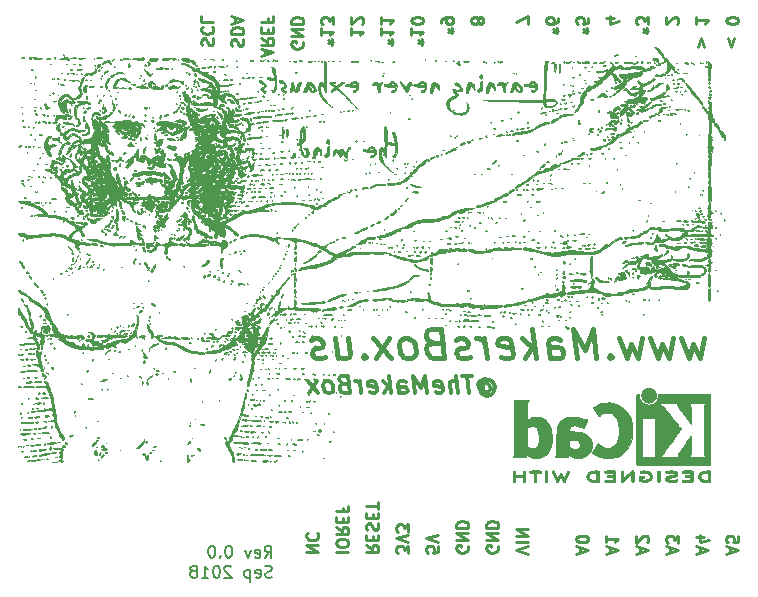
<source format=gbr>
G04 #@! TF.FileFunction,Legend,Bot*
%FSLAX46Y46*%
G04 Gerber Fmt 4.6, Leading zero omitted, Abs format (unit mm)*
G04 Created by KiCad (PCBNEW 4.0.7) date 09/19/18 21:44:26*
%MOMM*%
%LPD*%
G01*
G04 APERTURE LIST*
%ADD10C,0.100000*%
%ADD11C,0.250000*%
%ADD12C,0.200000*%
%ADD13C,0.300000*%
%ADD14C,0.400000*%
%ADD15C,0.010000*%
G04 APERTURE END LIST*
D10*
D11*
X125325238Y-82581429D02*
X125277619Y-82438572D01*
X125277619Y-82200476D01*
X125325238Y-82105238D01*
X125372857Y-82057619D01*
X125468095Y-82010000D01*
X125563333Y-82010000D01*
X125658571Y-82057619D01*
X125706190Y-82105238D01*
X125753810Y-82200476D01*
X125801429Y-82390953D01*
X125849048Y-82486191D01*
X125896667Y-82533810D01*
X125991905Y-82581429D01*
X126087143Y-82581429D01*
X126182381Y-82533810D01*
X126230000Y-82486191D01*
X126277619Y-82390953D01*
X126277619Y-82152857D01*
X126230000Y-82010000D01*
X125372857Y-81010000D02*
X125325238Y-81057619D01*
X125277619Y-81200476D01*
X125277619Y-81295714D01*
X125325238Y-81438572D01*
X125420476Y-81533810D01*
X125515714Y-81581429D01*
X125706190Y-81629048D01*
X125849048Y-81629048D01*
X126039524Y-81581429D01*
X126134762Y-81533810D01*
X126230000Y-81438572D01*
X126277619Y-81295714D01*
X126277619Y-81200476D01*
X126230000Y-81057619D01*
X126182381Y-81010000D01*
X125277619Y-80105238D02*
X125277619Y-80581429D01*
X126277619Y-80581429D01*
X127865238Y-82629048D02*
X127817619Y-82486191D01*
X127817619Y-82248095D01*
X127865238Y-82152857D01*
X127912857Y-82105238D01*
X128008095Y-82057619D01*
X128103333Y-82057619D01*
X128198571Y-82105238D01*
X128246190Y-82152857D01*
X128293810Y-82248095D01*
X128341429Y-82438572D01*
X128389048Y-82533810D01*
X128436667Y-82581429D01*
X128531905Y-82629048D01*
X128627143Y-82629048D01*
X128722381Y-82581429D01*
X128770000Y-82533810D01*
X128817619Y-82438572D01*
X128817619Y-82200476D01*
X128770000Y-82057619D01*
X127817619Y-81629048D02*
X128817619Y-81629048D01*
X128817619Y-81390953D01*
X128770000Y-81248095D01*
X128674762Y-81152857D01*
X128579524Y-81105238D01*
X128389048Y-81057619D01*
X128246190Y-81057619D01*
X128055714Y-81105238D01*
X127960476Y-81152857D01*
X127865238Y-81248095D01*
X127817619Y-81390953D01*
X127817619Y-81629048D01*
X128103333Y-80676667D02*
X128103333Y-80200476D01*
X127817619Y-80771905D02*
X128817619Y-80438572D01*
X127817619Y-80105238D01*
X130643333Y-83438572D02*
X130643333Y-82962381D01*
X130357619Y-83533810D02*
X131357619Y-83200477D01*
X130357619Y-82867143D01*
X130357619Y-81962381D02*
X130833810Y-82295715D01*
X130357619Y-82533810D02*
X131357619Y-82533810D01*
X131357619Y-82152857D01*
X131310000Y-82057619D01*
X131262381Y-82010000D01*
X131167143Y-81962381D01*
X131024286Y-81962381D01*
X130929048Y-82010000D01*
X130881429Y-82057619D01*
X130833810Y-82152857D01*
X130833810Y-82533810D01*
X130881429Y-81533810D02*
X130881429Y-81200476D01*
X130357619Y-81057619D02*
X130357619Y-81533810D01*
X131357619Y-81533810D01*
X131357619Y-81057619D01*
X130881429Y-80295714D02*
X130881429Y-80629048D01*
X130357619Y-80629048D02*
X131357619Y-80629048D01*
X131357619Y-80152857D01*
X133850000Y-82295714D02*
X133897619Y-82390952D01*
X133897619Y-82533809D01*
X133850000Y-82676667D01*
X133754762Y-82771905D01*
X133659524Y-82819524D01*
X133469048Y-82867143D01*
X133326190Y-82867143D01*
X133135714Y-82819524D01*
X133040476Y-82771905D01*
X132945238Y-82676667D01*
X132897619Y-82533809D01*
X132897619Y-82438571D01*
X132945238Y-82295714D01*
X132992857Y-82248095D01*
X133326190Y-82248095D01*
X133326190Y-82438571D01*
X132897619Y-81819524D02*
X133897619Y-81819524D01*
X132897619Y-81248095D01*
X133897619Y-81248095D01*
X132897619Y-80771905D02*
X133897619Y-80771905D01*
X133897619Y-80533810D01*
X133850000Y-80390952D01*
X133754762Y-80295714D01*
X133659524Y-80248095D01*
X133469048Y-80200476D01*
X133326190Y-80200476D01*
X133135714Y-80248095D01*
X133040476Y-80295714D01*
X132945238Y-80390952D01*
X132897619Y-80533810D01*
X132897619Y-80771905D01*
X136437619Y-82295715D02*
X136199524Y-82295715D01*
X136294762Y-82533810D02*
X136199524Y-82295715D01*
X136294762Y-82057619D01*
X136009048Y-82438572D02*
X136199524Y-82295715D01*
X136009048Y-82152857D01*
X135437619Y-81152857D02*
X135437619Y-81724286D01*
X135437619Y-81438572D02*
X136437619Y-81438572D01*
X136294762Y-81533810D01*
X136199524Y-81629048D01*
X136151905Y-81724286D01*
X136437619Y-80819524D02*
X136437619Y-80200476D01*
X136056667Y-80533810D01*
X136056667Y-80390952D01*
X136009048Y-80295714D01*
X135961429Y-80248095D01*
X135866190Y-80200476D01*
X135628095Y-80200476D01*
X135532857Y-80248095D01*
X135485238Y-80295714D01*
X135437619Y-80390952D01*
X135437619Y-80676667D01*
X135485238Y-80771905D01*
X135532857Y-80819524D01*
X137977619Y-81152857D02*
X137977619Y-81724286D01*
X137977619Y-81438572D02*
X138977619Y-81438572D01*
X138834762Y-81533810D01*
X138739524Y-81629048D01*
X138691905Y-81724286D01*
X138882381Y-80771905D02*
X138930000Y-80724286D01*
X138977619Y-80629048D01*
X138977619Y-80390952D01*
X138930000Y-80295714D01*
X138882381Y-80248095D01*
X138787143Y-80200476D01*
X138691905Y-80200476D01*
X138549048Y-80248095D01*
X137977619Y-80819524D01*
X137977619Y-80200476D01*
X141517619Y-82295715D02*
X141279524Y-82295715D01*
X141374762Y-82533810D02*
X141279524Y-82295715D01*
X141374762Y-82057619D01*
X141089048Y-82438572D02*
X141279524Y-82295715D01*
X141089048Y-82152857D01*
X140517619Y-81152857D02*
X140517619Y-81724286D01*
X140517619Y-81438572D02*
X141517619Y-81438572D01*
X141374762Y-81533810D01*
X141279524Y-81629048D01*
X141231905Y-81724286D01*
X140517619Y-80200476D02*
X140517619Y-80771905D01*
X140517619Y-80486191D02*
X141517619Y-80486191D01*
X141374762Y-80581429D01*
X141279524Y-80676667D01*
X141231905Y-80771905D01*
X144057619Y-82295715D02*
X143819524Y-82295715D01*
X143914762Y-82533810D02*
X143819524Y-82295715D01*
X143914762Y-82057619D01*
X143629048Y-82438572D02*
X143819524Y-82295715D01*
X143629048Y-82152857D01*
X143057619Y-81152857D02*
X143057619Y-81724286D01*
X143057619Y-81438572D02*
X144057619Y-81438572D01*
X143914762Y-81533810D01*
X143819524Y-81629048D01*
X143771905Y-81724286D01*
X144057619Y-80533810D02*
X144057619Y-80438571D01*
X144010000Y-80343333D01*
X143962381Y-80295714D01*
X143867143Y-80248095D01*
X143676667Y-80200476D01*
X143438571Y-80200476D01*
X143248095Y-80248095D01*
X143152857Y-80295714D01*
X143105238Y-80343333D01*
X143057619Y-80438571D01*
X143057619Y-80533810D01*
X143105238Y-80629048D01*
X143152857Y-80676667D01*
X143248095Y-80724286D01*
X143438571Y-80771905D01*
X143676667Y-80771905D01*
X143867143Y-80724286D01*
X143962381Y-80676667D01*
X144010000Y-80629048D01*
X144057619Y-80533810D01*
X146597619Y-81343334D02*
X146359524Y-81343334D01*
X146454762Y-81581429D02*
X146359524Y-81343334D01*
X146454762Y-81105238D01*
X146169048Y-81486191D02*
X146359524Y-81343334D01*
X146169048Y-81200476D01*
X145597619Y-80676667D02*
X145597619Y-80486191D01*
X145645238Y-80390952D01*
X145692857Y-80343333D01*
X145835714Y-80248095D01*
X146026190Y-80200476D01*
X146407143Y-80200476D01*
X146502381Y-80248095D01*
X146550000Y-80295714D01*
X146597619Y-80390952D01*
X146597619Y-80581429D01*
X146550000Y-80676667D01*
X146502381Y-80724286D01*
X146407143Y-80771905D01*
X146169048Y-80771905D01*
X146073810Y-80724286D01*
X146026190Y-80676667D01*
X145978571Y-80581429D01*
X145978571Y-80390952D01*
X146026190Y-80295714D01*
X146073810Y-80248095D01*
X146169048Y-80200476D01*
X148709048Y-80581429D02*
X148756667Y-80676667D01*
X148804286Y-80724286D01*
X148899524Y-80771905D01*
X148947143Y-80771905D01*
X149042381Y-80724286D01*
X149090000Y-80676667D01*
X149137619Y-80581429D01*
X149137619Y-80390952D01*
X149090000Y-80295714D01*
X149042381Y-80248095D01*
X148947143Y-80200476D01*
X148899524Y-80200476D01*
X148804286Y-80248095D01*
X148756667Y-80295714D01*
X148709048Y-80390952D01*
X148709048Y-80581429D01*
X148661429Y-80676667D01*
X148613810Y-80724286D01*
X148518571Y-80771905D01*
X148328095Y-80771905D01*
X148232857Y-80724286D01*
X148185238Y-80676667D01*
X148137619Y-80581429D01*
X148137619Y-80390952D01*
X148185238Y-80295714D01*
X148232857Y-80248095D01*
X148328095Y-80200476D01*
X148518571Y-80200476D01*
X148613810Y-80248095D01*
X148661429Y-80295714D01*
X148709048Y-80390952D01*
X152947619Y-80819524D02*
X152947619Y-80152857D01*
X151947619Y-80581429D01*
X155487619Y-81343334D02*
X155249524Y-81343334D01*
X155344762Y-81581429D02*
X155249524Y-81343334D01*
X155344762Y-81105238D01*
X155059048Y-81486191D02*
X155249524Y-81343334D01*
X155059048Y-81200476D01*
X155487619Y-80295714D02*
X155487619Y-80486191D01*
X155440000Y-80581429D01*
X155392381Y-80629048D01*
X155249524Y-80724286D01*
X155059048Y-80771905D01*
X154678095Y-80771905D01*
X154582857Y-80724286D01*
X154535238Y-80676667D01*
X154487619Y-80581429D01*
X154487619Y-80390952D01*
X154535238Y-80295714D01*
X154582857Y-80248095D01*
X154678095Y-80200476D01*
X154916190Y-80200476D01*
X155011429Y-80248095D01*
X155059048Y-80295714D01*
X155106667Y-80390952D01*
X155106667Y-80581429D01*
X155059048Y-80676667D01*
X155011429Y-80724286D01*
X154916190Y-80771905D01*
X158027619Y-81343334D02*
X157789524Y-81343334D01*
X157884762Y-81581429D02*
X157789524Y-81343334D01*
X157884762Y-81105238D01*
X157599048Y-81486191D02*
X157789524Y-81343334D01*
X157599048Y-81200476D01*
X158027619Y-80248095D02*
X158027619Y-80724286D01*
X157551429Y-80771905D01*
X157599048Y-80724286D01*
X157646667Y-80629048D01*
X157646667Y-80390952D01*
X157599048Y-80295714D01*
X157551429Y-80248095D01*
X157456190Y-80200476D01*
X157218095Y-80200476D01*
X157122857Y-80248095D01*
X157075238Y-80295714D01*
X157027619Y-80390952D01*
X157027619Y-80629048D01*
X157075238Y-80724286D01*
X157122857Y-80771905D01*
X160234286Y-80295714D02*
X159567619Y-80295714D01*
X160615238Y-80533810D02*
X159900952Y-80771905D01*
X159900952Y-80152857D01*
X163107619Y-81343334D02*
X162869524Y-81343334D01*
X162964762Y-81581429D02*
X162869524Y-81343334D01*
X162964762Y-81105238D01*
X162679048Y-81486191D02*
X162869524Y-81343334D01*
X162679048Y-81200476D01*
X163107619Y-80819524D02*
X163107619Y-80200476D01*
X162726667Y-80533810D01*
X162726667Y-80390952D01*
X162679048Y-80295714D01*
X162631429Y-80248095D01*
X162536190Y-80200476D01*
X162298095Y-80200476D01*
X162202857Y-80248095D01*
X162155238Y-80295714D01*
X162107619Y-80390952D01*
X162107619Y-80676667D01*
X162155238Y-80771905D01*
X162202857Y-80819524D01*
X165552381Y-80771905D02*
X165600000Y-80724286D01*
X165647619Y-80629048D01*
X165647619Y-80390952D01*
X165600000Y-80295714D01*
X165552381Y-80248095D01*
X165457143Y-80200476D01*
X165361905Y-80200476D01*
X165219048Y-80248095D01*
X164647619Y-80819524D01*
X164647619Y-80200476D01*
X167854286Y-82724286D02*
X167568571Y-81962381D01*
X167282857Y-82724286D01*
X167187619Y-80200476D02*
X167187619Y-80771905D01*
X167187619Y-80486191D02*
X168187619Y-80486191D01*
X168044762Y-80581429D01*
X167949524Y-80676667D01*
X167901905Y-80771905D01*
X170394286Y-81962381D02*
X170108571Y-82724286D01*
X169822857Y-81962381D01*
X170727619Y-80533810D02*
X170727619Y-80438571D01*
X170680000Y-80343333D01*
X170632381Y-80295714D01*
X170537143Y-80248095D01*
X170346667Y-80200476D01*
X170108571Y-80200476D01*
X169918095Y-80248095D01*
X169822857Y-80295714D01*
X169775238Y-80343333D01*
X169727619Y-80438571D01*
X169727619Y-80533810D01*
X169775238Y-80629048D01*
X169822857Y-80676667D01*
X169918095Y-80724286D01*
X170108571Y-80771905D01*
X170346667Y-80771905D01*
X170537143Y-80724286D01*
X170632381Y-80676667D01*
X170680000Y-80629048D01*
X170727619Y-80533810D01*
X170013333Y-125539524D02*
X170013333Y-125063333D01*
X169727619Y-125634762D02*
X170727619Y-125301429D01*
X169727619Y-124968095D01*
X170727619Y-124158571D02*
X170727619Y-124634762D01*
X170251429Y-124682381D01*
X170299048Y-124634762D01*
X170346667Y-124539524D01*
X170346667Y-124301428D01*
X170299048Y-124206190D01*
X170251429Y-124158571D01*
X170156190Y-124110952D01*
X169918095Y-124110952D01*
X169822857Y-124158571D01*
X169775238Y-124206190D01*
X169727619Y-124301428D01*
X169727619Y-124539524D01*
X169775238Y-124634762D01*
X169822857Y-124682381D01*
X167473333Y-125539524D02*
X167473333Y-125063333D01*
X167187619Y-125634762D02*
X168187619Y-125301429D01*
X167187619Y-124968095D01*
X167854286Y-124206190D02*
X167187619Y-124206190D01*
X168235238Y-124444286D02*
X167520952Y-124682381D01*
X167520952Y-124063333D01*
X164933333Y-125539524D02*
X164933333Y-125063333D01*
X164647619Y-125634762D02*
X165647619Y-125301429D01*
X164647619Y-124968095D01*
X165647619Y-124730000D02*
X165647619Y-124110952D01*
X165266667Y-124444286D01*
X165266667Y-124301428D01*
X165219048Y-124206190D01*
X165171429Y-124158571D01*
X165076190Y-124110952D01*
X164838095Y-124110952D01*
X164742857Y-124158571D01*
X164695238Y-124206190D01*
X164647619Y-124301428D01*
X164647619Y-124587143D01*
X164695238Y-124682381D01*
X164742857Y-124730000D01*
X162393333Y-125539524D02*
X162393333Y-125063333D01*
X162107619Y-125634762D02*
X163107619Y-125301429D01*
X162107619Y-124968095D01*
X163012381Y-124682381D02*
X163060000Y-124634762D01*
X163107619Y-124539524D01*
X163107619Y-124301428D01*
X163060000Y-124206190D01*
X163012381Y-124158571D01*
X162917143Y-124110952D01*
X162821905Y-124110952D01*
X162679048Y-124158571D01*
X162107619Y-124730000D01*
X162107619Y-124110952D01*
X159853333Y-125539524D02*
X159853333Y-125063333D01*
X159567619Y-125634762D02*
X160567619Y-125301429D01*
X159567619Y-124968095D01*
X159567619Y-124110952D02*
X159567619Y-124682381D01*
X159567619Y-124396667D02*
X160567619Y-124396667D01*
X160424762Y-124491905D01*
X160329524Y-124587143D01*
X160281905Y-124682381D01*
X157313333Y-125539524D02*
X157313333Y-125063333D01*
X157027619Y-125634762D02*
X158027619Y-125301429D01*
X157027619Y-124968095D01*
X158027619Y-124444286D02*
X158027619Y-124349047D01*
X157980000Y-124253809D01*
X157932381Y-124206190D01*
X157837143Y-124158571D01*
X157646667Y-124110952D01*
X157408571Y-124110952D01*
X157218095Y-124158571D01*
X157122857Y-124206190D01*
X157075238Y-124253809D01*
X157027619Y-124349047D01*
X157027619Y-124444286D01*
X157075238Y-124539524D01*
X157122857Y-124587143D01*
X157218095Y-124634762D01*
X157408571Y-124682381D01*
X157646667Y-124682381D01*
X157837143Y-124634762D01*
X157932381Y-124587143D01*
X157980000Y-124539524D01*
X158027619Y-124444286D01*
X152947619Y-125634762D02*
X151947619Y-125301429D01*
X152947619Y-124968095D01*
X151947619Y-124634762D02*
X152947619Y-124634762D01*
X151947619Y-124158572D02*
X152947619Y-124158572D01*
X151947619Y-123587143D01*
X152947619Y-123587143D01*
X150360000Y-124968095D02*
X150407619Y-125063333D01*
X150407619Y-125206190D01*
X150360000Y-125349048D01*
X150264762Y-125444286D01*
X150169524Y-125491905D01*
X149979048Y-125539524D01*
X149836190Y-125539524D01*
X149645714Y-125491905D01*
X149550476Y-125444286D01*
X149455238Y-125349048D01*
X149407619Y-125206190D01*
X149407619Y-125110952D01*
X149455238Y-124968095D01*
X149502857Y-124920476D01*
X149836190Y-124920476D01*
X149836190Y-125110952D01*
X149407619Y-124491905D02*
X150407619Y-124491905D01*
X149407619Y-123920476D01*
X150407619Y-123920476D01*
X149407619Y-123444286D02*
X150407619Y-123444286D01*
X150407619Y-123206191D01*
X150360000Y-123063333D01*
X150264762Y-122968095D01*
X150169524Y-122920476D01*
X149979048Y-122872857D01*
X149836190Y-122872857D01*
X149645714Y-122920476D01*
X149550476Y-122968095D01*
X149455238Y-123063333D01*
X149407619Y-123206191D01*
X149407619Y-123444286D01*
X147820000Y-124968095D02*
X147867619Y-125063333D01*
X147867619Y-125206190D01*
X147820000Y-125349048D01*
X147724762Y-125444286D01*
X147629524Y-125491905D01*
X147439048Y-125539524D01*
X147296190Y-125539524D01*
X147105714Y-125491905D01*
X147010476Y-125444286D01*
X146915238Y-125349048D01*
X146867619Y-125206190D01*
X146867619Y-125110952D01*
X146915238Y-124968095D01*
X146962857Y-124920476D01*
X147296190Y-124920476D01*
X147296190Y-125110952D01*
X146867619Y-124491905D02*
X147867619Y-124491905D01*
X146867619Y-123920476D01*
X147867619Y-123920476D01*
X146867619Y-123444286D02*
X147867619Y-123444286D01*
X147867619Y-123206191D01*
X147820000Y-123063333D01*
X147724762Y-122968095D01*
X147629524Y-122920476D01*
X147439048Y-122872857D01*
X147296190Y-122872857D01*
X147105714Y-122920476D01*
X147010476Y-122968095D01*
X146915238Y-123063333D01*
X146867619Y-123206191D01*
X146867619Y-123444286D01*
X145327619Y-125015714D02*
X145327619Y-125491905D01*
X144851429Y-125539524D01*
X144899048Y-125491905D01*
X144946667Y-125396667D01*
X144946667Y-125158571D01*
X144899048Y-125063333D01*
X144851429Y-125015714D01*
X144756190Y-124968095D01*
X144518095Y-124968095D01*
X144422857Y-125015714D01*
X144375238Y-125063333D01*
X144327619Y-125158571D01*
X144327619Y-125396667D01*
X144375238Y-125491905D01*
X144422857Y-125539524D01*
X145327619Y-124682381D02*
X144327619Y-124349048D01*
X145327619Y-124015714D01*
X142787619Y-125587143D02*
X142787619Y-124968095D01*
X142406667Y-125301429D01*
X142406667Y-125158571D01*
X142359048Y-125063333D01*
X142311429Y-125015714D01*
X142216190Y-124968095D01*
X141978095Y-124968095D01*
X141882857Y-125015714D01*
X141835238Y-125063333D01*
X141787619Y-125158571D01*
X141787619Y-125444286D01*
X141835238Y-125539524D01*
X141882857Y-125587143D01*
X142787619Y-124682381D02*
X141787619Y-124349048D01*
X142787619Y-124015714D01*
X142787619Y-123777619D02*
X142787619Y-123158571D01*
X142406667Y-123491905D01*
X142406667Y-123349047D01*
X142359048Y-123253809D01*
X142311429Y-123206190D01*
X142216190Y-123158571D01*
X141978095Y-123158571D01*
X141882857Y-123206190D01*
X141835238Y-123253809D01*
X141787619Y-123349047D01*
X141787619Y-123634762D01*
X141835238Y-123730000D01*
X141882857Y-123777619D01*
X139247619Y-124920476D02*
X139723810Y-125253810D01*
X139247619Y-125491905D02*
X140247619Y-125491905D01*
X140247619Y-125110952D01*
X140200000Y-125015714D01*
X140152381Y-124968095D01*
X140057143Y-124920476D01*
X139914286Y-124920476D01*
X139819048Y-124968095D01*
X139771429Y-125015714D01*
X139723810Y-125110952D01*
X139723810Y-125491905D01*
X139771429Y-124491905D02*
X139771429Y-124158571D01*
X139247619Y-124015714D02*
X139247619Y-124491905D01*
X140247619Y-124491905D01*
X140247619Y-124015714D01*
X139295238Y-123634762D02*
X139247619Y-123491905D01*
X139247619Y-123253809D01*
X139295238Y-123158571D01*
X139342857Y-123110952D01*
X139438095Y-123063333D01*
X139533333Y-123063333D01*
X139628571Y-123110952D01*
X139676190Y-123158571D01*
X139723810Y-123253809D01*
X139771429Y-123444286D01*
X139819048Y-123539524D01*
X139866667Y-123587143D01*
X139961905Y-123634762D01*
X140057143Y-123634762D01*
X140152381Y-123587143D01*
X140200000Y-123539524D01*
X140247619Y-123444286D01*
X140247619Y-123206190D01*
X140200000Y-123063333D01*
X139771429Y-122634762D02*
X139771429Y-122301428D01*
X139247619Y-122158571D02*
X139247619Y-122634762D01*
X140247619Y-122634762D01*
X140247619Y-122158571D01*
X140247619Y-121872857D02*
X140247619Y-121301428D01*
X139247619Y-121587143D02*
X140247619Y-121587143D01*
X136707619Y-125491905D02*
X137707619Y-125491905D01*
X137707619Y-124825239D02*
X137707619Y-124634762D01*
X137660000Y-124539524D01*
X137564762Y-124444286D01*
X137374286Y-124396667D01*
X137040952Y-124396667D01*
X136850476Y-124444286D01*
X136755238Y-124539524D01*
X136707619Y-124634762D01*
X136707619Y-124825239D01*
X136755238Y-124920477D01*
X136850476Y-125015715D01*
X137040952Y-125063334D01*
X137374286Y-125063334D01*
X137564762Y-125015715D01*
X137660000Y-124920477D01*
X137707619Y-124825239D01*
X136707619Y-123396667D02*
X137183810Y-123730001D01*
X136707619Y-123968096D02*
X137707619Y-123968096D01*
X137707619Y-123587143D01*
X137660000Y-123491905D01*
X137612381Y-123444286D01*
X137517143Y-123396667D01*
X137374286Y-123396667D01*
X137279048Y-123444286D01*
X137231429Y-123491905D01*
X137183810Y-123587143D01*
X137183810Y-123968096D01*
X137231429Y-122968096D02*
X137231429Y-122634762D01*
X136707619Y-122491905D02*
X136707619Y-122968096D01*
X137707619Y-122968096D01*
X137707619Y-122491905D01*
X137231429Y-121730000D02*
X137231429Y-122063334D01*
X136707619Y-122063334D02*
X137707619Y-122063334D01*
X137707619Y-121587143D01*
X134167619Y-125491905D02*
X135167619Y-125491905D01*
X134167619Y-124920476D01*
X135167619Y-124920476D01*
X134262857Y-123872857D02*
X134215238Y-123920476D01*
X134167619Y-124063333D01*
X134167619Y-124158571D01*
X134215238Y-124301429D01*
X134310476Y-124396667D01*
X134405714Y-124444286D01*
X134596190Y-124491905D01*
X134739048Y-124491905D01*
X134929524Y-124444286D01*
X135024762Y-124396667D01*
X135120000Y-124301429D01*
X135167619Y-124158571D01*
X135167619Y-124063333D01*
X135120000Y-123920476D01*
X135072381Y-123872857D01*
D12*
X130635476Y-125967381D02*
X130968810Y-125491190D01*
X131206905Y-125967381D02*
X131206905Y-124967381D01*
X130825952Y-124967381D01*
X130730714Y-125015000D01*
X130683095Y-125062619D01*
X130635476Y-125157857D01*
X130635476Y-125300714D01*
X130683095Y-125395952D01*
X130730714Y-125443571D01*
X130825952Y-125491190D01*
X131206905Y-125491190D01*
X129825952Y-125919762D02*
X129921190Y-125967381D01*
X130111667Y-125967381D01*
X130206905Y-125919762D01*
X130254524Y-125824524D01*
X130254524Y-125443571D01*
X130206905Y-125348333D01*
X130111667Y-125300714D01*
X129921190Y-125300714D01*
X129825952Y-125348333D01*
X129778333Y-125443571D01*
X129778333Y-125538810D01*
X130254524Y-125634048D01*
X129445000Y-125300714D02*
X129206905Y-125967381D01*
X128968809Y-125300714D01*
X127635476Y-124967381D02*
X127540237Y-124967381D01*
X127444999Y-125015000D01*
X127397380Y-125062619D01*
X127349761Y-125157857D01*
X127302142Y-125348333D01*
X127302142Y-125586429D01*
X127349761Y-125776905D01*
X127397380Y-125872143D01*
X127444999Y-125919762D01*
X127540237Y-125967381D01*
X127635476Y-125967381D01*
X127730714Y-125919762D01*
X127778333Y-125872143D01*
X127825952Y-125776905D01*
X127873571Y-125586429D01*
X127873571Y-125348333D01*
X127825952Y-125157857D01*
X127778333Y-125062619D01*
X127730714Y-125015000D01*
X127635476Y-124967381D01*
X126873571Y-125872143D02*
X126825952Y-125919762D01*
X126873571Y-125967381D01*
X126921190Y-125919762D01*
X126873571Y-125872143D01*
X126873571Y-125967381D01*
X126206905Y-124967381D02*
X126111666Y-124967381D01*
X126016428Y-125015000D01*
X125968809Y-125062619D01*
X125921190Y-125157857D01*
X125873571Y-125348333D01*
X125873571Y-125586429D01*
X125921190Y-125776905D01*
X125968809Y-125872143D01*
X126016428Y-125919762D01*
X126111666Y-125967381D01*
X126206905Y-125967381D01*
X126302143Y-125919762D01*
X126349762Y-125872143D01*
X126397381Y-125776905D01*
X126445000Y-125586429D01*
X126445000Y-125348333D01*
X126397381Y-125157857D01*
X126349762Y-125062619D01*
X126302143Y-125015000D01*
X126206905Y-124967381D01*
X131254524Y-127619762D02*
X131111667Y-127667381D01*
X130873571Y-127667381D01*
X130778333Y-127619762D01*
X130730714Y-127572143D01*
X130683095Y-127476905D01*
X130683095Y-127381667D01*
X130730714Y-127286429D01*
X130778333Y-127238810D01*
X130873571Y-127191190D01*
X131064048Y-127143571D01*
X131159286Y-127095952D01*
X131206905Y-127048333D01*
X131254524Y-126953095D01*
X131254524Y-126857857D01*
X131206905Y-126762619D01*
X131159286Y-126715000D01*
X131064048Y-126667381D01*
X130825952Y-126667381D01*
X130683095Y-126715000D01*
X129873571Y-127619762D02*
X129968809Y-127667381D01*
X130159286Y-127667381D01*
X130254524Y-127619762D01*
X130302143Y-127524524D01*
X130302143Y-127143571D01*
X130254524Y-127048333D01*
X130159286Y-127000714D01*
X129968809Y-127000714D01*
X129873571Y-127048333D01*
X129825952Y-127143571D01*
X129825952Y-127238810D01*
X130302143Y-127334048D01*
X129397381Y-127000714D02*
X129397381Y-128000714D01*
X129397381Y-127048333D02*
X129302143Y-127000714D01*
X129111666Y-127000714D01*
X129016428Y-127048333D01*
X128968809Y-127095952D01*
X128921190Y-127191190D01*
X128921190Y-127476905D01*
X128968809Y-127572143D01*
X129016428Y-127619762D01*
X129111666Y-127667381D01*
X129302143Y-127667381D01*
X129397381Y-127619762D01*
X127778333Y-126762619D02*
X127730714Y-126715000D01*
X127635476Y-126667381D01*
X127397380Y-126667381D01*
X127302142Y-126715000D01*
X127254523Y-126762619D01*
X127206904Y-126857857D01*
X127206904Y-126953095D01*
X127254523Y-127095952D01*
X127825952Y-127667381D01*
X127206904Y-127667381D01*
X126587857Y-126667381D02*
X126492618Y-126667381D01*
X126397380Y-126715000D01*
X126349761Y-126762619D01*
X126302142Y-126857857D01*
X126254523Y-127048333D01*
X126254523Y-127286429D01*
X126302142Y-127476905D01*
X126349761Y-127572143D01*
X126397380Y-127619762D01*
X126492618Y-127667381D01*
X126587857Y-127667381D01*
X126683095Y-127619762D01*
X126730714Y-127572143D01*
X126778333Y-127476905D01*
X126825952Y-127286429D01*
X126825952Y-127048333D01*
X126778333Y-126857857D01*
X126730714Y-126762619D01*
X126683095Y-126715000D01*
X126587857Y-126667381D01*
X125302142Y-127667381D02*
X125873571Y-127667381D01*
X125587857Y-127667381D02*
X125587857Y-126667381D01*
X125683095Y-126810238D01*
X125778333Y-126905476D01*
X125873571Y-126953095D01*
X124730714Y-127095952D02*
X124825952Y-127048333D01*
X124873571Y-127000714D01*
X124921190Y-126905476D01*
X124921190Y-126857857D01*
X124873571Y-126762619D01*
X124825952Y-126715000D01*
X124730714Y-126667381D01*
X124540237Y-126667381D01*
X124444999Y-126715000D01*
X124397380Y-126762619D01*
X124349761Y-126857857D01*
X124349761Y-126905476D01*
X124397380Y-127000714D01*
X124444999Y-127048333D01*
X124540237Y-127095952D01*
X124730714Y-127095952D01*
X124825952Y-127143571D01*
X124873571Y-127191190D01*
X124921190Y-127286429D01*
X124921190Y-127476905D01*
X124873571Y-127572143D01*
X124825952Y-127619762D01*
X124730714Y-127667381D01*
X124540237Y-127667381D01*
X124444999Y-127619762D01*
X124397380Y-127572143D01*
X124349761Y-127476905D01*
X124349761Y-127286429D01*
X124397380Y-127191190D01*
X124444999Y-127143571D01*
X124540237Y-127095952D01*
D13*
X149092679Y-111343286D02*
X149155178Y-111271857D01*
X149289107Y-111200429D01*
X149431965Y-111200429D01*
X149583750Y-111271857D01*
X149664107Y-111343286D01*
X149753393Y-111486143D01*
X149771250Y-111629000D01*
X149717678Y-111771857D01*
X149655179Y-111843286D01*
X149521250Y-111914714D01*
X149378392Y-111914714D01*
X149226607Y-111843286D01*
X149146250Y-111771857D01*
X149074822Y-111200429D02*
X149146250Y-111771857D01*
X149083750Y-111843286D01*
X149012322Y-111843286D01*
X148860535Y-111771857D01*
X148771250Y-111629000D01*
X148726607Y-111271857D01*
X148842678Y-111057571D01*
X149039107Y-110914714D01*
X149315893Y-110843286D01*
X149610535Y-110914714D01*
X149842678Y-111057571D01*
X150012321Y-111271857D01*
X150119464Y-111557571D01*
X150083750Y-111843286D01*
X149967678Y-112057571D01*
X149771250Y-112200429D01*
X149494464Y-112271857D01*
X149199822Y-112200429D01*
X148967678Y-112057571D01*
X148208750Y-110557571D02*
X147351607Y-110557571D01*
X147967678Y-112057571D02*
X147780178Y-110557571D01*
X147039107Y-112057571D02*
X146851607Y-110557571D01*
X146396250Y-112057571D02*
X146298036Y-111271857D01*
X146351608Y-111129000D01*
X146485536Y-111057571D01*
X146699821Y-111057571D01*
X146851608Y-111129000D01*
X146931965Y-111200429D01*
X145101608Y-111986143D02*
X145253393Y-112057571D01*
X145539107Y-112057571D01*
X145673036Y-111986143D01*
X145726608Y-111843286D01*
X145655179Y-111271857D01*
X145565893Y-111129000D01*
X145414107Y-111057571D01*
X145128393Y-111057571D01*
X144994465Y-111129000D01*
X144940893Y-111271857D01*
X144958750Y-111414714D01*
X145690893Y-111557571D01*
X144396250Y-112057571D02*
X144208750Y-110557571D01*
X143842679Y-111629000D01*
X143208750Y-110557571D01*
X143396250Y-112057571D01*
X142039107Y-112057571D02*
X141940893Y-111271857D01*
X141994465Y-111129000D01*
X142128393Y-111057571D01*
X142414107Y-111057571D01*
X142565893Y-111129000D01*
X142030179Y-111986143D02*
X142181964Y-112057571D01*
X142539107Y-112057571D01*
X142673036Y-111986143D01*
X142726608Y-111843286D01*
X142708751Y-111700429D01*
X142619464Y-111557571D01*
X142467679Y-111486143D01*
X142110536Y-111486143D01*
X141958750Y-111414714D01*
X141324821Y-112057571D02*
X141137321Y-110557571D01*
X141110536Y-111486143D02*
X140753393Y-112057571D01*
X140628393Y-111057571D02*
X141271250Y-111629000D01*
X139530179Y-111986143D02*
X139681964Y-112057571D01*
X139967678Y-112057571D01*
X140101607Y-111986143D01*
X140155179Y-111843286D01*
X140083750Y-111271857D01*
X139994464Y-111129000D01*
X139842678Y-111057571D01*
X139556964Y-111057571D01*
X139423036Y-111129000D01*
X139369464Y-111271857D01*
X139387321Y-111414714D01*
X140119464Y-111557571D01*
X138824821Y-112057571D02*
X138699821Y-111057571D01*
X138735536Y-111343286D02*
X138646251Y-111200429D01*
X138565893Y-111129000D01*
X138414107Y-111057571D01*
X138271250Y-111057571D01*
X137298036Y-111271857D02*
X137092679Y-111343286D01*
X137030179Y-111414714D01*
X136976607Y-111557571D01*
X137003393Y-111771857D01*
X137092679Y-111914714D01*
X137173036Y-111986143D01*
X137324822Y-112057571D01*
X137896250Y-112057571D01*
X137708750Y-110557571D01*
X137208750Y-110557571D01*
X137074822Y-110629000D01*
X137012322Y-110700429D01*
X136958751Y-110843286D01*
X136976608Y-110986143D01*
X137065893Y-111129000D01*
X137146251Y-111200429D01*
X137298036Y-111271857D01*
X137798036Y-111271857D01*
X136181964Y-112057571D02*
X136315894Y-111986143D01*
X136378393Y-111914714D01*
X136431965Y-111771857D01*
X136378394Y-111343286D01*
X136289108Y-111200429D01*
X136208751Y-111129000D01*
X136056964Y-111057571D01*
X135842679Y-111057571D01*
X135708751Y-111129000D01*
X135646251Y-111200429D01*
X135592679Y-111343286D01*
X135646250Y-111771857D01*
X135735536Y-111914714D01*
X135815894Y-111986143D01*
X135967679Y-112057571D01*
X136181964Y-112057571D01*
X135181964Y-112057571D02*
X134271250Y-111057571D01*
X135056964Y-111057571D02*
X134396250Y-112057571D01*
D14*
X167789228Y-107414286D02*
X167521371Y-109080952D01*
X166896370Y-107890476D01*
X166568990Y-109080952D01*
X165884466Y-107414286D01*
X165170180Y-107414286D02*
X164902323Y-109080952D01*
X164277322Y-107890476D01*
X163949942Y-109080952D01*
X163265418Y-107414286D01*
X162551132Y-107414286D02*
X162283275Y-109080952D01*
X161658274Y-107890476D01*
X161330894Y-109080952D01*
X160646370Y-107414286D01*
X159872560Y-108842857D02*
X159768393Y-108961905D01*
X159902322Y-109080952D01*
X160006489Y-108961905D01*
X159872560Y-108842857D01*
X159902322Y-109080952D01*
X158711846Y-109080952D02*
X158399346Y-106580952D01*
X157789227Y-108366667D01*
X156732679Y-106580952D01*
X157045179Y-109080952D01*
X154783274Y-109080952D02*
X154619584Y-107771429D01*
X154708870Y-107533333D01*
X154932084Y-107414286D01*
X155408275Y-107414286D01*
X155661251Y-107533333D01*
X154768393Y-108961905D02*
X155021370Y-109080952D01*
X155616608Y-109080952D01*
X155839822Y-108961905D01*
X155929108Y-108723810D01*
X155899346Y-108485714D01*
X155750536Y-108247619D01*
X155497560Y-108128571D01*
X154902322Y-108128571D01*
X154649345Y-108009524D01*
X153592798Y-109080952D02*
X153280298Y-106580952D01*
X153235655Y-108128571D02*
X152640417Y-109080952D01*
X152432084Y-107414286D02*
X153503512Y-108366667D01*
X150601726Y-108961905D02*
X150854702Y-109080952D01*
X151330893Y-109080952D01*
X151554107Y-108961905D01*
X151643393Y-108723810D01*
X151524346Y-107771429D01*
X151375536Y-107533333D01*
X151122560Y-107414286D01*
X150646369Y-107414286D01*
X150423155Y-107533333D01*
X150333869Y-107771429D01*
X150363630Y-108009524D01*
X151583869Y-108247619D01*
X149426131Y-109080952D02*
X149217798Y-107414286D01*
X149277321Y-107890476D02*
X149128512Y-107652381D01*
X148994584Y-107533333D01*
X148741607Y-107414286D01*
X148503512Y-107414286D01*
X147982679Y-108961905D02*
X147759464Y-109080952D01*
X147283274Y-109080952D01*
X147030298Y-108961905D01*
X146881488Y-108723810D01*
X146866607Y-108604762D01*
X146955893Y-108366667D01*
X147179107Y-108247619D01*
X147536250Y-108247619D01*
X147759464Y-108128571D01*
X147848750Y-107890476D01*
X147833870Y-107771429D01*
X147685060Y-107533333D01*
X147432084Y-107414286D01*
X147074941Y-107414286D01*
X146851727Y-107533333D01*
X144857679Y-107771429D02*
X144515416Y-107890476D01*
X144411249Y-108009524D01*
X144321963Y-108247619D01*
X144366606Y-108604762D01*
X144515416Y-108842857D01*
X144649345Y-108961905D01*
X144902321Y-109080952D01*
X145854702Y-109080952D01*
X145542202Y-106580952D01*
X144708869Y-106580952D01*
X144485654Y-106700000D01*
X144381488Y-106819048D01*
X144292202Y-107057143D01*
X144321964Y-107295238D01*
X144470774Y-107533333D01*
X144604702Y-107652381D01*
X144857679Y-107771429D01*
X145691012Y-107771429D01*
X142997559Y-109080952D02*
X143220773Y-108961905D01*
X143324940Y-108842857D01*
X143414226Y-108604762D01*
X143324940Y-107890476D01*
X143176131Y-107652381D01*
X143042202Y-107533333D01*
X142789226Y-107414286D01*
X142432083Y-107414286D01*
X142208869Y-107533333D01*
X142104702Y-107652381D01*
X142015416Y-107890476D01*
X142104702Y-108604762D01*
X142253511Y-108842857D01*
X142387440Y-108961905D01*
X142640416Y-109080952D01*
X142997559Y-109080952D01*
X141330892Y-109080952D02*
X139813035Y-107414286D01*
X141122559Y-107414286D02*
X140021368Y-109080952D01*
X139039225Y-108842857D02*
X138935058Y-108961905D01*
X139068987Y-109080952D01*
X139173154Y-108961905D01*
X139039225Y-108842857D01*
X139068987Y-109080952D01*
X136598749Y-107414286D02*
X136807082Y-109080952D01*
X137670178Y-107414286D02*
X137833868Y-108723810D01*
X137744582Y-108961905D01*
X137521368Y-109080952D01*
X137164225Y-109080952D01*
X136911249Y-108961905D01*
X136777320Y-108842857D01*
X135720773Y-108961905D02*
X135497558Y-109080952D01*
X135021368Y-109080952D01*
X134768392Y-108961905D01*
X134619582Y-108723810D01*
X134604701Y-108604762D01*
X134693987Y-108366667D01*
X134917201Y-108247619D01*
X135274344Y-108247619D01*
X135497558Y-108128571D01*
X135586844Y-107890476D01*
X135571964Y-107771429D01*
X135423154Y-107533333D01*
X135170178Y-107414286D01*
X134813035Y-107414286D01*
X134589821Y-107533333D01*
D15*
G36*
X128857108Y-112636221D02*
X128814202Y-112783304D01*
X128759773Y-112998820D01*
X128715372Y-113190803D01*
X128652280Y-113453006D01*
X128590184Y-113675789D01*
X128537608Y-113830278D01*
X128511319Y-113881985D01*
X128456022Y-114003211D01*
X128436304Y-114120428D01*
X128406625Y-114245756D01*
X128357202Y-114300815D01*
X128294744Y-114373058D01*
X128284941Y-114428028D01*
X128250200Y-114556003D01*
X128197195Y-114647165D01*
X128126183Y-114786604D01*
X128107548Y-114878854D01*
X128066825Y-115005416D01*
X127982988Y-115125096D01*
X127888975Y-115268814D01*
X127850869Y-115397889D01*
X127814596Y-115534139D01*
X127768122Y-115599882D01*
X127704832Y-115695268D01*
X127647427Y-115849023D01*
X127642189Y-115868824D01*
X127586631Y-116015790D01*
X127502650Y-116073940D01*
X127449040Y-116079308D01*
X127335330Y-116124171D01*
X127296587Y-116242145D01*
X127333719Y-116412519D01*
X127426878Y-116584932D01*
X127515186Y-116730592D01*
X127564222Y-116841026D01*
X127567765Y-116861497D01*
X127609339Y-116953708D01*
X127657412Y-117004353D01*
X127734126Y-117122353D01*
X127747059Y-117190965D01*
X127775408Y-117284004D01*
X127811100Y-117303177D01*
X127855863Y-117353105D01*
X127861823Y-117437647D01*
X127871062Y-117559338D01*
X127907427Y-117707805D01*
X127956292Y-117836749D01*
X128003033Y-117899867D01*
X128008126Y-117900824D01*
X128047581Y-117853703D01*
X128070402Y-117803601D01*
X128071729Y-117680989D01*
X128046991Y-117633219D01*
X128004062Y-117533621D01*
X127964028Y-117363885D01*
X127949094Y-117267265D01*
X127910441Y-117081511D01*
X127854509Y-116942175D01*
X127824935Y-116904790D01*
X127742904Y-116799618D01*
X127724947Y-116746466D01*
X127677891Y-116620006D01*
X127650424Y-116577088D01*
X127601393Y-116468800D01*
X127582793Y-116342691D01*
X127597962Y-116248299D01*
X127626866Y-116227412D01*
X127685591Y-116178223D01*
X127760142Y-116059992D01*
X127827515Y-115916723D01*
X127864702Y-115792420D01*
X127866588Y-115768889D01*
X127891107Y-115728736D01*
X127978017Y-115708454D01*
X128147348Y-115705866D01*
X128359647Y-115715299D01*
X128852706Y-115743280D01*
X128421166Y-115668355D01*
X128206495Y-115627480D01*
X128041404Y-115589316D01*
X127958285Y-115561451D01*
X127955465Y-115559269D01*
X127974458Y-115503826D01*
X128063507Y-115407015D01*
X128102824Y-115372370D01*
X128221547Y-115243540D01*
X128252800Y-115139370D01*
X128250219Y-115130703D01*
X128255765Y-115019840D01*
X128312600Y-114894487D01*
X128378179Y-114772462D01*
X128396358Y-114695424D01*
X128408492Y-114606753D01*
X128448162Y-114494235D01*
X128495335Y-114369584D01*
X128564895Y-114167378D01*
X128644322Y-113924381D01*
X128672035Y-113836824D01*
X128750196Y-113593218D01*
X128821012Y-113382393D01*
X128872827Y-113238707D01*
X128884914Y-113209294D01*
X128910745Y-113098523D01*
X128923313Y-112939005D01*
X128922820Y-112772140D01*
X128909468Y-112639327D01*
X128883458Y-112581966D01*
X128881861Y-112581821D01*
X128857108Y-112636221D01*
X128857108Y-112636221D01*
G37*
X128857108Y-112636221D02*
X128814202Y-112783304D01*
X128759773Y-112998820D01*
X128715372Y-113190803D01*
X128652280Y-113453006D01*
X128590184Y-113675789D01*
X128537608Y-113830278D01*
X128511319Y-113881985D01*
X128456022Y-114003211D01*
X128436304Y-114120428D01*
X128406625Y-114245756D01*
X128357202Y-114300815D01*
X128294744Y-114373058D01*
X128284941Y-114428028D01*
X128250200Y-114556003D01*
X128197195Y-114647165D01*
X128126183Y-114786604D01*
X128107548Y-114878854D01*
X128066825Y-115005416D01*
X127982988Y-115125096D01*
X127888975Y-115268814D01*
X127850869Y-115397889D01*
X127814596Y-115534139D01*
X127768122Y-115599882D01*
X127704832Y-115695268D01*
X127647427Y-115849023D01*
X127642189Y-115868824D01*
X127586631Y-116015790D01*
X127502650Y-116073940D01*
X127449040Y-116079308D01*
X127335330Y-116124171D01*
X127296587Y-116242145D01*
X127333719Y-116412519D01*
X127426878Y-116584932D01*
X127515186Y-116730592D01*
X127564222Y-116841026D01*
X127567765Y-116861497D01*
X127609339Y-116953708D01*
X127657412Y-117004353D01*
X127734126Y-117122353D01*
X127747059Y-117190965D01*
X127775408Y-117284004D01*
X127811100Y-117303177D01*
X127855863Y-117353105D01*
X127861823Y-117437647D01*
X127871062Y-117559338D01*
X127907427Y-117707805D01*
X127956292Y-117836749D01*
X128003033Y-117899867D01*
X128008126Y-117900824D01*
X128047581Y-117853703D01*
X128070402Y-117803601D01*
X128071729Y-117680989D01*
X128046991Y-117633219D01*
X128004062Y-117533621D01*
X127964028Y-117363885D01*
X127949094Y-117267265D01*
X127910441Y-117081511D01*
X127854509Y-116942175D01*
X127824935Y-116904790D01*
X127742904Y-116799618D01*
X127724947Y-116746466D01*
X127677891Y-116620006D01*
X127650424Y-116577088D01*
X127601393Y-116468800D01*
X127582793Y-116342691D01*
X127597962Y-116248299D01*
X127626866Y-116227412D01*
X127685591Y-116178223D01*
X127760142Y-116059992D01*
X127827515Y-115916723D01*
X127864702Y-115792420D01*
X127866588Y-115768889D01*
X127891107Y-115728736D01*
X127978017Y-115708454D01*
X128147348Y-115705866D01*
X128359647Y-115715299D01*
X128852706Y-115743280D01*
X128421166Y-115668355D01*
X128206495Y-115627480D01*
X128041404Y-115589316D01*
X127958285Y-115561451D01*
X127955465Y-115559269D01*
X127974458Y-115503826D01*
X128063507Y-115407015D01*
X128102824Y-115372370D01*
X128221547Y-115243540D01*
X128252800Y-115139370D01*
X128250219Y-115130703D01*
X128255765Y-115019840D01*
X128312600Y-114894487D01*
X128378179Y-114772462D01*
X128396358Y-114695424D01*
X128408492Y-114606753D01*
X128448162Y-114494235D01*
X128495335Y-114369584D01*
X128564895Y-114167378D01*
X128644322Y-113924381D01*
X128672035Y-113836824D01*
X128750196Y-113593218D01*
X128821012Y-113382393D01*
X128872827Y-113238707D01*
X128884914Y-113209294D01*
X128910745Y-113098523D01*
X128923313Y-112939005D01*
X128922820Y-112772140D01*
X128909468Y-112639327D01*
X128883458Y-112581966D01*
X128881861Y-112581821D01*
X128857108Y-112636221D01*
G36*
X124048388Y-117375318D02*
X124042562Y-117557177D01*
X124050531Y-117771756D01*
X124081231Y-117876338D01*
X124142676Y-117879548D01*
X124242879Y-117790007D01*
X124250823Y-117781294D01*
X124320580Y-117695070D01*
X124307609Y-117664795D01*
X124260086Y-117661765D01*
X124177874Y-117611725D01*
X124160261Y-117527294D01*
X124134276Y-117377414D01*
X124101412Y-117303177D01*
X124067405Y-117287327D01*
X124048388Y-117375318D01*
X124048388Y-117375318D01*
G37*
X124048388Y-117375318D02*
X124042562Y-117557177D01*
X124050531Y-117771756D01*
X124081231Y-117876338D01*
X124142676Y-117879548D01*
X124242879Y-117790007D01*
X124250823Y-117781294D01*
X124320580Y-117695070D01*
X124307609Y-117664795D01*
X124260086Y-117661765D01*
X124177874Y-117611725D01*
X124160261Y-117527294D01*
X124134276Y-117377414D01*
X124101412Y-117303177D01*
X124067405Y-117287327D01*
X124048388Y-117375318D01*
G36*
X113306981Y-117618862D02*
X113295694Y-117695939D01*
X113312453Y-117776790D01*
X113375212Y-117869471D01*
X113457615Y-117899662D01*
X113516102Y-117858740D01*
X113523059Y-117818494D01*
X113487672Y-117726396D01*
X113409529Y-117643688D01*
X113330656Y-117609197D01*
X113306981Y-117618862D01*
X113306981Y-117618862D01*
G37*
X113306981Y-117618862D02*
X113295694Y-117695939D01*
X113312453Y-117776790D01*
X113375212Y-117869471D01*
X113457615Y-117899662D01*
X113516102Y-117858740D01*
X113523059Y-117818494D01*
X113487672Y-117726396D01*
X113409529Y-117643688D01*
X113330656Y-117609197D01*
X113306981Y-117618862D01*
G36*
X112670590Y-117858753D02*
X112646541Y-117872751D01*
X112724844Y-117881773D01*
X112835765Y-117883730D01*
X112971366Y-117879258D01*
X113011029Y-117868548D01*
X112969413Y-117857938D01*
X112792666Y-117848106D01*
X112670590Y-117858753D01*
X112670590Y-117858753D01*
G37*
X112670590Y-117858753D02*
X112646541Y-117872751D01*
X112724844Y-117881773D01*
X112835765Y-117883730D01*
X112971366Y-117879258D01*
X113011029Y-117868548D01*
X112969413Y-117857938D01*
X112792666Y-117848106D01*
X112670590Y-117858753D01*
G36*
X131503845Y-117754634D02*
X131452470Y-117781294D01*
X131392974Y-117827867D01*
X131437524Y-117839130D01*
X131452470Y-117839229D01*
X131580390Y-117807954D01*
X131631765Y-117781294D01*
X131691261Y-117734721D01*
X131646711Y-117723458D01*
X131631765Y-117723360D01*
X131503845Y-117754634D01*
X131503845Y-117754634D01*
G37*
X131503845Y-117754634D02*
X131452470Y-117781294D01*
X131392974Y-117827867D01*
X131437524Y-117839130D01*
X131452470Y-117839229D01*
X131580390Y-117807954D01*
X131631765Y-117781294D01*
X131691261Y-117734721D01*
X131646711Y-117723458D01*
X131631765Y-117723360D01*
X131503845Y-117754634D01*
G36*
X131054039Y-117801216D02*
X131062243Y-117836746D01*
X131093882Y-117841059D01*
X131143075Y-117819192D01*
X131133725Y-117801216D01*
X131062799Y-117794063D01*
X131054039Y-117801216D01*
X131054039Y-117801216D01*
G37*
X131054039Y-117801216D02*
X131062243Y-117836746D01*
X131093882Y-117841059D01*
X131143075Y-117819192D01*
X131133725Y-117801216D01*
X131062799Y-117794063D01*
X131054039Y-117801216D01*
G36*
X130485257Y-117733400D02*
X130389046Y-117763433D01*
X130376706Y-117781294D01*
X130430123Y-117816936D01*
X130565274Y-117838317D01*
X130645647Y-117841059D01*
X130806037Y-117829188D01*
X130902248Y-117799155D01*
X130914588Y-117781294D01*
X130861171Y-117745652D01*
X130726020Y-117724272D01*
X130645647Y-117721529D01*
X130485257Y-117733400D01*
X130485257Y-117733400D01*
G37*
X130485257Y-117733400D02*
X130389046Y-117763433D01*
X130376706Y-117781294D01*
X130430123Y-117816936D01*
X130565274Y-117838317D01*
X130645647Y-117841059D01*
X130806037Y-117829188D01*
X130902248Y-117799155D01*
X130914588Y-117781294D01*
X130861171Y-117745652D01*
X130726020Y-117724272D01*
X130645647Y-117721529D01*
X130485257Y-117733400D01*
G36*
X129478760Y-117703268D02*
X129462375Y-117715483D01*
X129444501Y-117764260D01*
X129532177Y-117781069D01*
X129553041Y-117781294D01*
X129710455Y-117794904D01*
X129804053Y-117817571D01*
X129883868Y-117819596D01*
X129898588Y-117792437D01*
X129847344Y-117733986D01*
X129726951Y-117693759D01*
X129587419Y-117680579D01*
X129478760Y-117703268D01*
X129478760Y-117703268D01*
G37*
X129478760Y-117703268D02*
X129462375Y-117715483D01*
X129444501Y-117764260D01*
X129532177Y-117781069D01*
X129553041Y-117781294D01*
X129710455Y-117794904D01*
X129804053Y-117817571D01*
X129883868Y-117819596D01*
X129898588Y-117792437D01*
X129847344Y-117733986D01*
X129726951Y-117693759D01*
X129587419Y-117680579D01*
X129478760Y-117703268D01*
G36*
X110949239Y-117682293D02*
X110875307Y-117704913D01*
X110797201Y-117745721D01*
X110814486Y-117769592D01*
X110938743Y-117791924D01*
X110941003Y-117792256D01*
X111083468Y-117798381D01*
X111165984Y-117774497D01*
X111168772Y-117770907D01*
X111159167Y-117711923D01*
X111072309Y-117679308D01*
X110949239Y-117682293D01*
X110949239Y-117682293D01*
G37*
X110949239Y-117682293D02*
X110875307Y-117704913D01*
X110797201Y-117745721D01*
X110814486Y-117769592D01*
X110938743Y-117791924D01*
X110941003Y-117792256D01*
X111083468Y-117798381D01*
X111165984Y-117774497D01*
X111168772Y-117770907D01*
X111159167Y-117711923D01*
X111072309Y-117679308D01*
X110949239Y-117682293D01*
G36*
X121770588Y-117751412D02*
X121800470Y-117781294D01*
X121830353Y-117751412D01*
X121800470Y-117721529D01*
X121770588Y-117751412D01*
X121770588Y-117751412D01*
G37*
X121770588Y-117751412D02*
X121800470Y-117781294D01*
X121830353Y-117751412D01*
X121800470Y-117721529D01*
X121770588Y-117751412D01*
G36*
X113164470Y-117751412D02*
X113194353Y-117781294D01*
X113224235Y-117751412D01*
X113194353Y-117721529D01*
X113164470Y-117751412D01*
X113164470Y-117751412D01*
G37*
X113164470Y-117751412D02*
X113194353Y-117781294D01*
X113224235Y-117751412D01*
X113194353Y-117721529D01*
X113164470Y-117751412D01*
G36*
X110654353Y-117751412D02*
X110684235Y-117781294D01*
X110714117Y-117751412D01*
X110684235Y-117721529D01*
X110654353Y-117751412D01*
X110654353Y-117751412D01*
G37*
X110654353Y-117751412D02*
X110684235Y-117781294D01*
X110714117Y-117751412D01*
X110684235Y-117721529D01*
X110654353Y-117751412D01*
G36*
X110534823Y-117751412D02*
X110564706Y-117781294D01*
X110594588Y-117751412D01*
X110564706Y-117721529D01*
X110534823Y-117751412D01*
X110534823Y-117751412D01*
G37*
X110534823Y-117751412D02*
X110564706Y-117781294D01*
X110594588Y-117751412D01*
X110564706Y-117721529D01*
X110534823Y-117751412D01*
G36*
X129045804Y-117682328D02*
X129043817Y-117701947D01*
X129137376Y-117709960D01*
X129151529Y-117709878D01*
X129244222Y-117701261D01*
X129235373Y-117683070D01*
X129225098Y-117680113D01*
X129094912Y-117671364D01*
X129045804Y-117682328D01*
X129045804Y-117682328D01*
G37*
X129045804Y-117682328D02*
X129043817Y-117701947D01*
X129137376Y-117709960D01*
X129151529Y-117709878D01*
X129244222Y-117701261D01*
X129235373Y-117683070D01*
X129225098Y-117680113D01*
X129094912Y-117671364D01*
X129045804Y-117682328D01*
G36*
X128882588Y-117691647D02*
X128912470Y-117721529D01*
X128942353Y-117691647D01*
X128912470Y-117661765D01*
X128882588Y-117691647D01*
X128882588Y-117691647D01*
G37*
X128882588Y-117691647D02*
X128912470Y-117721529D01*
X128942353Y-117691647D01*
X128912470Y-117661765D01*
X128882588Y-117691647D01*
G36*
X128281751Y-117611008D02*
X128255545Y-117636962D01*
X128284941Y-117661765D01*
X128392433Y-117702875D01*
X128521610Y-117719252D01*
X128630771Y-117710897D01*
X128678217Y-117677809D01*
X128673412Y-117661765D01*
X128594535Y-117622732D01*
X128447691Y-117603394D01*
X128415884Y-117602915D01*
X128281751Y-117611008D01*
X128281751Y-117611008D01*
G37*
X128281751Y-117611008D02*
X128255545Y-117636962D01*
X128284941Y-117661765D01*
X128392433Y-117702875D01*
X128521610Y-117719252D01*
X128630771Y-117710897D01*
X128678217Y-117677809D01*
X128673412Y-117661765D01*
X128594535Y-117622732D01*
X128447691Y-117603394D01*
X128415884Y-117602915D01*
X128281751Y-117611008D01*
G36*
X120675858Y-117320861D02*
X120639563Y-117331629D01*
X120538022Y-117404538D01*
X120520905Y-117504190D01*
X120576269Y-117572720D01*
X120610745Y-117644345D01*
X120602624Y-117665894D01*
X120607942Y-117718075D01*
X120625685Y-117721529D01*
X120682245Y-117671078D01*
X120743410Y-117548057D01*
X120749011Y-117532544D01*
X120791498Y-117378901D01*
X120770318Y-117314222D01*
X120675858Y-117320861D01*
X120675858Y-117320861D01*
G37*
X120675858Y-117320861D02*
X120639563Y-117331629D01*
X120538022Y-117404538D01*
X120520905Y-117504190D01*
X120576269Y-117572720D01*
X120610745Y-117644345D01*
X120602624Y-117665894D01*
X120607942Y-117718075D01*
X120625685Y-117721529D01*
X120682245Y-117671078D01*
X120743410Y-117548057D01*
X120749011Y-117532544D01*
X120791498Y-117378901D01*
X120770318Y-117314222D01*
X120675858Y-117320861D01*
G36*
X116511294Y-117691647D02*
X116541176Y-117721529D01*
X116571059Y-117691647D01*
X116541176Y-117661765D01*
X116511294Y-117691647D01*
X116511294Y-117691647D01*
G37*
X116511294Y-117691647D02*
X116541176Y-117721529D01*
X116571059Y-117691647D01*
X116541176Y-117661765D01*
X116511294Y-117691647D01*
G36*
X111358538Y-117647717D02*
X111277598Y-117691580D01*
X111291869Y-117710841D01*
X111413023Y-117717175D01*
X111428306Y-117717485D01*
X111559044Y-117711113D01*
X111586309Y-117679913D01*
X111564726Y-117651762D01*
X111472307Y-117612254D01*
X111358538Y-117647717D01*
X111358538Y-117647717D01*
G37*
X111358538Y-117647717D02*
X111277598Y-117691580D01*
X111291869Y-117710841D01*
X111413023Y-117717175D01*
X111428306Y-117717485D01*
X111559044Y-117711113D01*
X111586309Y-117679913D01*
X111564726Y-117651762D01*
X111472307Y-117612254D01*
X111358538Y-117647717D01*
G36*
X112150080Y-117587820D02*
X112148470Y-117602000D01*
X112197117Y-117654450D01*
X112241645Y-117661765D01*
X112303505Y-117632791D01*
X112297882Y-117602000D01*
X112221476Y-117544515D01*
X112204708Y-117542235D01*
X112150080Y-117587820D01*
X112150080Y-117587820D01*
G37*
X112150080Y-117587820D02*
X112148470Y-117602000D01*
X112197117Y-117654450D01*
X112241645Y-117661765D01*
X112303505Y-117632791D01*
X112297882Y-117602000D01*
X112221476Y-117544515D01*
X112204708Y-117542235D01*
X112150080Y-117587820D01*
G36*
X111909412Y-117631882D02*
X111939294Y-117661765D01*
X111969176Y-117631882D01*
X111939294Y-117602000D01*
X111909412Y-117631882D01*
X111909412Y-117631882D01*
G37*
X111909412Y-117631882D02*
X111939294Y-117661765D01*
X111969176Y-117631882D01*
X111939294Y-117602000D01*
X111909412Y-117631882D01*
G36*
X111730117Y-117631882D02*
X111760000Y-117661765D01*
X111789882Y-117631882D01*
X111760000Y-117602000D01*
X111730117Y-117631882D01*
X111730117Y-117631882D01*
G37*
X111730117Y-117631882D02*
X111760000Y-117661765D01*
X111789882Y-117631882D01*
X111760000Y-117602000D01*
X111730117Y-117631882D01*
G36*
X135596157Y-117502392D02*
X135604361Y-117537922D01*
X135636000Y-117542235D01*
X135685193Y-117520368D01*
X135675843Y-117502392D01*
X135604916Y-117495240D01*
X135596157Y-117502392D01*
X135596157Y-117502392D01*
G37*
X135596157Y-117502392D02*
X135604361Y-117537922D01*
X135636000Y-117542235D01*
X135685193Y-117520368D01*
X135675843Y-117502392D01*
X135604916Y-117495240D01*
X135596157Y-117502392D01*
G36*
X116859368Y-117239658D02*
X116806966Y-117341348D01*
X116771676Y-117463788D01*
X116773106Y-117525146D01*
X116808461Y-117498526D01*
X116838570Y-117427210D01*
X116905989Y-117327898D01*
X116967084Y-117303177D01*
X117025774Y-117273151D01*
X117019294Y-117243412D01*
X116941208Y-117185595D01*
X116859368Y-117239658D01*
X116859368Y-117239658D01*
G37*
X116859368Y-117239658D02*
X116806966Y-117341348D01*
X116771676Y-117463788D01*
X116773106Y-117525146D01*
X116808461Y-117498526D01*
X116838570Y-117427210D01*
X116905989Y-117327898D01*
X116967084Y-117303177D01*
X117025774Y-117273151D01*
X117019294Y-117243412D01*
X116941208Y-117185595D01*
X116859368Y-117239658D01*
G36*
X112716235Y-116650550D02*
X112883106Y-116741033D01*
X113037385Y-116794489D01*
X113166454Y-116794547D01*
X113304611Y-116778893D01*
X113365713Y-116828096D01*
X113331369Y-116924013D01*
X113316077Y-116942163D01*
X113253685Y-117055384D01*
X113277453Y-117196161D01*
X113280822Y-117205171D01*
X113310041Y-117328401D01*
X113282521Y-117362941D01*
X113225665Y-117404573D01*
X113224235Y-117416312D01*
X113273254Y-117482885D01*
X113378539Y-117511656D01*
X113434942Y-117503039D01*
X113468873Y-117435867D01*
X113477273Y-117295597D01*
X113474120Y-117249522D01*
X113476653Y-117063319D01*
X113511674Y-116908151D01*
X113519818Y-116890879D01*
X113553761Y-116793523D01*
X113501995Y-116735080D01*
X113431926Y-116704965D01*
X113274916Y-116668815D01*
X113068517Y-116649338D01*
X112996227Y-116648158D01*
X112716235Y-116650550D01*
X112716235Y-116650550D01*
G37*
X112716235Y-116650550D02*
X112883106Y-116741033D01*
X113037385Y-116794489D01*
X113166454Y-116794547D01*
X113304611Y-116778893D01*
X113365713Y-116828096D01*
X113331369Y-116924013D01*
X113316077Y-116942163D01*
X113253685Y-117055384D01*
X113277453Y-117196161D01*
X113280822Y-117205171D01*
X113310041Y-117328401D01*
X113282521Y-117362941D01*
X113225665Y-117404573D01*
X113224235Y-117416312D01*
X113273254Y-117482885D01*
X113378539Y-117511656D01*
X113434942Y-117503039D01*
X113468873Y-117435867D01*
X113477273Y-117295597D01*
X113474120Y-117249522D01*
X113476653Y-117063319D01*
X113511674Y-116908151D01*
X113519818Y-116890879D01*
X113553761Y-116793523D01*
X113501995Y-116735080D01*
X113431926Y-116704965D01*
X113274916Y-116668815D01*
X113068517Y-116649338D01*
X112996227Y-116648158D01*
X112716235Y-116650550D01*
G36*
X112850706Y-117442890D02*
X112843198Y-117464703D01*
X112925412Y-117473034D01*
X113010255Y-117463642D01*
X113000117Y-117442890D01*
X112877758Y-117434996D01*
X112850706Y-117442890D01*
X112850706Y-117442890D01*
G37*
X112850706Y-117442890D02*
X112843198Y-117464703D01*
X112925412Y-117473034D01*
X113010255Y-117463642D01*
X113000117Y-117442890D01*
X112877758Y-117434996D01*
X112850706Y-117442890D01*
G36*
X110334711Y-117382969D02*
X110295765Y-117422706D01*
X110345662Y-117471745D01*
X110411767Y-117482471D01*
X110526177Y-117455027D01*
X110564706Y-117422706D01*
X110543547Y-117378389D01*
X110448703Y-117362941D01*
X110334711Y-117382969D01*
X110334711Y-117382969D01*
G37*
X110334711Y-117382969D02*
X110295765Y-117422706D01*
X110345662Y-117471745D01*
X110411767Y-117482471D01*
X110526177Y-117455027D01*
X110564706Y-117422706D01*
X110543547Y-117378389D01*
X110448703Y-117362941D01*
X110334711Y-117382969D01*
G36*
X110973098Y-117382863D02*
X110981302Y-117418393D01*
X111012941Y-117422706D01*
X111062134Y-117400839D01*
X111052784Y-117382863D01*
X110981857Y-117375710D01*
X110973098Y-117382863D01*
X110973098Y-117382863D01*
G37*
X110973098Y-117382863D02*
X110981302Y-117418393D01*
X111012941Y-117422706D01*
X111062134Y-117400839D01*
X111052784Y-117382863D01*
X110981857Y-117375710D01*
X110973098Y-117382863D01*
G36*
X110654353Y-117392824D02*
X110684235Y-117422706D01*
X110714117Y-117392824D01*
X110684235Y-117362941D01*
X110654353Y-117392824D01*
X110654353Y-117392824D01*
G37*
X110654353Y-117392824D02*
X110684235Y-117422706D01*
X110714117Y-117392824D01*
X110684235Y-117362941D01*
X110654353Y-117392824D01*
G36*
X132604186Y-117326833D02*
X132622010Y-117353997D01*
X132682627Y-117358223D01*
X132746398Y-117343627D01*
X132718735Y-117322115D01*
X132625330Y-117314990D01*
X132604186Y-117326833D01*
X132604186Y-117326833D01*
G37*
X132604186Y-117326833D02*
X132622010Y-117353997D01*
X132682627Y-117358223D01*
X132746398Y-117343627D01*
X132718735Y-117322115D01*
X132625330Y-117314990D01*
X132604186Y-117326833D01*
G36*
X131495521Y-117277577D02*
X131403791Y-117294875D01*
X131392706Y-117307312D01*
X131446834Y-117337388D01*
X131586834Y-117357588D01*
X131731372Y-117362941D01*
X131907670Y-117357792D01*
X132017236Y-117344450D01*
X132037177Y-117330079D01*
X131958211Y-117301620D01*
X131814060Y-117282410D01*
X131646054Y-117273909D01*
X131495521Y-117277577D01*
X131495521Y-117277577D01*
G37*
X131495521Y-117277577D02*
X131403791Y-117294875D01*
X131392706Y-117307312D01*
X131446834Y-117337388D01*
X131586834Y-117357588D01*
X131731372Y-117362941D01*
X131907670Y-117357792D01*
X132017236Y-117344450D01*
X132037177Y-117330079D01*
X131958211Y-117301620D01*
X131814060Y-117282410D01*
X131646054Y-117273909D01*
X131495521Y-117277577D01*
G36*
X130916465Y-117253742D02*
X130872515Y-117278839D01*
X130941544Y-117312491D01*
X131016183Y-117329605D01*
X131156303Y-117323502D01*
X131218505Y-117298764D01*
X131236178Y-117262920D01*
X131141475Y-117246090D01*
X131068980Y-117244327D01*
X130916465Y-117253742D01*
X130916465Y-117253742D01*
G37*
X130916465Y-117253742D02*
X130872515Y-117278839D01*
X130941544Y-117312491D01*
X131016183Y-117329605D01*
X131156303Y-117323502D01*
X131218505Y-117298764D01*
X131236178Y-117262920D01*
X131141475Y-117246090D01*
X131068980Y-117244327D01*
X130916465Y-117253742D01*
G36*
X129707707Y-117222359D02*
X129522595Y-117231723D01*
X129416155Y-117247741D01*
X129407039Y-117251720D01*
X129410914Y-117280533D01*
X129513245Y-117301618D01*
X129693146Y-117313918D01*
X129929729Y-117316378D01*
X130202108Y-117307943D01*
X130346823Y-117299195D01*
X130552597Y-117281130D01*
X130640137Y-117264680D01*
X130610731Y-117250092D01*
X130465668Y-117237608D01*
X130206234Y-117227474D01*
X129937716Y-117221568D01*
X129707707Y-117222359D01*
X129707707Y-117222359D01*
G37*
X129707707Y-117222359D02*
X129522595Y-117231723D01*
X129416155Y-117247741D01*
X129407039Y-117251720D01*
X129410914Y-117280533D01*
X129513245Y-117301618D01*
X129693146Y-117313918D01*
X129929729Y-117316378D01*
X130202108Y-117307943D01*
X130346823Y-117299195D01*
X130552597Y-117281130D01*
X130640137Y-117264680D01*
X130610731Y-117250092D01*
X130465668Y-117237608D01*
X130206234Y-117227474D01*
X129937716Y-117221568D01*
X129707707Y-117222359D01*
G36*
X124429775Y-117266110D02*
X124400235Y-117303177D01*
X124437858Y-117358788D01*
X124546710Y-117323191D01*
X124579529Y-117303177D01*
X124626465Y-117259581D01*
X124567106Y-117244991D01*
X124534706Y-117244327D01*
X124429775Y-117266110D01*
X124429775Y-117266110D01*
G37*
X124429775Y-117266110D02*
X124400235Y-117303177D01*
X124437858Y-117358788D01*
X124546710Y-117323191D01*
X124579529Y-117303177D01*
X124626465Y-117259581D01*
X124567106Y-117244991D01*
X124534706Y-117244327D01*
X124429775Y-117266110D01*
G36*
X112210276Y-117102954D02*
X112017823Y-117142239D01*
X111816086Y-117191816D01*
X111639072Y-117243507D01*
X111520786Y-117289133D01*
X111491059Y-117314104D01*
X111523709Y-117349948D01*
X111630819Y-117350818D01*
X111826128Y-117315381D01*
X112058823Y-117259043D01*
X112278110Y-117200841D01*
X112401285Y-117160734D01*
X112448585Y-117129427D01*
X112440248Y-117097626D01*
X112431308Y-117087975D01*
X112359440Y-117082140D01*
X112210276Y-117102954D01*
X112210276Y-117102954D01*
G37*
X112210276Y-117102954D02*
X112017823Y-117142239D01*
X111816086Y-117191816D01*
X111639072Y-117243507D01*
X111520786Y-117289133D01*
X111491059Y-117314104D01*
X111523709Y-117349948D01*
X111630819Y-117350818D01*
X111826128Y-117315381D01*
X112058823Y-117259043D01*
X112278110Y-117200841D01*
X112401285Y-117160734D01*
X112448585Y-117129427D01*
X112440248Y-117097626D01*
X112431308Y-117087975D01*
X112359440Y-117082140D01*
X112210276Y-117102954D01*
G36*
X111142584Y-117275683D02*
X111132470Y-117303177D01*
X111180877Y-117356199D01*
X111222117Y-117362941D01*
X111301651Y-117330670D01*
X111311765Y-117303177D01*
X111263358Y-117250154D01*
X111222117Y-117243412D01*
X111142584Y-117275683D01*
X111142584Y-117275683D01*
G37*
X111142584Y-117275683D02*
X111132470Y-117303177D01*
X111180877Y-117356199D01*
X111222117Y-117362941D01*
X111301651Y-117330670D01*
X111311765Y-117303177D01*
X111263358Y-117250154D01*
X111222117Y-117243412D01*
X111142584Y-117275683D01*
G36*
X129061882Y-117273294D02*
X129091765Y-117303177D01*
X129121647Y-117273294D01*
X129091765Y-117243412D01*
X129061882Y-117273294D01*
X129061882Y-117273294D01*
G37*
X129061882Y-117273294D02*
X129091765Y-117303177D01*
X129121647Y-117273294D01*
X129091765Y-117243412D01*
X129061882Y-117273294D01*
G36*
X128825256Y-117227031D02*
X128822823Y-117243412D01*
X128843214Y-117301623D01*
X128849179Y-117303177D01*
X128900204Y-117261297D01*
X128912470Y-117243412D01*
X128907732Y-117188340D01*
X128886115Y-117183647D01*
X128825256Y-117227031D01*
X128825256Y-117227031D01*
G37*
X128825256Y-117227031D02*
X128822823Y-117243412D01*
X128843214Y-117301623D01*
X128849179Y-117303177D01*
X128900204Y-117261297D01*
X128912470Y-117243412D01*
X128907732Y-117188340D01*
X128886115Y-117183647D01*
X128825256Y-117227031D01*
G36*
X120311613Y-117143683D02*
X120287848Y-117198588D01*
X120308638Y-117283302D01*
X120396000Y-117303177D01*
X120494090Y-117272928D01*
X120504152Y-117198588D01*
X120445221Y-117109676D01*
X120396000Y-117094000D01*
X120311613Y-117143683D01*
X120311613Y-117143683D01*
G37*
X120311613Y-117143683D02*
X120287848Y-117198588D01*
X120308638Y-117283302D01*
X120396000Y-117303177D01*
X120494090Y-117272928D01*
X120504152Y-117198588D01*
X120445221Y-117109676D01*
X120396000Y-117094000D01*
X120311613Y-117143683D01*
G36*
X116668815Y-117077711D02*
X116658805Y-117090482D01*
X116590659Y-117198555D01*
X116571059Y-117254835D01*
X116602936Y-117303180D01*
X116667924Y-117276739D01*
X116714076Y-117208641D01*
X116748449Y-117079594D01*
X116730870Y-117030623D01*
X116668815Y-117077711D01*
X116668815Y-117077711D01*
G37*
X116668815Y-117077711D02*
X116658805Y-117090482D01*
X116590659Y-117198555D01*
X116571059Y-117254835D01*
X116602936Y-117303180D01*
X116667924Y-117276739D01*
X116714076Y-117208641D01*
X116748449Y-117079594D01*
X116730870Y-117030623D01*
X116668815Y-117077711D01*
G36*
X116264024Y-116860625D02*
X116221279Y-116974264D01*
X116212470Y-117097527D01*
X116227907Y-117242586D01*
X116284061Y-117299079D01*
X116320484Y-117303177D01*
X116398267Y-117272930D01*
X116418122Y-117163574D01*
X116416390Y-117128303D01*
X116381847Y-116940703D01*
X116324303Y-116850457D01*
X116264024Y-116860625D01*
X116264024Y-116860625D01*
G37*
X116264024Y-116860625D02*
X116221279Y-116974264D01*
X116212470Y-117097527D01*
X116227907Y-117242586D01*
X116284061Y-117299079D01*
X116320484Y-117303177D01*
X116398267Y-117272930D01*
X116418122Y-117163574D01*
X116416390Y-117128303D01*
X116381847Y-116940703D01*
X116324303Y-116850457D01*
X116264024Y-116860625D01*
G36*
X128400375Y-117114030D02*
X128252160Y-117140227D01*
X128170773Y-117178061D01*
X128165412Y-117189925D01*
X128214531Y-117231889D01*
X128329349Y-117242262D01*
X128461057Y-117223731D01*
X128560843Y-117178983D01*
X128572351Y-117167517D01*
X128589197Y-117120648D01*
X128519886Y-117106486D01*
X128400375Y-117114030D01*
X128400375Y-117114030D01*
G37*
X128400375Y-117114030D02*
X128252160Y-117140227D01*
X128170773Y-117178061D01*
X128165412Y-117189925D01*
X128214531Y-117231889D01*
X128329349Y-117242262D01*
X128461057Y-117223731D01*
X128560843Y-117178983D01*
X128572351Y-117167517D01*
X128589197Y-117120648D01*
X128519886Y-117106486D01*
X128400375Y-117114030D01*
G36*
X120904000Y-117042505D02*
X120825364Y-117084925D01*
X120814353Y-117100394D01*
X120863156Y-117121286D01*
X120904000Y-117123882D01*
X120983548Y-117092606D01*
X120993647Y-117065993D01*
X120949839Y-117033110D01*
X120904000Y-117042505D01*
X120904000Y-117042505D01*
G37*
X120904000Y-117042505D02*
X120825364Y-117084925D01*
X120814353Y-117100394D01*
X120863156Y-117121286D01*
X120904000Y-117123882D01*
X120983548Y-117092606D01*
X120993647Y-117065993D01*
X120949839Y-117033110D01*
X120904000Y-117042505D01*
G36*
X117083870Y-117026815D02*
X117079059Y-117064118D01*
X117152717Y-117121553D01*
X117168706Y-117123882D01*
X117246103Y-117080614D01*
X117258353Y-117064118D01*
X117239582Y-117017509D01*
X117168706Y-117004353D01*
X117083870Y-117026815D01*
X117083870Y-117026815D01*
G37*
X117083870Y-117026815D02*
X117079059Y-117064118D01*
X117152717Y-117121553D01*
X117168706Y-117123882D01*
X117246103Y-117080614D01*
X117258353Y-117064118D01*
X117239582Y-117017509D01*
X117168706Y-117004353D01*
X117083870Y-117026815D01*
G36*
X112749002Y-117042516D02*
X112731176Y-117045066D01*
X112567713Y-117077555D01*
X112519662Y-117103783D01*
X112588154Y-117120175D01*
X112706274Y-117123882D01*
X112848458Y-117110757D01*
X112922429Y-117078301D01*
X112925412Y-117069331D01*
X112874166Y-117040498D01*
X112749002Y-117042516D01*
X112749002Y-117042516D01*
G37*
X112749002Y-117042516D02*
X112731176Y-117045066D01*
X112567713Y-117077555D01*
X112519662Y-117103783D01*
X112588154Y-117120175D01*
X112706274Y-117123882D01*
X112848458Y-117110757D01*
X112922429Y-117078301D01*
X112925412Y-117069331D01*
X112874166Y-117040498D01*
X112749002Y-117042516D01*
G36*
X133783294Y-116974471D02*
X133813176Y-117004353D01*
X133843059Y-116974471D01*
X133813176Y-116944588D01*
X133783294Y-116974471D01*
X133783294Y-116974471D01*
G37*
X133783294Y-116974471D02*
X133813176Y-117004353D01*
X133843059Y-116974471D01*
X133813176Y-116944588D01*
X133783294Y-116974471D01*
G36*
X109980862Y-116965151D02*
X109978876Y-116984771D01*
X110072435Y-116992784D01*
X110086588Y-116992702D01*
X110179280Y-116984084D01*
X110170432Y-116965894D01*
X110160157Y-116962937D01*
X110029970Y-116954187D01*
X109980862Y-116965151D01*
X109980862Y-116965151D01*
G37*
X109980862Y-116965151D02*
X109978876Y-116984771D01*
X110072435Y-116992784D01*
X110086588Y-116992702D01*
X110179280Y-116984084D01*
X110170432Y-116965894D01*
X110160157Y-116962937D01*
X110029970Y-116954187D01*
X109980862Y-116965151D01*
G36*
X124878353Y-116696267D02*
X124919925Y-116771827D01*
X125012174Y-116867056D01*
X125106398Y-116935205D01*
X125137059Y-116944588D01*
X125175637Y-116898094D01*
X125177176Y-116880555D01*
X125138776Y-116788758D01*
X125091798Y-116731143D01*
X124987300Y-116659633D01*
X124903537Y-116652502D01*
X124878353Y-116696267D01*
X124878353Y-116696267D01*
G37*
X124878353Y-116696267D02*
X124919925Y-116771827D01*
X125012174Y-116867056D01*
X125106398Y-116935205D01*
X125137059Y-116944588D01*
X125175637Y-116898094D01*
X125177176Y-116880555D01*
X125138776Y-116788758D01*
X125091798Y-116731143D01*
X124987300Y-116659633D01*
X124903537Y-116652502D01*
X124878353Y-116696267D01*
G36*
X111563893Y-116780097D02*
X111495397Y-116829168D01*
X111491059Y-116854941D01*
X111498522Y-116914999D01*
X111540599Y-116933775D01*
X111646825Y-116913639D01*
X111774941Y-116877725D01*
X111924620Y-116825509D01*
X111955883Y-116789474D01*
X111868723Y-116769604D01*
X111730117Y-116765294D01*
X111563893Y-116780097D01*
X111563893Y-116780097D01*
G37*
X111563893Y-116780097D02*
X111495397Y-116829168D01*
X111491059Y-116854941D01*
X111498522Y-116914999D01*
X111540599Y-116933775D01*
X111646825Y-116913639D01*
X111774941Y-116877725D01*
X111924620Y-116825509D01*
X111955883Y-116789474D01*
X111868723Y-116769604D01*
X111730117Y-116765294D01*
X111563893Y-116780097D01*
G36*
X111142584Y-116857330D02*
X111132470Y-116884824D01*
X111180877Y-116937846D01*
X111222117Y-116944588D01*
X111301651Y-116912317D01*
X111311765Y-116884824D01*
X111263358Y-116831802D01*
X111222117Y-116825059D01*
X111142584Y-116857330D01*
X111142584Y-116857330D01*
G37*
X111142584Y-116857330D02*
X111132470Y-116884824D01*
X111180877Y-116937846D01*
X111222117Y-116944588D01*
X111301651Y-116912317D01*
X111311765Y-116884824D01*
X111263358Y-116831802D01*
X111222117Y-116825059D01*
X111142584Y-116857330D01*
G36*
X111012941Y-116914706D02*
X111042823Y-116944588D01*
X111072706Y-116914706D01*
X111042823Y-116884824D01*
X111012941Y-116914706D01*
X111012941Y-116914706D01*
G37*
X111012941Y-116914706D02*
X111042823Y-116944588D01*
X111072706Y-116914706D01*
X111042823Y-116884824D01*
X111012941Y-116914706D01*
G36*
X110790068Y-116908480D02*
X110807893Y-116935644D01*
X110868510Y-116939870D01*
X110932281Y-116925274D01*
X110904617Y-116903762D01*
X110811212Y-116896637D01*
X110790068Y-116908480D01*
X110790068Y-116908480D01*
G37*
X110790068Y-116908480D02*
X110807893Y-116935644D01*
X110868510Y-116939870D01*
X110932281Y-116925274D01*
X110904617Y-116903762D01*
X110811212Y-116896637D01*
X110790068Y-116908480D01*
G36*
X133051176Y-116845243D02*
X133043668Y-116867056D01*
X133125882Y-116875387D01*
X133210726Y-116865995D01*
X133200588Y-116845243D01*
X133078229Y-116837349D01*
X133051176Y-116845243D01*
X133051176Y-116845243D01*
G37*
X133051176Y-116845243D02*
X133043668Y-116867056D01*
X133125882Y-116875387D01*
X133210726Y-116865995D01*
X133200588Y-116845243D01*
X133078229Y-116837349D01*
X133051176Y-116845243D01*
G36*
X132484657Y-116848716D02*
X132502481Y-116875879D01*
X132563098Y-116880105D01*
X132626869Y-116865510D01*
X132599206Y-116843997D01*
X132505801Y-116836873D01*
X132484657Y-116848716D01*
X132484657Y-116848716D01*
G37*
X132484657Y-116848716D02*
X132502481Y-116875879D01*
X132563098Y-116880105D01*
X132626869Y-116865510D01*
X132599206Y-116843997D01*
X132505801Y-116836873D01*
X132484657Y-116848716D01*
G36*
X130905482Y-116776437D02*
X130873752Y-116803586D01*
X130876416Y-116806808D01*
X130954497Y-116841412D01*
X131072202Y-116858502D01*
X131183241Y-116856514D01*
X131241322Y-116833880D01*
X131239608Y-116819094D01*
X131162120Y-116781234D01*
X131022054Y-116765296D01*
X131020630Y-116765294D01*
X130905482Y-116776437D01*
X130905482Y-116776437D01*
G37*
X130905482Y-116776437D02*
X130873752Y-116803586D01*
X130876416Y-116806808D01*
X130954497Y-116841412D01*
X131072202Y-116858502D01*
X131183241Y-116856514D01*
X131241322Y-116833880D01*
X131239608Y-116819094D01*
X131162120Y-116781234D01*
X131022054Y-116765296D01*
X131020630Y-116765294D01*
X130905482Y-116776437D01*
G36*
X130328148Y-116775926D02*
X130218592Y-116803140D01*
X130197412Y-116825059D01*
X130250785Y-116860898D01*
X130385642Y-116882231D01*
X130462826Y-116884824D01*
X130631734Y-116872446D01*
X130745163Y-116841275D01*
X130765176Y-116825059D01*
X130735543Y-116788209D01*
X130602351Y-116768047D01*
X130499762Y-116765294D01*
X130328148Y-116775926D01*
X130328148Y-116775926D01*
G37*
X130328148Y-116775926D02*
X130218592Y-116803140D01*
X130197412Y-116825059D01*
X130250785Y-116860898D01*
X130385642Y-116882231D01*
X130462826Y-116884824D01*
X130631734Y-116872446D01*
X130745163Y-116841275D01*
X130765176Y-116825059D01*
X130735543Y-116788209D01*
X130602351Y-116768047D01*
X130499762Y-116765294D01*
X130328148Y-116775926D01*
G36*
X129854752Y-116793592D02*
X129838823Y-116825059D01*
X129848003Y-116877244D01*
X129899739Y-116861724D01*
X129958353Y-116825059D01*
X130013295Y-116778744D01*
X129956810Y-116766402D01*
X129943412Y-116766209D01*
X129854752Y-116793592D01*
X129854752Y-116793592D01*
G37*
X129854752Y-116793592D02*
X129838823Y-116825059D01*
X129848003Y-116877244D01*
X129899739Y-116861724D01*
X129958353Y-116825059D01*
X130013295Y-116778744D01*
X129956810Y-116766402D01*
X129943412Y-116766209D01*
X129854752Y-116793592D01*
G36*
X121133098Y-116844980D02*
X121141302Y-116880510D01*
X121172941Y-116884824D01*
X121222134Y-116862957D01*
X121212784Y-116844980D01*
X121141857Y-116837828D01*
X121133098Y-116844980D01*
X121133098Y-116844980D01*
G37*
X121133098Y-116844980D02*
X121141302Y-116880510D01*
X121172941Y-116884824D01*
X121222134Y-116862957D01*
X121212784Y-116844980D01*
X121141857Y-116837828D01*
X121133098Y-116844980D01*
G36*
X118364000Y-116854941D02*
X118393882Y-116884824D01*
X118423765Y-116854941D01*
X118393882Y-116825059D01*
X118364000Y-116854941D01*
X118364000Y-116854941D01*
G37*
X118364000Y-116854941D02*
X118393882Y-116884824D01*
X118423765Y-116854941D01*
X118393882Y-116825059D01*
X118364000Y-116854941D01*
G36*
X116945535Y-116709189D02*
X116836604Y-116747519D01*
X116810117Y-116795177D01*
X116819009Y-116849168D01*
X116863767Y-116871345D01*
X116971519Y-116864438D01*
X117168706Y-116831305D01*
X117294945Y-116801816D01*
X117313478Y-116773567D01*
X117268406Y-116749526D01*
X117102614Y-116708548D01*
X116945535Y-116709189D01*
X116945535Y-116709189D01*
G37*
X116945535Y-116709189D02*
X116836604Y-116747519D01*
X116810117Y-116795177D01*
X116819009Y-116849168D01*
X116863767Y-116871345D01*
X116971519Y-116864438D01*
X117168706Y-116831305D01*
X117294945Y-116801816D01*
X117313478Y-116773567D01*
X117268406Y-116749526D01*
X117102614Y-116708548D01*
X116945535Y-116709189D01*
G36*
X112426523Y-116577058D02*
X112398501Y-116673789D01*
X112410456Y-116785086D01*
X112460644Y-116830745D01*
X112519660Y-116785502D01*
X112522398Y-116780235D01*
X112541882Y-116666348D01*
X112510697Y-116565198D01*
X112477176Y-116539318D01*
X112426523Y-116577058D01*
X112426523Y-116577058D01*
G37*
X112426523Y-116577058D02*
X112398501Y-116673789D01*
X112410456Y-116785086D01*
X112460644Y-116830745D01*
X112519660Y-116785502D01*
X112522398Y-116780235D01*
X112541882Y-116666348D01*
X112510697Y-116565198D01*
X112477176Y-116539318D01*
X112426523Y-116577058D01*
G36*
X112028941Y-116795177D02*
X112058823Y-116825059D01*
X112088706Y-116795177D01*
X112058823Y-116765294D01*
X112028941Y-116795177D01*
X112028941Y-116795177D01*
G37*
X112028941Y-116795177D02*
X112058823Y-116825059D01*
X112088706Y-116795177D01*
X112058823Y-116765294D01*
X112028941Y-116795177D01*
G36*
X129201333Y-116725451D02*
X129209537Y-116760981D01*
X129241176Y-116765294D01*
X129290369Y-116743427D01*
X129281019Y-116725451D01*
X129210093Y-116718298D01*
X129201333Y-116725451D01*
X129201333Y-116725451D01*
G37*
X129201333Y-116725451D02*
X129209537Y-116760981D01*
X129241176Y-116765294D01*
X129290369Y-116743427D01*
X129281019Y-116725451D01*
X129210093Y-116718298D01*
X129201333Y-116725451D01*
G36*
X128663451Y-116665686D02*
X128671655Y-116701216D01*
X128703294Y-116705529D01*
X128752487Y-116683662D01*
X128743137Y-116665686D01*
X128672210Y-116658534D01*
X128663451Y-116665686D01*
X128663451Y-116665686D01*
G37*
X128663451Y-116665686D02*
X128671655Y-116701216D01*
X128703294Y-116705529D01*
X128752487Y-116683662D01*
X128743137Y-116665686D01*
X128672210Y-116658534D01*
X128663451Y-116665686D01*
G36*
X120391554Y-115975254D02*
X120315837Y-116073096D01*
X120306144Y-116088803D01*
X120195102Y-116230156D01*
X120036799Y-116384989D01*
X119974382Y-116436588D01*
X119810950Y-116575352D01*
X119748030Y-116661378D01*
X119782260Y-116701062D01*
X119832928Y-116705529D01*
X119925051Y-116665989D01*
X120063320Y-116564042D01*
X120171372Y-116466248D01*
X120296604Y-116331226D01*
X120369192Y-116228327D01*
X120376374Y-116187864D01*
X120375132Y-116116304D01*
X120405035Y-116067113D01*
X120447125Y-115982586D01*
X120440222Y-115952889D01*
X120391554Y-115975254D01*
X120391554Y-115975254D01*
G37*
X120391554Y-115975254D02*
X120315837Y-116073096D01*
X120306144Y-116088803D01*
X120195102Y-116230156D01*
X120036799Y-116384989D01*
X119974382Y-116436588D01*
X119810950Y-116575352D01*
X119748030Y-116661378D01*
X119782260Y-116701062D01*
X119832928Y-116705529D01*
X119925051Y-116665989D01*
X120063320Y-116564042D01*
X120171372Y-116466248D01*
X120296604Y-116331226D01*
X120369192Y-116228327D01*
X120376374Y-116187864D01*
X120375132Y-116116304D01*
X120405035Y-116067113D01*
X120447125Y-115982586D01*
X120440222Y-115952889D01*
X120391554Y-115975254D01*
G36*
X128842745Y-116605922D02*
X128850949Y-116641452D01*
X128882588Y-116645765D01*
X128931781Y-116623898D01*
X128922431Y-116605922D01*
X128851504Y-116598769D01*
X128842745Y-116605922D01*
X128842745Y-116605922D01*
G37*
X128842745Y-116605922D02*
X128850949Y-116641452D01*
X128882588Y-116645765D01*
X128931781Y-116623898D01*
X128922431Y-116605922D01*
X128851504Y-116598769D01*
X128842745Y-116605922D01*
G36*
X128424392Y-116605922D02*
X128432596Y-116641452D01*
X128464235Y-116645765D01*
X128513428Y-116623898D01*
X128504078Y-116605922D01*
X128433152Y-116598769D01*
X128424392Y-116605922D01*
X128424392Y-116605922D01*
G37*
X128424392Y-116605922D02*
X128432596Y-116641452D01*
X128464235Y-116645765D01*
X128513428Y-116623898D01*
X128504078Y-116605922D01*
X128433152Y-116598769D01*
X128424392Y-116605922D01*
G36*
X121250457Y-116551706D02*
X121202823Y-116586000D01*
X121180234Y-116638073D01*
X121184355Y-116639807D01*
X121248504Y-116619231D01*
X121352235Y-116586000D01*
X121451032Y-116551025D01*
X121439755Y-116536795D01*
X121370703Y-116532193D01*
X121250457Y-116551706D01*
X121250457Y-116551706D01*
G37*
X121250457Y-116551706D02*
X121202823Y-116586000D01*
X121180234Y-116638073D01*
X121184355Y-116639807D01*
X121248504Y-116619231D01*
X121352235Y-116586000D01*
X121451032Y-116551025D01*
X121439755Y-116536795D01*
X121370703Y-116532193D01*
X121250457Y-116551706D01*
G36*
X116391765Y-116615882D02*
X116421647Y-116645765D01*
X116451529Y-116615882D01*
X116421647Y-116586000D01*
X116391765Y-116615882D01*
X116391765Y-116615882D01*
G37*
X116391765Y-116615882D02*
X116421647Y-116645765D01*
X116451529Y-116615882D01*
X116421647Y-116586000D01*
X116391765Y-116615882D01*
G36*
X116787448Y-116486929D02*
X116750353Y-116526235D01*
X116801498Y-116571162D01*
X116899765Y-116586000D01*
X117012081Y-116565542D01*
X117049176Y-116526235D01*
X116998031Y-116481309D01*
X116899765Y-116466471D01*
X116787448Y-116486929D01*
X116787448Y-116486929D01*
G37*
X116787448Y-116486929D02*
X116750353Y-116526235D01*
X116801498Y-116571162D01*
X116899765Y-116586000D01*
X117012081Y-116565542D01*
X117049176Y-116526235D01*
X116998031Y-116481309D01*
X116899765Y-116466471D01*
X116787448Y-116486929D01*
G36*
X113459821Y-116482657D02*
X113432233Y-116524185D01*
X113433412Y-116526235D01*
X113515793Y-116572498D01*
X113616233Y-116586000D01*
X113726851Y-116565092D01*
X113762117Y-116526235D01*
X113710105Y-116484586D01*
X113584444Y-116466494D01*
X113579296Y-116466471D01*
X113459821Y-116482657D01*
X113459821Y-116482657D01*
G37*
X113459821Y-116482657D02*
X113432233Y-116524185D01*
X113433412Y-116526235D01*
X113515793Y-116572498D01*
X113616233Y-116586000D01*
X113726851Y-116565092D01*
X113762117Y-116526235D01*
X113710105Y-116484586D01*
X113584444Y-116466494D01*
X113579296Y-116466471D01*
X113459821Y-116482657D01*
G36*
X110176235Y-116556118D02*
X110206117Y-116586000D01*
X110236000Y-116556118D01*
X110206117Y-116526235D01*
X110176235Y-116556118D01*
X110176235Y-116556118D01*
G37*
X110176235Y-116556118D02*
X110206117Y-116586000D01*
X110236000Y-116556118D01*
X110206117Y-116526235D01*
X110176235Y-116556118D01*
G36*
X109937176Y-116556118D02*
X109967059Y-116586000D01*
X109996941Y-116556118D01*
X109967059Y-116526235D01*
X109937176Y-116556118D01*
X109937176Y-116556118D01*
G37*
X109937176Y-116556118D02*
X109967059Y-116586000D01*
X109996941Y-116556118D01*
X109967059Y-116526235D01*
X109937176Y-116556118D01*
G36*
X109757882Y-116556118D02*
X109787765Y-116586000D01*
X109817647Y-116556118D01*
X109787765Y-116526235D01*
X109757882Y-116556118D01*
X109757882Y-116556118D01*
G37*
X109757882Y-116556118D02*
X109787765Y-116586000D01*
X109817647Y-116556118D01*
X109787765Y-116526235D01*
X109757882Y-116556118D01*
G36*
X116234656Y-116207132D02*
X116118399Y-116291333D01*
X116019090Y-116398104D01*
X115973701Y-116473496D01*
X115973412Y-116476888D01*
X116013550Y-116526526D01*
X116108306Y-116513266D01*
X116219195Y-116449171D01*
X116287265Y-116378527D01*
X116348533Y-116253784D01*
X116323911Y-116192994D01*
X116234656Y-116207132D01*
X116234656Y-116207132D01*
G37*
X116234656Y-116207132D02*
X116118399Y-116291333D01*
X116019090Y-116398104D01*
X115973701Y-116473496D01*
X115973412Y-116476888D01*
X116013550Y-116526526D01*
X116108306Y-116513266D01*
X116219195Y-116449171D01*
X116287265Y-116378527D01*
X116348533Y-116253784D01*
X116323911Y-116192994D01*
X116234656Y-116207132D01*
G36*
X110888011Y-116424980D02*
X110804886Y-116464781D01*
X110803765Y-116466471D01*
X110815866Y-116511021D01*
X110906896Y-116518636D01*
X111042106Y-116489316D01*
X111102588Y-116466471D01*
X111166341Y-116431459D01*
X111129731Y-116415495D01*
X111031409Y-116410906D01*
X110888011Y-116424980D01*
X110888011Y-116424980D01*
G37*
X110888011Y-116424980D02*
X110804886Y-116464781D01*
X110803765Y-116466471D01*
X110815866Y-116511021D01*
X110906896Y-116518636D01*
X111042106Y-116489316D01*
X111102588Y-116466471D01*
X111166341Y-116431459D01*
X111129731Y-116415495D01*
X111031409Y-116410906D01*
X110888011Y-116424980D01*
G36*
X111317825Y-116356061D02*
X111282881Y-116380616D01*
X111311765Y-116406706D01*
X111420717Y-116457278D01*
X111461176Y-116464640D01*
X111559392Y-116434883D01*
X111610588Y-116406706D01*
X111638495Y-116369232D01*
X111564527Y-116351556D01*
X111461176Y-116348772D01*
X111317825Y-116356061D01*
X111317825Y-116356061D01*
G37*
X111317825Y-116356061D02*
X111282881Y-116380616D01*
X111311765Y-116406706D01*
X111420717Y-116457278D01*
X111461176Y-116464640D01*
X111559392Y-116434883D01*
X111610588Y-116406706D01*
X111638495Y-116369232D01*
X111564527Y-116351556D01*
X111461176Y-116348772D01*
X111317825Y-116356061D01*
G36*
X110431480Y-116430363D02*
X110449304Y-116457527D01*
X110509921Y-116461752D01*
X110573692Y-116447157D01*
X110546029Y-116425645D01*
X110452624Y-116418520D01*
X110431480Y-116430363D01*
X110431480Y-116430363D01*
G37*
X110431480Y-116430363D02*
X110449304Y-116457527D01*
X110509921Y-116461752D01*
X110573692Y-116447157D01*
X110546029Y-116425645D01*
X110452624Y-116418520D01*
X110431480Y-116430363D01*
G36*
X132959186Y-116312381D02*
X132946588Y-116346941D01*
X132998760Y-116386464D01*
X133125863Y-116402652D01*
X133140823Y-116402505D01*
X133260445Y-116395122D01*
X133271682Y-116375163D01*
X133215529Y-116346941D01*
X133050186Y-116295942D01*
X132959186Y-116312381D01*
X132959186Y-116312381D01*
G37*
X132959186Y-116312381D02*
X132946588Y-116346941D01*
X132998760Y-116386464D01*
X133125863Y-116402652D01*
X133140823Y-116402505D01*
X133260445Y-116395122D01*
X133271682Y-116375163D01*
X133215529Y-116346941D01*
X133050186Y-116295942D01*
X132959186Y-116312381D01*
G36*
X132420109Y-116318380D02*
X132408706Y-116346941D01*
X132451601Y-116404995D01*
X132464943Y-116406706D01*
X132545885Y-116363263D01*
X132558117Y-116346941D01*
X132544569Y-116295777D01*
X132501880Y-116287177D01*
X132420109Y-116318380D01*
X132420109Y-116318380D01*
G37*
X132420109Y-116318380D02*
X132408706Y-116346941D01*
X132451601Y-116404995D01*
X132464943Y-116406706D01*
X132545885Y-116363263D01*
X132558117Y-116346941D01*
X132544569Y-116295777D01*
X132501880Y-116287177D01*
X132420109Y-116318380D01*
G36*
X111934507Y-116315288D02*
X111939294Y-116346941D01*
X111990414Y-116403894D01*
X111999059Y-116406706D01*
X112046574Y-116365023D01*
X112058823Y-116346941D01*
X112044631Y-116296309D01*
X111999059Y-116287177D01*
X111934507Y-116315288D01*
X111934507Y-116315288D01*
G37*
X111934507Y-116315288D02*
X111939294Y-116346941D01*
X111990414Y-116403894D01*
X111999059Y-116406706D01*
X112046574Y-116365023D01*
X112058823Y-116346941D01*
X112044631Y-116296309D01*
X111999059Y-116287177D01*
X111934507Y-116315288D01*
G36*
X131720286Y-116289021D02*
X131719798Y-116289787D01*
X131739473Y-116334822D01*
X131807532Y-116346941D01*
X131906711Y-116337315D01*
X131930588Y-116323453D01*
X131883439Y-116278221D01*
X131789557Y-116262945D01*
X131720286Y-116289021D01*
X131720286Y-116289021D01*
G37*
X131720286Y-116289021D02*
X131719798Y-116289787D01*
X131739473Y-116334822D01*
X131807532Y-116346941D01*
X131906711Y-116337315D01*
X131930588Y-116323453D01*
X131883439Y-116278221D01*
X131789557Y-116262945D01*
X131720286Y-116289021D01*
G36*
X129623004Y-116202345D02*
X129552970Y-116223728D01*
X129511916Y-116261435D01*
X129565654Y-116280187D01*
X129699465Y-116285359D01*
X129875865Y-116291694D01*
X130007037Y-116305214D01*
X130028171Y-116309808D01*
X130140869Y-116313633D01*
X130287059Y-116291973D01*
X130362326Y-116269026D01*
X130350311Y-116249383D01*
X130239793Y-116228863D01*
X130060970Y-116207710D01*
X129807730Y-116191516D01*
X129623004Y-116202345D01*
X129623004Y-116202345D01*
G37*
X129623004Y-116202345D02*
X129552970Y-116223728D01*
X129511916Y-116261435D01*
X129565654Y-116280187D01*
X129699465Y-116285359D01*
X129875865Y-116291694D01*
X130007037Y-116305214D01*
X130028171Y-116309808D01*
X130140869Y-116313633D01*
X130287059Y-116291973D01*
X130362326Y-116269026D01*
X130350311Y-116249383D01*
X130239793Y-116228863D01*
X130060970Y-116207710D01*
X129807730Y-116191516D01*
X129623004Y-116202345D01*
G36*
X128091830Y-116172639D02*
X127967496Y-116186210D01*
X127955842Y-116206253D01*
X128059306Y-116230663D01*
X128228583Y-116252126D01*
X128441740Y-116274506D01*
X128701944Y-116301843D01*
X128860972Y-116318559D01*
X129070756Y-116331266D01*
X129215412Y-116321460D01*
X129263007Y-116300205D01*
X129233429Y-116258087D01*
X129102772Y-116221174D01*
X128889460Y-116192074D01*
X128611915Y-116173395D01*
X128326404Y-116167647D01*
X128091830Y-116172639D01*
X128091830Y-116172639D01*
G37*
X128091830Y-116172639D02*
X127967496Y-116186210D01*
X127955842Y-116206253D01*
X128059306Y-116230663D01*
X128228583Y-116252126D01*
X128441740Y-116274506D01*
X128701944Y-116301843D01*
X128860972Y-116318559D01*
X129070756Y-116331266D01*
X129215412Y-116321460D01*
X129263007Y-116300205D01*
X129233429Y-116258087D01*
X129102772Y-116221174D01*
X128889460Y-116192074D01*
X128611915Y-116173395D01*
X128326404Y-116167647D01*
X128091830Y-116172639D01*
G36*
X124227286Y-116107287D02*
X124141593Y-116190759D01*
X124114561Y-116228566D01*
X124071313Y-116318398D01*
X124107554Y-116346153D01*
X124128685Y-116346941D01*
X124225032Y-116299542D01*
X124278603Y-116231341D01*
X124328229Y-116125691D01*
X124340470Y-116083805D01*
X124305976Y-116063692D01*
X124227286Y-116107287D01*
X124227286Y-116107287D01*
G37*
X124227286Y-116107287D02*
X124141593Y-116190759D01*
X124114561Y-116228566D01*
X124071313Y-116318398D01*
X124107554Y-116346153D01*
X124128685Y-116346941D01*
X124225032Y-116299542D01*
X124278603Y-116231341D01*
X124328229Y-116125691D01*
X124340470Y-116083805D01*
X124305976Y-116063692D01*
X124227286Y-116107287D01*
G36*
X113708237Y-116216161D02*
X113702353Y-116257294D01*
X113752849Y-116330122D01*
X113829200Y-116346941D01*
X113915537Y-116333856D01*
X113898197Y-116278074D01*
X113881647Y-116257294D01*
X113795373Y-116182164D01*
X113754800Y-116167647D01*
X113708237Y-116216161D01*
X113708237Y-116216161D01*
G37*
X113708237Y-116216161D02*
X113702353Y-116257294D01*
X113752849Y-116330122D01*
X113829200Y-116346941D01*
X113915537Y-116333856D01*
X113898197Y-116278074D01*
X113881647Y-116257294D01*
X113795373Y-116182164D01*
X113754800Y-116167647D01*
X113708237Y-116216161D01*
G36*
X112569025Y-116213999D02*
X112393175Y-116240109D01*
X112252135Y-116275275D01*
X112208235Y-116294155D01*
X112207945Y-116318946D01*
X112300176Y-116330688D01*
X112458616Y-116329210D01*
X112656954Y-116314339D01*
X112790941Y-116297961D01*
X112896021Y-116263092D01*
X112925412Y-116226071D01*
X112873146Y-116203372D01*
X112741683Y-116200550D01*
X112569025Y-116213999D01*
X112569025Y-116213999D01*
G37*
X112569025Y-116213999D02*
X112393175Y-116240109D01*
X112252135Y-116275275D01*
X112208235Y-116294155D01*
X112207945Y-116318946D01*
X112300176Y-116330688D01*
X112458616Y-116329210D01*
X112656954Y-116314339D01*
X112790941Y-116297961D01*
X112896021Y-116263092D01*
X112925412Y-116226071D01*
X112873146Y-116203372D01*
X112741683Y-116200550D01*
X112569025Y-116213999D01*
G36*
X130814980Y-116247333D02*
X130823184Y-116282863D01*
X130854823Y-116287177D01*
X130904017Y-116265310D01*
X130894667Y-116247333D01*
X130823740Y-116240181D01*
X130814980Y-116247333D01*
X130814980Y-116247333D01*
G37*
X130814980Y-116247333D02*
X130823184Y-116282863D01*
X130854823Y-116287177D01*
X130904017Y-116265310D01*
X130894667Y-116247333D01*
X130823740Y-116240181D01*
X130814980Y-116247333D01*
G36*
X120574063Y-116108643D02*
X120519426Y-116171866D01*
X120558893Y-116234917D01*
X120626339Y-116270451D01*
X120670365Y-116204946D01*
X120690414Y-116096093D01*
X120634801Y-116078698D01*
X120574063Y-116108643D01*
X120574063Y-116108643D01*
G37*
X120574063Y-116108643D02*
X120519426Y-116171866D01*
X120558893Y-116234917D01*
X120626339Y-116270451D01*
X120670365Y-116204946D01*
X120690414Y-116096093D01*
X120634801Y-116078698D01*
X120574063Y-116108643D01*
G36*
X117168706Y-116257294D02*
X117198588Y-116287177D01*
X117228470Y-116257294D01*
X117198588Y-116227412D01*
X117168706Y-116257294D01*
X117168706Y-116257294D01*
G37*
X117168706Y-116257294D02*
X117198588Y-116287177D01*
X117228470Y-116257294D01*
X117198588Y-116227412D01*
X117168706Y-116257294D01*
G36*
X113088627Y-116188210D02*
X113086640Y-116207830D01*
X113180200Y-116215843D01*
X113194353Y-116215761D01*
X113287045Y-116207143D01*
X113278197Y-116188953D01*
X113267921Y-116185995D01*
X113137735Y-116177246D01*
X113088627Y-116188210D01*
X113088627Y-116188210D01*
G37*
X113088627Y-116188210D02*
X113086640Y-116207830D01*
X113180200Y-116215843D01*
X113194353Y-116215761D01*
X113287045Y-116207143D01*
X113278197Y-116188953D01*
X113267921Y-116185995D01*
X113137735Y-116177246D01*
X113088627Y-116188210D01*
G36*
X136183116Y-116072293D02*
X136119460Y-116127849D01*
X136114117Y-116141292D01*
X136142480Y-116165856D01*
X136201532Y-116110814D01*
X136209472Y-116098648D01*
X136216516Y-116057752D01*
X136183116Y-116072293D01*
X136183116Y-116072293D01*
G37*
X136183116Y-116072293D02*
X136119460Y-116127849D01*
X136114117Y-116141292D01*
X136142480Y-116165856D01*
X136201532Y-116110814D01*
X136209472Y-116098648D01*
X136216516Y-116057752D01*
X136183116Y-116072293D01*
G36*
X116343403Y-116019556D02*
X116332000Y-116048118D01*
X116374895Y-116106172D01*
X116388237Y-116107882D01*
X116469179Y-116064440D01*
X116481412Y-116048118D01*
X116467863Y-115996953D01*
X116425174Y-115988353D01*
X116343403Y-116019556D01*
X116343403Y-116019556D01*
G37*
X116343403Y-116019556D02*
X116332000Y-116048118D01*
X116374895Y-116106172D01*
X116388237Y-116107882D01*
X116469179Y-116064440D01*
X116481412Y-116048118D01*
X116467863Y-115996953D01*
X116425174Y-115988353D01*
X116343403Y-116019556D01*
G36*
X111975965Y-111014475D02*
X111985826Y-111075468D01*
X112019695Y-111097608D01*
X112068980Y-111164299D01*
X112111649Y-111286538D01*
X112131147Y-111391778D01*
X112101920Y-111438942D01*
X111996187Y-111448563D01*
X111896778Y-111445349D01*
X111588609Y-111438549D01*
X111380665Y-111446140D01*
X111279803Y-111467618D01*
X111276996Y-111491059D01*
X111363492Y-111523435D01*
X111509125Y-111538852D01*
X111511075Y-111538886D01*
X111834345Y-111548203D01*
X112050272Y-111565079D01*
X112170891Y-111591040D01*
X112208235Y-111627449D01*
X112230937Y-111717680D01*
X112287408Y-111865812D01*
X112307113Y-111911331D01*
X112366983Y-112063713D01*
X112394538Y-112170079D01*
X112394266Y-112185833D01*
X112421023Y-112265927D01*
X112479669Y-112345460D01*
X112551837Y-112505583D01*
X112558643Y-112663481D01*
X112557629Y-112815664D01*
X112579011Y-112911371D01*
X112583539Y-112917226D01*
X112613671Y-113002142D01*
X112626580Y-113147199D01*
X112626588Y-113150824D01*
X112626588Y-113341373D01*
X112073765Y-113414119D01*
X111801749Y-113452267D01*
X111550418Y-113491621D01*
X111360685Y-113525631D01*
X111311765Y-113536138D01*
X111102588Y-113585411D01*
X111283450Y-113591588D01*
X111429838Y-113586871D01*
X111650598Y-113568740D01*
X111901806Y-113540913D01*
X111940862Y-113535942D01*
X112181153Y-113505022D01*
X112386181Y-113479091D01*
X112518187Y-113462915D01*
X112532801Y-113461236D01*
X112630230Y-113500264D01*
X112692660Y-113609918D01*
X112702319Y-113742543D01*
X112667994Y-113823750D01*
X112652147Y-113910831D01*
X112716670Y-113979163D01*
X112791148Y-114081397D01*
X112830213Y-114265770D01*
X112838124Y-114380707D01*
X112848121Y-114562181D01*
X112859339Y-114685859D01*
X112866174Y-114718353D01*
X112895000Y-114792216D01*
X112917941Y-114904528D01*
X112957028Y-114982603D01*
X113042738Y-115105183D01*
X113055671Y-115121831D01*
X113148240Y-115271231D01*
X113194944Y-115407496D01*
X113195558Y-115413773D01*
X113228386Y-115616715D01*
X113300515Y-115745791D01*
X113358706Y-115797507D01*
X113443734Y-115897179D01*
X113463294Y-115961860D01*
X113493081Y-116039908D01*
X113556774Y-116026836D01*
X113608917Y-115946793D01*
X113602827Y-115823606D01*
X113535277Y-115692793D01*
X113436846Y-115536855D01*
X113335337Y-115343724D01*
X113315572Y-115301059D01*
X113218711Y-115086672D01*
X113113148Y-114855321D01*
X113090387Y-114805802D01*
X113025435Y-114627287D01*
X112999209Y-114475758D01*
X113003052Y-114432332D01*
X113003278Y-114320976D01*
X112975491Y-114279073D01*
X112940012Y-114200290D01*
X112947084Y-114165374D01*
X112949712Y-114067271D01*
X112924542Y-113898399D01*
X112895105Y-113768007D01*
X112845970Y-113531847D01*
X112802287Y-113246700D01*
X112778680Y-113030000D01*
X112744543Y-112760580D01*
X112690044Y-112484412D01*
X112623761Y-112234891D01*
X112554270Y-112045414D01*
X112504383Y-111961894D01*
X112479398Y-111866023D01*
X112488047Y-111827927D01*
X112479554Y-111728400D01*
X112419901Y-111580461D01*
X112393730Y-111532970D01*
X112313150Y-111370066D01*
X112270188Y-111231901D01*
X112268000Y-111207287D01*
X112215013Y-111071324D01*
X112069509Y-110994748D01*
X112043882Y-110990028D01*
X111975965Y-111014475D01*
X111975965Y-111014475D01*
G37*
X111975965Y-111014475D02*
X111985826Y-111075468D01*
X112019695Y-111097608D01*
X112068980Y-111164299D01*
X112111649Y-111286538D01*
X112131147Y-111391778D01*
X112101920Y-111438942D01*
X111996187Y-111448563D01*
X111896778Y-111445349D01*
X111588609Y-111438549D01*
X111380665Y-111446140D01*
X111279803Y-111467618D01*
X111276996Y-111491059D01*
X111363492Y-111523435D01*
X111509125Y-111538852D01*
X111511075Y-111538886D01*
X111834345Y-111548203D01*
X112050272Y-111565079D01*
X112170891Y-111591040D01*
X112208235Y-111627449D01*
X112230937Y-111717680D01*
X112287408Y-111865812D01*
X112307113Y-111911331D01*
X112366983Y-112063713D01*
X112394538Y-112170079D01*
X112394266Y-112185833D01*
X112421023Y-112265927D01*
X112479669Y-112345460D01*
X112551837Y-112505583D01*
X112558643Y-112663481D01*
X112557629Y-112815664D01*
X112579011Y-112911371D01*
X112583539Y-112917226D01*
X112613671Y-113002142D01*
X112626580Y-113147199D01*
X112626588Y-113150824D01*
X112626588Y-113341373D01*
X112073765Y-113414119D01*
X111801749Y-113452267D01*
X111550418Y-113491621D01*
X111360685Y-113525631D01*
X111311765Y-113536138D01*
X111102588Y-113585411D01*
X111283450Y-113591588D01*
X111429838Y-113586871D01*
X111650598Y-113568740D01*
X111901806Y-113540913D01*
X111940862Y-113535942D01*
X112181153Y-113505022D01*
X112386181Y-113479091D01*
X112518187Y-113462915D01*
X112532801Y-113461236D01*
X112630230Y-113500264D01*
X112692660Y-113609918D01*
X112702319Y-113742543D01*
X112667994Y-113823750D01*
X112652147Y-113910831D01*
X112716670Y-113979163D01*
X112791148Y-114081397D01*
X112830213Y-114265770D01*
X112838124Y-114380707D01*
X112848121Y-114562181D01*
X112859339Y-114685859D01*
X112866174Y-114718353D01*
X112895000Y-114792216D01*
X112917941Y-114904528D01*
X112957028Y-114982603D01*
X113042738Y-115105183D01*
X113055671Y-115121831D01*
X113148240Y-115271231D01*
X113194944Y-115407496D01*
X113195558Y-115413773D01*
X113228386Y-115616715D01*
X113300515Y-115745791D01*
X113358706Y-115797507D01*
X113443734Y-115897179D01*
X113463294Y-115961860D01*
X113493081Y-116039908D01*
X113556774Y-116026836D01*
X113608917Y-115946793D01*
X113602827Y-115823606D01*
X113535277Y-115692793D01*
X113436846Y-115536855D01*
X113335337Y-115343724D01*
X113315572Y-115301059D01*
X113218711Y-115086672D01*
X113113148Y-114855321D01*
X113090387Y-114805802D01*
X113025435Y-114627287D01*
X112999209Y-114475758D01*
X113003052Y-114432332D01*
X113003278Y-114320976D01*
X112975491Y-114279073D01*
X112940012Y-114200290D01*
X112947084Y-114165374D01*
X112949712Y-114067271D01*
X112924542Y-113898399D01*
X112895105Y-113768007D01*
X112845970Y-113531847D01*
X112802287Y-113246700D01*
X112778680Y-113030000D01*
X112744543Y-112760580D01*
X112690044Y-112484412D01*
X112623761Y-112234891D01*
X112554270Y-112045414D01*
X112504383Y-111961894D01*
X112479398Y-111866023D01*
X112488047Y-111827927D01*
X112479554Y-111728400D01*
X112419901Y-111580461D01*
X112393730Y-111532970D01*
X112313150Y-111370066D01*
X112270188Y-111231901D01*
X112268000Y-111207287D01*
X112215013Y-111071324D01*
X112069509Y-110994748D01*
X112043882Y-110990028D01*
X111975965Y-111014475D01*
G36*
X110259814Y-115916449D02*
X110197134Y-115965286D01*
X110241964Y-116000725D01*
X110249819Y-116003801D01*
X110373196Y-116006600D01*
X110412153Y-115990294D01*
X110452568Y-115934895D01*
X110409995Y-115896807D01*
X110320974Y-115893743D01*
X110259814Y-115916449D01*
X110259814Y-115916449D01*
G37*
X110259814Y-115916449D02*
X110197134Y-115965286D01*
X110241964Y-116000725D01*
X110249819Y-116003801D01*
X110373196Y-116006600D01*
X110412153Y-115990294D01*
X110452568Y-115934895D01*
X110409995Y-115896807D01*
X110320974Y-115893743D01*
X110259814Y-115916449D01*
G36*
X134201647Y-115958471D02*
X134231529Y-115988353D01*
X134261412Y-115958471D01*
X134231529Y-115928588D01*
X134201647Y-115958471D01*
X134201647Y-115958471D01*
G37*
X134201647Y-115958471D02*
X134231529Y-115988353D01*
X134261412Y-115958471D01*
X134231529Y-115928588D01*
X134201647Y-115958471D01*
G36*
X133490722Y-115915623D02*
X133413628Y-115936699D01*
X133405972Y-115970381D01*
X133510402Y-115986415D01*
X133559176Y-115987438D01*
X133703341Y-115982622D01*
X133779656Y-115969534D01*
X133783294Y-115965438D01*
X133732800Y-115931736D01*
X133617290Y-115913732D01*
X133490722Y-115915623D01*
X133490722Y-115915623D01*
G37*
X133490722Y-115915623D02*
X133413628Y-115936699D01*
X133405972Y-115970381D01*
X133510402Y-115986415D01*
X133559176Y-115987438D01*
X133703341Y-115982622D01*
X133779656Y-115969534D01*
X133783294Y-115965438D01*
X133732800Y-115931736D01*
X133617290Y-115913732D01*
X133490722Y-115915623D01*
G36*
X132827059Y-115958471D02*
X132856941Y-115988353D01*
X132886823Y-115958471D01*
X132856941Y-115928588D01*
X132827059Y-115958471D01*
X132827059Y-115958471D01*
G37*
X132827059Y-115958471D02*
X132856941Y-115988353D01*
X132886823Y-115958471D01*
X132856941Y-115928588D01*
X132827059Y-115958471D01*
G36*
X127189255Y-115789137D02*
X127188708Y-115857591D01*
X127247750Y-115941347D01*
X127327613Y-115987783D01*
X127336024Y-115988353D01*
X127387882Y-115943742D01*
X127388470Y-115935906D01*
X127349370Y-115856120D01*
X127267148Y-115792881D01*
X127194426Y-115784956D01*
X127189255Y-115789137D01*
X127189255Y-115789137D01*
G37*
X127189255Y-115789137D02*
X127188708Y-115857591D01*
X127247750Y-115941347D01*
X127327613Y-115987783D01*
X127336024Y-115988353D01*
X127387882Y-115943742D01*
X127388470Y-115935906D01*
X127349370Y-115856120D01*
X127267148Y-115792881D01*
X127194426Y-115784956D01*
X127189255Y-115789137D01*
G36*
X110817568Y-115889386D02*
X110815582Y-115909006D01*
X110909141Y-115917019D01*
X110923294Y-115916937D01*
X111015986Y-115908319D01*
X111007138Y-115890129D01*
X110996862Y-115887172D01*
X110866676Y-115878423D01*
X110817568Y-115889386D01*
X110817568Y-115889386D01*
G37*
X110817568Y-115889386D02*
X110815582Y-115909006D01*
X110909141Y-115917019D01*
X110923294Y-115916937D01*
X111015986Y-115908319D01*
X111007138Y-115890129D01*
X110996862Y-115887172D01*
X110866676Y-115878423D01*
X110817568Y-115889386D01*
G36*
X131811059Y-115838941D02*
X131840941Y-115868824D01*
X131870823Y-115838941D01*
X131840941Y-115809059D01*
X131811059Y-115838941D01*
X131811059Y-115838941D01*
G37*
X131811059Y-115838941D02*
X131840941Y-115868824D01*
X131870823Y-115838941D01*
X131840941Y-115809059D01*
X131811059Y-115838941D01*
G36*
X131691529Y-115838941D02*
X131721412Y-115868824D01*
X131751294Y-115838941D01*
X131721412Y-115809059D01*
X131691529Y-115838941D01*
X131691529Y-115838941D01*
G37*
X131691529Y-115838941D02*
X131721412Y-115868824D01*
X131751294Y-115838941D01*
X131721412Y-115809059D01*
X131691529Y-115838941D01*
G36*
X124460000Y-115838941D02*
X124489882Y-115868824D01*
X124519765Y-115838941D01*
X124489882Y-115809059D01*
X124460000Y-115838941D01*
X124460000Y-115838941D01*
G37*
X124460000Y-115838941D02*
X124489882Y-115868824D01*
X124519765Y-115838941D01*
X124489882Y-115809059D01*
X124460000Y-115838941D01*
G36*
X116462933Y-115780497D02*
X116451529Y-115809059D01*
X116494424Y-115867113D01*
X116507767Y-115868824D01*
X116588708Y-115825381D01*
X116600941Y-115809059D01*
X116587392Y-115757894D01*
X116544703Y-115749294D01*
X116462933Y-115780497D01*
X116462933Y-115780497D01*
G37*
X116462933Y-115780497D02*
X116451529Y-115809059D01*
X116494424Y-115867113D01*
X116507767Y-115868824D01*
X116588708Y-115825381D01*
X116600941Y-115809059D01*
X116587392Y-115757894D01*
X116544703Y-115749294D01*
X116462933Y-115780497D01*
G36*
X111386470Y-115827626D02*
X111367870Y-115844949D01*
X111450509Y-115854380D01*
X111491059Y-115854958D01*
X111599790Y-115848727D01*
X111612604Y-115833214D01*
X111595647Y-115827626D01*
X111444070Y-115818332D01*
X111386470Y-115827626D01*
X111386470Y-115827626D01*
G37*
X111386470Y-115827626D02*
X111367870Y-115844949D01*
X111450509Y-115854380D01*
X111491059Y-115854958D01*
X111599790Y-115848727D01*
X111612604Y-115833214D01*
X111595647Y-115827626D01*
X111444070Y-115818332D01*
X111386470Y-115827626D01*
G36*
X129969756Y-115720733D02*
X129958353Y-115749294D01*
X130001248Y-115807348D01*
X130014590Y-115809059D01*
X130095532Y-115765616D01*
X130107765Y-115749294D01*
X130094216Y-115698130D01*
X130051527Y-115689529D01*
X129969756Y-115720733D01*
X129969756Y-115720733D01*
G37*
X129969756Y-115720733D02*
X129958353Y-115749294D01*
X130001248Y-115807348D01*
X130014590Y-115809059D01*
X130095532Y-115765616D01*
X130107765Y-115749294D01*
X130094216Y-115698130D01*
X130051527Y-115689529D01*
X129969756Y-115720733D01*
G36*
X112447979Y-115735769D02*
X112447294Y-115749294D01*
X112493238Y-115806762D01*
X112510586Y-115809059D01*
X112546279Y-115772445D01*
X112536941Y-115749294D01*
X112483236Y-115692280D01*
X112473649Y-115689529D01*
X112447979Y-115735769D01*
X112447979Y-115735769D01*
G37*
X112447979Y-115735769D02*
X112447294Y-115749294D01*
X112493238Y-115806762D01*
X112510586Y-115809059D01*
X112546279Y-115772445D01*
X112536941Y-115749294D01*
X112483236Y-115692280D01*
X112473649Y-115689529D01*
X112447979Y-115735769D01*
G36*
X130635686Y-115709451D02*
X130643890Y-115744981D01*
X130675529Y-115749294D01*
X130724722Y-115727427D01*
X130715372Y-115709451D01*
X130644446Y-115702298D01*
X130635686Y-115709451D01*
X130635686Y-115709451D01*
G37*
X130635686Y-115709451D02*
X130643890Y-115744981D01*
X130675529Y-115749294D01*
X130724722Y-115727427D01*
X130715372Y-115709451D01*
X130644446Y-115702298D01*
X130635686Y-115709451D01*
G36*
X129599765Y-115719412D02*
X129629647Y-115749294D01*
X129659529Y-115719412D01*
X129629647Y-115689529D01*
X129599765Y-115719412D01*
X129599765Y-115719412D01*
G37*
X129599765Y-115719412D02*
X129629647Y-115749294D01*
X129659529Y-115719412D01*
X129629647Y-115689529D01*
X129599765Y-115719412D01*
G36*
X129045804Y-115710092D02*
X129043817Y-115729712D01*
X129137376Y-115737725D01*
X129151529Y-115737643D01*
X129244222Y-115729025D01*
X129235373Y-115710835D01*
X129225098Y-115707878D01*
X129094912Y-115699128D01*
X129045804Y-115710092D01*
X129045804Y-115710092D01*
G37*
X129045804Y-115710092D02*
X129043817Y-115729712D01*
X129137376Y-115737725D01*
X129151529Y-115737643D01*
X129244222Y-115729025D01*
X129235373Y-115710835D01*
X129225098Y-115707878D01*
X129094912Y-115699128D01*
X129045804Y-115710092D01*
G36*
X114339935Y-115591842D02*
X114200212Y-115624776D01*
X114142173Y-115629765D01*
X114084174Y-115660026D01*
X114090823Y-115689529D01*
X114151830Y-115742357D01*
X114241742Y-115713950D01*
X114329882Y-115649706D01*
X114405968Y-115584029D01*
X114388438Y-115576300D01*
X114339935Y-115591842D01*
X114339935Y-115591842D01*
G37*
X114339935Y-115591842D02*
X114200212Y-115624776D01*
X114142173Y-115629765D01*
X114084174Y-115660026D01*
X114090823Y-115689529D01*
X114151830Y-115742357D01*
X114241742Y-115713950D01*
X114329882Y-115649706D01*
X114405968Y-115584029D01*
X114388438Y-115576300D01*
X114339935Y-115591842D01*
G36*
X135054539Y-115533892D02*
X135072363Y-115561056D01*
X135132980Y-115565282D01*
X135196751Y-115550686D01*
X135169088Y-115529174D01*
X135075683Y-115522049D01*
X135054539Y-115533892D01*
X135054539Y-115533892D01*
G37*
X135054539Y-115533892D02*
X135072363Y-115561056D01*
X135132980Y-115565282D01*
X135196751Y-115550686D01*
X135169088Y-115529174D01*
X135075683Y-115522049D01*
X135054539Y-115533892D01*
G36*
X110344678Y-115429439D02*
X110204035Y-115438317D01*
X110013283Y-115459621D01*
X109934799Y-115483560D01*
X109961320Y-115512481D01*
X109967059Y-115514806D01*
X110092389Y-115548540D01*
X110247388Y-115553610D01*
X110469059Y-115530081D01*
X110564706Y-115515807D01*
X110697483Y-115486457D01*
X110726302Y-115459800D01*
X110666728Y-115439182D01*
X110534331Y-115427947D01*
X110344678Y-115429439D01*
X110344678Y-115429439D01*
G37*
X110344678Y-115429439D02*
X110204035Y-115438317D01*
X110013283Y-115459621D01*
X109934799Y-115483560D01*
X109961320Y-115512481D01*
X109967059Y-115514806D01*
X110092389Y-115548540D01*
X110247388Y-115553610D01*
X110469059Y-115530081D01*
X110564706Y-115515807D01*
X110697483Y-115486457D01*
X110726302Y-115459800D01*
X110666728Y-115439182D01*
X110534331Y-115427947D01*
X110344678Y-115429439D01*
G36*
X110998727Y-115409295D02*
X110983059Y-115450471D01*
X111069781Y-115506066D01*
X111102588Y-115510235D01*
X111202836Y-115472345D01*
X111222117Y-115450471D01*
X111200682Y-115406411D01*
X111102588Y-115390706D01*
X110998727Y-115409295D01*
X110998727Y-115409295D01*
G37*
X110998727Y-115409295D02*
X110983059Y-115450471D01*
X111069781Y-115506066D01*
X111102588Y-115510235D01*
X111202836Y-115472345D01*
X111222117Y-115450471D01*
X111200682Y-115406411D01*
X111102588Y-115390706D01*
X110998727Y-115409295D01*
G36*
X111829746Y-115349077D02*
X111769718Y-115375765D01*
X111807792Y-115401196D01*
X111934615Y-115419492D01*
X112062220Y-115425301D01*
X112232724Y-115419697D01*
X112335800Y-115400288D01*
X112351325Y-115380477D01*
X112276863Y-115349822D01*
X112132776Y-115334108D01*
X111967569Y-115333728D01*
X111829746Y-115349077D01*
X111829746Y-115349077D01*
G37*
X111829746Y-115349077D02*
X111769718Y-115375765D01*
X111807792Y-115401196D01*
X111934615Y-115419492D01*
X112062220Y-115425301D01*
X112232724Y-115419697D01*
X112335800Y-115400288D01*
X112351325Y-115380477D01*
X112276863Y-115349822D01*
X112132776Y-115334108D01*
X111967569Y-115333728D01*
X111829746Y-115349077D01*
G36*
X111415215Y-115411269D02*
X111413229Y-115430889D01*
X111506788Y-115438902D01*
X111520941Y-115438820D01*
X111613633Y-115430202D01*
X111604785Y-115412012D01*
X111594509Y-115409054D01*
X111464323Y-115400305D01*
X111415215Y-115411269D01*
X111415215Y-115411269D01*
G37*
X111415215Y-115411269D02*
X111413229Y-115430889D01*
X111506788Y-115438902D01*
X111520941Y-115438820D01*
X111613633Y-115430202D01*
X111604785Y-115412012D01*
X111594509Y-115409054D01*
X111464323Y-115400305D01*
X111415215Y-115411269D01*
G36*
X130915273Y-115317416D02*
X130914588Y-115330941D01*
X130960532Y-115388409D01*
X130977880Y-115390706D01*
X131013574Y-115354092D01*
X131004235Y-115330941D01*
X130950530Y-115273927D01*
X130940943Y-115271177D01*
X130915273Y-115317416D01*
X130915273Y-115317416D01*
G37*
X130915273Y-115317416D02*
X130914588Y-115330941D01*
X130960532Y-115388409D01*
X130977880Y-115390706D01*
X131013574Y-115354092D01*
X131004235Y-115330941D01*
X130950530Y-115273927D01*
X130940943Y-115271177D01*
X130915273Y-115317416D01*
G36*
X130361765Y-115351125D02*
X130354257Y-115372939D01*
X130436470Y-115381269D01*
X130521314Y-115371877D01*
X130511176Y-115351125D01*
X130388817Y-115343231D01*
X130361765Y-115351125D01*
X130361765Y-115351125D01*
G37*
X130361765Y-115351125D02*
X130354257Y-115372939D01*
X130436470Y-115381269D01*
X130521314Y-115371877D01*
X130511176Y-115351125D01*
X130388817Y-115343231D01*
X130361765Y-115351125D01*
G36*
X129459641Y-115285325D02*
X129369750Y-115315309D01*
X129360706Y-115330941D01*
X129410659Y-115375392D01*
X129532838Y-115383115D01*
X129685724Y-115354108D01*
X129749176Y-115330941D01*
X129799325Y-115298709D01*
X129750539Y-115281565D01*
X129614706Y-115275377D01*
X129459641Y-115285325D01*
X129459641Y-115285325D01*
G37*
X129459641Y-115285325D02*
X129369750Y-115315309D01*
X129360706Y-115330941D01*
X129410659Y-115375392D01*
X129532838Y-115383115D01*
X129685724Y-115354108D01*
X129749176Y-115330941D01*
X129799325Y-115298709D01*
X129750539Y-115281565D01*
X129614706Y-115275377D01*
X129459641Y-115285325D01*
G36*
X136412941Y-115301059D02*
X136442823Y-115330941D01*
X136472706Y-115301059D01*
X136442823Y-115271177D01*
X136412941Y-115301059D01*
X136412941Y-115301059D01*
G37*
X136412941Y-115301059D02*
X136442823Y-115330941D01*
X136472706Y-115301059D01*
X136442823Y-115271177D01*
X136412941Y-115301059D01*
G36*
X135202433Y-115092983D02*
X135177882Y-115125173D01*
X135129667Y-115229340D01*
X135133441Y-115279981D01*
X135220376Y-115328067D01*
X135328205Y-115306838D01*
X135368677Y-115268559D01*
X135367181Y-115177244D01*
X135330525Y-115113750D01*
X135262340Y-115053963D01*
X135202433Y-115092983D01*
X135202433Y-115092983D01*
G37*
X135202433Y-115092983D02*
X135177882Y-115125173D01*
X135129667Y-115229340D01*
X135133441Y-115279981D01*
X135220376Y-115328067D01*
X135328205Y-115306838D01*
X135368677Y-115268559D01*
X135367181Y-115177244D01*
X135330525Y-115113750D01*
X135262340Y-115053963D01*
X135202433Y-115092983D01*
G36*
X128937380Y-115227880D02*
X128911739Y-115269942D01*
X128912470Y-115271177D01*
X128993094Y-115313897D01*
X129128701Y-115330941D01*
X129246149Y-115314473D01*
X129271790Y-115272411D01*
X129271059Y-115271177D01*
X129190435Y-115228456D01*
X129054828Y-115211412D01*
X128937380Y-115227880D01*
X128937380Y-115227880D01*
G37*
X128937380Y-115227880D02*
X128911739Y-115269942D01*
X128912470Y-115271177D01*
X128993094Y-115313897D01*
X129128701Y-115330941D01*
X129246149Y-115314473D01*
X129271790Y-115272411D01*
X129271059Y-115271177D01*
X129190435Y-115228456D01*
X129054828Y-115211412D01*
X128937380Y-115227880D01*
G36*
X134755716Y-115235069D02*
X134773540Y-115262232D01*
X134834157Y-115266458D01*
X134897928Y-115251862D01*
X134870265Y-115230350D01*
X134776860Y-115223226D01*
X134755716Y-115235069D01*
X134755716Y-115235069D01*
G37*
X134755716Y-115235069D02*
X134773540Y-115262232D01*
X134834157Y-115266458D01*
X134897928Y-115251862D01*
X134870265Y-115230350D01*
X134776860Y-115223226D01*
X134755716Y-115235069D01*
G36*
X128548260Y-115180621D02*
X128553882Y-115211412D01*
X128630289Y-115268897D01*
X128647056Y-115271177D01*
X128701684Y-115225591D01*
X128703294Y-115211412D01*
X128654648Y-115158961D01*
X128610120Y-115151647D01*
X128548260Y-115180621D01*
X128548260Y-115180621D01*
G37*
X128548260Y-115180621D02*
X128553882Y-115211412D01*
X128630289Y-115268897D01*
X128647056Y-115271177D01*
X128701684Y-115225591D01*
X128703294Y-115211412D01*
X128654648Y-115158961D01*
X128610120Y-115151647D01*
X128548260Y-115180621D01*
G36*
X110578749Y-115055050D02*
X110369183Y-115069728D01*
X110209789Y-115090477D01*
X110135669Y-115112527D01*
X110159881Y-115136151D01*
X110269047Y-115148435D01*
X110429217Y-115150242D01*
X110606440Y-115142436D01*
X110766766Y-115125881D01*
X110876245Y-115101441D01*
X110893237Y-115093255D01*
X110897079Y-115063142D01*
X110784451Y-115050827D01*
X110578749Y-115055050D01*
X110578749Y-115055050D01*
G37*
X110578749Y-115055050D02*
X110369183Y-115069728D01*
X110209789Y-115090477D01*
X110135669Y-115112527D01*
X110159881Y-115136151D01*
X110269047Y-115148435D01*
X110429217Y-115150242D01*
X110606440Y-115142436D01*
X110766766Y-115125881D01*
X110876245Y-115101441D01*
X110893237Y-115093255D01*
X110897079Y-115063142D01*
X110784451Y-115050827D01*
X110578749Y-115055050D01*
G36*
X109877412Y-115121765D02*
X109907294Y-115151647D01*
X109937176Y-115121765D01*
X109907294Y-115091882D01*
X109877412Y-115121765D01*
X109877412Y-115121765D01*
G37*
X109877412Y-115121765D02*
X109907294Y-115151647D01*
X109937176Y-115121765D01*
X109907294Y-115091882D01*
X109877412Y-115121765D01*
G36*
X111427423Y-115007982D02*
X111453606Y-115061580D01*
X111471635Y-115069167D01*
X111561021Y-115060295D01*
X111670353Y-115031795D01*
X111819765Y-114984268D01*
X111655412Y-114978310D01*
X111524401Y-114973915D01*
X111461176Y-114972353D01*
X111427423Y-115007982D01*
X111427423Y-115007982D01*
G37*
X111427423Y-115007982D02*
X111453606Y-115061580D01*
X111471635Y-115069167D01*
X111561021Y-115060295D01*
X111670353Y-115031795D01*
X111819765Y-114984268D01*
X111655412Y-114978310D01*
X111524401Y-114973915D01*
X111461176Y-114972353D01*
X111427423Y-115007982D01*
G36*
X111096747Y-114996737D02*
X111072706Y-115032118D01*
X111120857Y-115085722D01*
X111158826Y-115091882D01*
X111260578Y-115055459D01*
X111281882Y-115032118D01*
X111263583Y-114985077D01*
X111195762Y-114972353D01*
X111096747Y-114996737D01*
X111096747Y-114996737D01*
G37*
X111096747Y-114996737D02*
X111072706Y-115032118D01*
X111120857Y-115085722D01*
X111158826Y-115091882D01*
X111260578Y-115055459D01*
X111281882Y-115032118D01*
X111263583Y-114985077D01*
X111195762Y-114972353D01*
X111096747Y-114996737D01*
G36*
X111979141Y-114877156D02*
X111887506Y-114926864D01*
X111845551Y-114975003D01*
X111851378Y-114986424D01*
X111925763Y-114994331D01*
X112014000Y-114985517D01*
X112114693Y-114945898D01*
X112149431Y-114891075D01*
X112102567Y-114855546D01*
X112073765Y-114853739D01*
X111979141Y-114877156D01*
X111979141Y-114877156D01*
G37*
X111979141Y-114877156D02*
X111887506Y-114926864D01*
X111845551Y-114975003D01*
X111851378Y-114986424D01*
X111925763Y-114994331D01*
X112014000Y-114985517D01*
X112114693Y-114945898D01*
X112149431Y-114891075D01*
X112102567Y-114855546D01*
X112073765Y-114853739D01*
X111979141Y-114877156D01*
G36*
X115435529Y-114942471D02*
X115465412Y-114972353D01*
X115495294Y-114942471D01*
X115465412Y-114912588D01*
X115435529Y-114942471D01*
X115435529Y-114942471D01*
G37*
X115435529Y-114942471D02*
X115465412Y-114972353D01*
X115495294Y-114942471D01*
X115465412Y-114912588D01*
X115435529Y-114942471D01*
G36*
X112509491Y-114896207D02*
X112507059Y-114912588D01*
X112527449Y-114970799D01*
X112533414Y-114972353D01*
X112584439Y-114930474D01*
X112596706Y-114912588D01*
X112591967Y-114857516D01*
X112570351Y-114852824D01*
X112509491Y-114896207D01*
X112509491Y-114896207D01*
G37*
X112509491Y-114896207D02*
X112507059Y-114912588D01*
X112527449Y-114970799D01*
X112533414Y-114972353D01*
X112584439Y-114930474D01*
X112596706Y-114912588D01*
X112591967Y-114857516D01*
X112570351Y-114852824D01*
X112509491Y-114896207D01*
G36*
X131117088Y-114808804D02*
X131034117Y-114852824D01*
X130978111Y-114899238D01*
X131031941Y-114911471D01*
X131045532Y-114911673D01*
X131153593Y-114881219D01*
X131183529Y-114852824D01*
X131188352Y-114800029D01*
X131117088Y-114808804D01*
X131117088Y-114808804D01*
G37*
X131117088Y-114808804D02*
X131034117Y-114852824D01*
X130978111Y-114899238D01*
X131031941Y-114911471D01*
X131045532Y-114911673D01*
X131153593Y-114881219D01*
X131183529Y-114852824D01*
X131188352Y-114800029D01*
X131117088Y-114808804D01*
G36*
X130516157Y-114812980D02*
X130524361Y-114848510D01*
X130556000Y-114852824D01*
X130605193Y-114830957D01*
X130595843Y-114812980D01*
X130524916Y-114805828D01*
X130516157Y-114812980D01*
X130516157Y-114812980D01*
G37*
X130516157Y-114812980D02*
X130524361Y-114848510D01*
X130556000Y-114852824D01*
X130605193Y-114830957D01*
X130595843Y-114812980D01*
X130524916Y-114805828D01*
X130516157Y-114812980D01*
G36*
X129951936Y-114776174D02*
X129898600Y-114807486D01*
X129898588Y-114808000D01*
X129950579Y-114839487D01*
X130075827Y-114852821D01*
X130077882Y-114852824D01*
X130203829Y-114839826D01*
X130257165Y-114808514D01*
X130257176Y-114808000D01*
X130205185Y-114776513D01*
X130079938Y-114763179D01*
X130077882Y-114763177D01*
X129951936Y-114776174D01*
X129951936Y-114776174D01*
G37*
X129951936Y-114776174D02*
X129898600Y-114807486D01*
X129898588Y-114808000D01*
X129950579Y-114839487D01*
X130075827Y-114852821D01*
X130077882Y-114852824D01*
X130203829Y-114839826D01*
X130257165Y-114808514D01*
X130257176Y-114808000D01*
X130205185Y-114776513D01*
X130079938Y-114763179D01*
X130077882Y-114763177D01*
X129951936Y-114776174D01*
G36*
X129394033Y-114798632D02*
X129459414Y-114839614D01*
X129549528Y-114854452D01*
X129599451Y-114833276D01*
X129599765Y-114829912D01*
X129550484Y-114798521D01*
X129480153Y-114775721D01*
X129399268Y-114771785D01*
X129394033Y-114798632D01*
X129394033Y-114798632D01*
G37*
X129394033Y-114798632D02*
X129459414Y-114839614D01*
X129549528Y-114854452D01*
X129599451Y-114833276D01*
X129599765Y-114829912D01*
X129550484Y-114798521D01*
X129480153Y-114775721D01*
X129399268Y-114771785D01*
X129394033Y-114798632D01*
G36*
X128835706Y-114759891D02*
X128703294Y-114791388D01*
X128646633Y-114817330D01*
X128695671Y-114829845D01*
X128856954Y-114830485D01*
X128867180Y-114830255D01*
X129042497Y-114818445D01*
X129156408Y-114795967D01*
X129180945Y-114778118D01*
X129129719Y-114746965D01*
X129001467Y-114741256D01*
X128835706Y-114759891D01*
X128835706Y-114759891D01*
G37*
X128835706Y-114759891D02*
X128703294Y-114791388D01*
X128646633Y-114817330D01*
X128695671Y-114829845D01*
X128856954Y-114830485D01*
X128867180Y-114830255D01*
X129042497Y-114818445D01*
X129156408Y-114795967D01*
X129180945Y-114778118D01*
X129129719Y-114746965D01*
X129001467Y-114741256D01*
X128835706Y-114759891D01*
G36*
X124240863Y-114753216D02*
X124249066Y-114788746D01*
X124280706Y-114793059D01*
X124329899Y-114771192D01*
X124320549Y-114753216D01*
X124249622Y-114746063D01*
X124240863Y-114753216D01*
X124240863Y-114753216D01*
G37*
X124240863Y-114753216D02*
X124249066Y-114788746D01*
X124280706Y-114793059D01*
X124329899Y-114771192D01*
X124320549Y-114753216D01*
X124249622Y-114746063D01*
X124240863Y-114753216D01*
G36*
X125436157Y-114693451D02*
X125444361Y-114728981D01*
X125476000Y-114733294D01*
X125525193Y-114711427D01*
X125515843Y-114693451D01*
X125444916Y-114686298D01*
X125436157Y-114693451D01*
X125436157Y-114693451D01*
G37*
X125436157Y-114693451D02*
X125444361Y-114728981D01*
X125476000Y-114733294D01*
X125525193Y-114711427D01*
X125515843Y-114693451D01*
X125444916Y-114686298D01*
X125436157Y-114693451D01*
G36*
X125193363Y-114697186D02*
X125211187Y-114724350D01*
X125271804Y-114728576D01*
X125335575Y-114713980D01*
X125307912Y-114692468D01*
X125214507Y-114685343D01*
X125193363Y-114697186D01*
X125193363Y-114697186D01*
G37*
X125193363Y-114697186D02*
X125211187Y-114724350D01*
X125271804Y-114728576D01*
X125335575Y-114713980D01*
X125307912Y-114692468D01*
X125214507Y-114685343D01*
X125193363Y-114697186D01*
G36*
X135636000Y-114643647D02*
X135665882Y-114673529D01*
X135695765Y-114643647D01*
X135665882Y-114613765D01*
X135636000Y-114643647D01*
X135636000Y-114643647D01*
G37*
X135636000Y-114643647D02*
X135665882Y-114673529D01*
X135695765Y-114643647D01*
X135665882Y-114613765D01*
X135636000Y-114643647D01*
G36*
X134884154Y-114582111D02*
X134888941Y-114613765D01*
X134940061Y-114670717D01*
X134948706Y-114673529D01*
X134996221Y-114631846D01*
X135008470Y-114613765D01*
X134994278Y-114563132D01*
X134948706Y-114554000D01*
X134884154Y-114582111D01*
X134884154Y-114582111D01*
G37*
X134884154Y-114582111D02*
X134888941Y-114613765D01*
X134940061Y-114670717D01*
X134948706Y-114673529D01*
X134996221Y-114631846D01*
X135008470Y-114613765D01*
X134994278Y-114563132D01*
X134948706Y-114554000D01*
X134884154Y-114582111D01*
G36*
X110415740Y-114475048D02*
X110168193Y-114499470D01*
X110033824Y-114525564D01*
X110015455Y-114552711D01*
X110029376Y-114559613D01*
X110202317Y-114595025D01*
X110427760Y-114603263D01*
X110641840Y-114584465D01*
X110744000Y-114558070D01*
X110882660Y-114532319D01*
X110953176Y-114541184D01*
X111008623Y-114546539D01*
X110980951Y-114503912D01*
X110888317Y-114469353D01*
X110692636Y-114460617D01*
X110415740Y-114475048D01*
X110415740Y-114475048D01*
G37*
X110415740Y-114475048D02*
X110168193Y-114499470D01*
X110033824Y-114525564D01*
X110015455Y-114552711D01*
X110029376Y-114559613D01*
X110202317Y-114595025D01*
X110427760Y-114603263D01*
X110641840Y-114584465D01*
X110744000Y-114558070D01*
X110882660Y-114532319D01*
X110953176Y-114541184D01*
X111008623Y-114546539D01*
X110980951Y-114503912D01*
X110888317Y-114469353D01*
X110692636Y-114460617D01*
X110415740Y-114475048D01*
G36*
X133265333Y-114514157D02*
X133273537Y-114549687D01*
X133305176Y-114554000D01*
X133354369Y-114532133D01*
X133345019Y-114514157D01*
X133274093Y-114507004D01*
X133265333Y-114514157D01*
X133265333Y-114514157D01*
G37*
X133265333Y-114514157D02*
X133273537Y-114549687D01*
X133305176Y-114554000D01*
X133354369Y-114532133D01*
X133345019Y-114514157D01*
X133274093Y-114507004D01*
X133265333Y-114514157D01*
G36*
X132907131Y-114471293D02*
X132916706Y-114494235D01*
X132995877Y-114551769D01*
X133013407Y-114554000D01*
X133045809Y-114517177D01*
X133036235Y-114494235D01*
X132957064Y-114436702D01*
X132939534Y-114434471D01*
X132907131Y-114471293D01*
X132907131Y-114471293D01*
G37*
X132907131Y-114471293D02*
X132916706Y-114494235D01*
X132995877Y-114551769D01*
X133013407Y-114554000D01*
X133045809Y-114517177D01*
X133036235Y-114494235D01*
X132957064Y-114436702D01*
X132939534Y-114434471D01*
X132907131Y-114471293D01*
G36*
X132668309Y-114471085D02*
X132677647Y-114494235D01*
X132731352Y-114551250D01*
X132740939Y-114554000D01*
X132766609Y-114507761D01*
X132767294Y-114494235D01*
X132721350Y-114436767D01*
X132704002Y-114434471D01*
X132668309Y-114471085D01*
X132668309Y-114471085D01*
G37*
X132668309Y-114471085D02*
X132677647Y-114494235D01*
X132731352Y-114551250D01*
X132740939Y-114554000D01*
X132766609Y-114507761D01*
X132767294Y-114494235D01*
X132721350Y-114436767D01*
X132704002Y-114434471D01*
X132668309Y-114471085D01*
G36*
X132289176Y-114524118D02*
X132319059Y-114554000D01*
X132348941Y-114524118D01*
X132319059Y-114494235D01*
X132289176Y-114524118D01*
X132289176Y-114524118D01*
G37*
X132289176Y-114524118D02*
X132319059Y-114554000D01*
X132348941Y-114524118D01*
X132319059Y-114494235D01*
X132289176Y-114524118D01*
G36*
X131470497Y-114390811D02*
X131506328Y-114457163D01*
X131512235Y-114464353D01*
X131602415Y-114544002D01*
X131696198Y-114528156D01*
X131741364Y-114501637D01*
X131784862Y-114452740D01*
X131721535Y-114412905D01*
X131581319Y-114378718D01*
X131529912Y-114374706D01*
X131470497Y-114390811D01*
X131470497Y-114390811D01*
G37*
X131470497Y-114390811D02*
X131506328Y-114457163D01*
X131512235Y-114464353D01*
X131602415Y-114544002D01*
X131696198Y-114528156D01*
X131741364Y-114501637D01*
X131784862Y-114452740D01*
X131721535Y-114412905D01*
X131581319Y-114378718D01*
X131529912Y-114374706D01*
X131470497Y-114390811D01*
G36*
X124280706Y-114524118D02*
X124310588Y-114554000D01*
X124340470Y-114524118D01*
X124310588Y-114494235D01*
X124280706Y-114524118D01*
X124280706Y-114524118D01*
G37*
X124280706Y-114524118D02*
X124310588Y-114554000D01*
X124340470Y-114524118D01*
X124310588Y-114494235D01*
X124280706Y-114524118D01*
G36*
X111262708Y-114461140D02*
X111222117Y-114494235D01*
X111239929Y-114541719D01*
X111304710Y-114554000D01*
X111420586Y-114527331D01*
X111461176Y-114494235D01*
X111443365Y-114446752D01*
X111378584Y-114434471D01*
X111262708Y-114461140D01*
X111262708Y-114461140D01*
G37*
X111262708Y-114461140D02*
X111222117Y-114494235D01*
X111239929Y-114541719D01*
X111304710Y-114554000D01*
X111420586Y-114527331D01*
X111461176Y-114494235D01*
X111443365Y-114446752D01*
X111378584Y-114434471D01*
X111262708Y-114461140D01*
G36*
X132070039Y-114454392D02*
X132078243Y-114489922D01*
X132109882Y-114494235D01*
X132159075Y-114472368D01*
X132149725Y-114454392D01*
X132078799Y-114447240D01*
X132070039Y-114454392D01*
X132070039Y-114454392D01*
G37*
X132070039Y-114454392D02*
X132078243Y-114489922D01*
X132109882Y-114494235D01*
X132159075Y-114472368D01*
X132149725Y-114454392D01*
X132078799Y-114447240D01*
X132070039Y-114454392D01*
G36*
X131050268Y-114389939D02*
X131000404Y-114423909D01*
X131004235Y-114434471D01*
X131042792Y-114477802D01*
X131106983Y-114481691D01*
X131236494Y-114446138D01*
X131273176Y-114434471D01*
X131355400Y-114403648D01*
X131339815Y-114388262D01*
X131216140Y-114381243D01*
X131194943Y-114380663D01*
X131050268Y-114389939D01*
X131050268Y-114389939D01*
G37*
X131050268Y-114389939D02*
X131000404Y-114423909D01*
X131004235Y-114434471D01*
X131042792Y-114477802D01*
X131106983Y-114481691D01*
X131236494Y-114446138D01*
X131273176Y-114434471D01*
X131355400Y-114403648D01*
X131339815Y-114388262D01*
X131216140Y-114381243D01*
X131194943Y-114380663D01*
X131050268Y-114389939D01*
G36*
X111879779Y-114384545D02*
X111882934Y-114415459D01*
X111909412Y-114434471D01*
X112035647Y-114487457D01*
X112126740Y-114477551D01*
X112148470Y-114434471D01*
X112096924Y-114391393D01*
X111984117Y-114375621D01*
X111879779Y-114384545D01*
X111879779Y-114384545D01*
G37*
X111879779Y-114384545D02*
X111882934Y-114415459D01*
X111909412Y-114434471D01*
X112035647Y-114487457D01*
X112126740Y-114477551D01*
X112148470Y-114434471D01*
X112096924Y-114391393D01*
X111984117Y-114375621D01*
X111879779Y-114384545D01*
G36*
X129357592Y-114280558D02*
X129319129Y-114295495D01*
X129358667Y-114319293D01*
X129468788Y-114346743D01*
X129638560Y-114369818D01*
X129837851Y-114386996D01*
X130036528Y-114396752D01*
X130204458Y-114397563D01*
X130311509Y-114387904D01*
X130330281Y-114368426D01*
X130254887Y-114347422D01*
X130089665Y-114324109D01*
X129864162Y-114302280D01*
X129749176Y-114293838D01*
X129498165Y-114280187D01*
X129357592Y-114280558D01*
X129357592Y-114280558D01*
G37*
X129357592Y-114280558D02*
X129319129Y-114295495D01*
X129358667Y-114319293D01*
X129468788Y-114346743D01*
X129638560Y-114369818D01*
X129837851Y-114386996D01*
X130036528Y-114396752D01*
X130204458Y-114397563D01*
X130311509Y-114387904D01*
X130330281Y-114368426D01*
X130254887Y-114347422D01*
X130089665Y-114324109D01*
X129864162Y-114302280D01*
X129749176Y-114293838D01*
X129498165Y-114280187D01*
X129357592Y-114280558D01*
G36*
X116451529Y-114404588D02*
X116481412Y-114434471D01*
X116511294Y-114404588D01*
X116481412Y-114374706D01*
X116451529Y-114404588D01*
X116451529Y-114404588D01*
G37*
X116451529Y-114404588D02*
X116481412Y-114434471D01*
X116511294Y-114404588D01*
X116481412Y-114374706D01*
X116451529Y-114404588D01*
G36*
X112545684Y-114330930D02*
X112484844Y-114362300D01*
X112500253Y-114404314D01*
X112585718Y-114416225D01*
X112695233Y-114396512D01*
X112749954Y-114371070D01*
X112784429Y-114331712D01*
X112711912Y-114316629D01*
X112674939Y-114315856D01*
X112545684Y-114330930D01*
X112545684Y-114330930D01*
G37*
X112545684Y-114330930D02*
X112484844Y-114362300D01*
X112500253Y-114404314D01*
X112585718Y-114416225D01*
X112695233Y-114396512D01*
X112749954Y-114371070D01*
X112784429Y-114331712D01*
X112711912Y-114316629D01*
X112674939Y-114315856D01*
X112545684Y-114330930D01*
G36*
X112287921Y-114394627D02*
X112296125Y-114430158D01*
X112327765Y-114434471D01*
X112376958Y-114412604D01*
X112367608Y-114394627D01*
X112296681Y-114387475D01*
X112287921Y-114394627D01*
X112287921Y-114394627D01*
G37*
X112287921Y-114394627D02*
X112296125Y-114430158D01*
X112327765Y-114434471D01*
X112376958Y-114412604D01*
X112367608Y-114394627D01*
X112296681Y-114387475D01*
X112287921Y-114394627D01*
G36*
X130556000Y-114344824D02*
X130585882Y-114374706D01*
X130615765Y-114344824D01*
X130585882Y-114314941D01*
X130556000Y-114344824D01*
X130556000Y-114344824D01*
G37*
X130556000Y-114344824D02*
X130585882Y-114374706D01*
X130615765Y-114344824D01*
X130585882Y-114314941D01*
X130556000Y-114344824D01*
G36*
X128737585Y-114268360D02*
X128687133Y-114279206D01*
X128736137Y-114299843D01*
X128792941Y-114314941D01*
X129023621Y-114361316D01*
X129150962Y-114355996D01*
X129181412Y-114314941D01*
X129127895Y-114281454D01*
X128991727Y-114263303D01*
X128897529Y-114262248D01*
X128737585Y-114268360D01*
X128737585Y-114268360D01*
G37*
X128737585Y-114268360D02*
X128687133Y-114279206D01*
X128736137Y-114299843D01*
X128792941Y-114314941D01*
X129023621Y-114361316D01*
X129150962Y-114355996D01*
X129181412Y-114314941D01*
X129127895Y-114281454D01*
X128991727Y-114263303D01*
X128897529Y-114262248D01*
X128737585Y-114268360D01*
G36*
X124699059Y-114225294D02*
X124728941Y-114255177D01*
X124758823Y-114225294D01*
X124728941Y-114195412D01*
X124699059Y-114225294D01*
X124699059Y-114225294D01*
G37*
X124699059Y-114225294D02*
X124728941Y-114255177D01*
X124758823Y-114225294D01*
X124728941Y-114195412D01*
X124699059Y-114225294D01*
G36*
X132424892Y-114099539D02*
X132442716Y-114126703D01*
X132503333Y-114130929D01*
X132567104Y-114116333D01*
X132539441Y-114094821D01*
X132446036Y-114087696D01*
X132424892Y-114099539D01*
X132424892Y-114099539D01*
G37*
X132424892Y-114099539D02*
X132442716Y-114126703D01*
X132503333Y-114130929D01*
X132567104Y-114116333D01*
X132539441Y-114094821D01*
X132446036Y-114087696D01*
X132424892Y-114099539D01*
G36*
X130639591Y-114064154D02*
X130645647Y-114075882D01*
X130728895Y-114123626D01*
X130813527Y-114134732D01*
X130898784Y-114125231D01*
X130874931Y-114089438D01*
X130854823Y-114075882D01*
X130743760Y-114026608D01*
X130659099Y-114022698D01*
X130639591Y-114064154D01*
X130639591Y-114064154D01*
G37*
X130639591Y-114064154D02*
X130645647Y-114075882D01*
X130728895Y-114123626D01*
X130813527Y-114134732D01*
X130898784Y-114125231D01*
X130874931Y-114089438D01*
X130854823Y-114075882D01*
X130743760Y-114026608D01*
X130659099Y-114022698D01*
X130639591Y-114064154D01*
G36*
X111328741Y-114002018D02*
X111204889Y-114030098D01*
X111135206Y-114072394D01*
X111132470Y-114082666D01*
X111152013Y-114118881D01*
X111229032Y-114123755D01*
X111391116Y-114098324D01*
X111417239Y-114093353D01*
X111510809Y-114057093D01*
X111524459Y-114021809D01*
X111453138Y-113996480D01*
X111328741Y-114002018D01*
X111328741Y-114002018D01*
G37*
X111328741Y-114002018D02*
X111204889Y-114030098D01*
X111135206Y-114072394D01*
X111132470Y-114082666D01*
X111152013Y-114118881D01*
X111229032Y-114123755D01*
X111391116Y-114098324D01*
X111417239Y-114093353D01*
X111510809Y-114057093D01*
X111524459Y-114021809D01*
X111453138Y-113996480D01*
X111328741Y-114002018D01*
G36*
X110701126Y-114061834D02*
X110620186Y-114105697D01*
X110634457Y-114124959D01*
X110755612Y-114131292D01*
X110770894Y-114131602D01*
X110901632Y-114125230D01*
X110928897Y-114094030D01*
X110907315Y-114065879D01*
X110814895Y-114026372D01*
X110701126Y-114061834D01*
X110701126Y-114061834D01*
G37*
X110701126Y-114061834D02*
X110620186Y-114105697D01*
X110634457Y-114124959D01*
X110755612Y-114131292D01*
X110770894Y-114131602D01*
X110901632Y-114125230D01*
X110928897Y-114094030D01*
X110907315Y-114065879D01*
X110814895Y-114026372D01*
X110701126Y-114061834D01*
G36*
X109996941Y-114105765D02*
X110026823Y-114135647D01*
X110056706Y-114105765D01*
X110026823Y-114075882D01*
X109996941Y-114105765D01*
X109996941Y-114105765D01*
G37*
X109996941Y-114105765D02*
X110026823Y-114135647D01*
X110056706Y-114105765D01*
X110026823Y-114075882D01*
X109996941Y-114105765D01*
G36*
X131093882Y-114046000D02*
X131123765Y-114075882D01*
X131153647Y-114046000D01*
X131123765Y-114016118D01*
X131093882Y-114046000D01*
X131093882Y-114046000D01*
G37*
X131093882Y-114046000D02*
X131123765Y-114075882D01*
X131153647Y-114046000D01*
X131123765Y-114016118D01*
X131093882Y-114046000D01*
G36*
X130214942Y-113972098D02*
X130227294Y-114016118D01*
X130312585Y-114068119D01*
X130365292Y-114074967D01*
X130432176Y-114065295D01*
X130388732Y-114023979D01*
X130376706Y-114016118D01*
X130267206Y-113963323D01*
X130214942Y-113972098D01*
X130214942Y-113972098D01*
G37*
X130214942Y-113972098D02*
X130227294Y-114016118D01*
X130312585Y-114068119D01*
X130365292Y-114074967D01*
X130432176Y-114065295D01*
X130388732Y-114023979D01*
X130376706Y-114016118D01*
X130267206Y-113963323D01*
X130214942Y-113972098D01*
G36*
X112068197Y-113920791D02*
X112013745Y-113975196D01*
X112013768Y-113984741D01*
X112054609Y-114045609D01*
X112170082Y-114043668D01*
X112268000Y-114018064D01*
X112364377Y-113980376D01*
X112353741Y-113947782D01*
X112316314Y-113929643D01*
X112184997Y-113902702D01*
X112068197Y-113920791D01*
X112068197Y-113920791D01*
G37*
X112068197Y-113920791D02*
X112013745Y-113975196D01*
X112013768Y-113984741D01*
X112054609Y-114045609D01*
X112170082Y-114043668D01*
X112268000Y-114018064D01*
X112364377Y-113980376D01*
X112353741Y-113947782D01*
X112316314Y-113929643D01*
X112184997Y-113902702D01*
X112068197Y-113920791D01*
G36*
X129798980Y-113976275D02*
X129807184Y-114011805D01*
X129838823Y-114016118D01*
X129888017Y-113994251D01*
X129878667Y-113976275D01*
X129807740Y-113969122D01*
X129798980Y-113976275D01*
X129798980Y-113976275D01*
G37*
X129798980Y-113976275D02*
X129807184Y-114011805D01*
X129838823Y-114016118D01*
X129888017Y-113994251D01*
X129878667Y-113976275D01*
X129807740Y-113969122D01*
X129798980Y-113976275D01*
G36*
X128772554Y-113852200D02*
X128705012Y-113885102D01*
X128703294Y-113893166D01*
X128757169Y-113923972D01*
X128895561Y-113942714D01*
X129017059Y-113945634D01*
X129189431Y-113937912D01*
X129248210Y-113919451D01*
X129211294Y-113893492D01*
X129068022Y-113856423D01*
X128907666Y-113842650D01*
X128772554Y-113852200D01*
X128772554Y-113852200D01*
G37*
X128772554Y-113852200D02*
X128705012Y-113885102D01*
X128703294Y-113893166D01*
X128757169Y-113923972D01*
X128895561Y-113942714D01*
X129017059Y-113945634D01*
X129189431Y-113937912D01*
X129248210Y-113919451D01*
X129211294Y-113893492D01*
X129068022Y-113856423D01*
X128907666Y-113842650D01*
X128772554Y-113852200D01*
G36*
X114539059Y-113926471D02*
X114568941Y-113956353D01*
X114598823Y-113926471D01*
X114568941Y-113896588D01*
X114539059Y-113926471D01*
X114539059Y-113926471D01*
G37*
X114539059Y-113926471D02*
X114568941Y-113956353D01*
X114598823Y-113926471D01*
X114568941Y-113896588D01*
X114539059Y-113926471D01*
G36*
X136014510Y-113737216D02*
X136022714Y-113772746D01*
X136054353Y-113777059D01*
X136103546Y-113755192D01*
X136094196Y-113737216D01*
X136023269Y-113730063D01*
X136014510Y-113737216D01*
X136014510Y-113737216D01*
G37*
X136014510Y-113737216D02*
X136022714Y-113772746D01*
X136054353Y-113777059D01*
X136103546Y-113755192D01*
X136094196Y-113737216D01*
X136023269Y-113730063D01*
X136014510Y-113737216D01*
G36*
X109879021Y-113703115D02*
X109877412Y-113717294D01*
X109926058Y-113769744D01*
X109970586Y-113777059D01*
X110032446Y-113748085D01*
X110026823Y-113717294D01*
X109950417Y-113659809D01*
X109933649Y-113657529D01*
X109879021Y-113703115D01*
X109879021Y-113703115D01*
G37*
X109879021Y-113703115D02*
X109877412Y-113717294D01*
X109926058Y-113769744D01*
X109970586Y-113777059D01*
X110032446Y-113748085D01*
X110026823Y-113717294D01*
X109950417Y-113659809D01*
X109933649Y-113657529D01*
X109879021Y-113703115D01*
G36*
X134500470Y-113687412D02*
X134530353Y-113717294D01*
X134560235Y-113687412D01*
X134530353Y-113657529D01*
X134500470Y-113687412D01*
X134500470Y-113687412D01*
G37*
X134500470Y-113687412D02*
X134530353Y-113717294D01*
X134560235Y-113687412D01*
X134530353Y-113657529D01*
X134500470Y-113687412D01*
G36*
X114484684Y-113610211D02*
X114492009Y-113665792D01*
X114524926Y-113710780D01*
X114563984Y-113665551D01*
X114585914Y-113577566D01*
X114574926Y-113553945D01*
X114515844Y-113544131D01*
X114484684Y-113610211D01*
X114484684Y-113610211D01*
G37*
X114484684Y-113610211D02*
X114492009Y-113665792D01*
X114524926Y-113710780D01*
X114563984Y-113665551D01*
X114585914Y-113577566D01*
X114574926Y-113553945D01*
X114515844Y-113544131D01*
X114484684Y-113610211D01*
G36*
X110534823Y-113687412D02*
X110564706Y-113717294D01*
X110594588Y-113687412D01*
X110564706Y-113657529D01*
X110534823Y-113687412D01*
X110534823Y-113687412D01*
G37*
X110534823Y-113687412D02*
X110564706Y-113717294D01*
X110594588Y-113687412D01*
X110564706Y-113657529D01*
X110534823Y-113687412D01*
G36*
X133803216Y-113617686D02*
X133811419Y-113653216D01*
X133843059Y-113657529D01*
X133892252Y-113635662D01*
X133882902Y-113617686D01*
X133811975Y-113610534D01*
X133803216Y-113617686D01*
X133803216Y-113617686D01*
G37*
X133803216Y-113617686D02*
X133811419Y-113653216D01*
X133843059Y-113657529D01*
X133892252Y-113635662D01*
X133882902Y-113617686D01*
X133811975Y-113610534D01*
X133803216Y-113617686D01*
G36*
X132664229Y-113552420D02*
X132627144Y-113582824D01*
X132655529Y-113619517D01*
X132742751Y-113636241D01*
X132838772Y-113624606D01*
X132853018Y-113591418D01*
X132768892Y-113542822D01*
X132664229Y-113552420D01*
X132664229Y-113552420D01*
G37*
X132664229Y-113552420D02*
X132627144Y-113582824D01*
X132655529Y-113619517D01*
X132742751Y-113636241D01*
X132838772Y-113624606D01*
X132853018Y-113591418D01*
X132768892Y-113542822D01*
X132664229Y-113552420D01*
G36*
X132348941Y-113627647D02*
X132378823Y-113657529D01*
X132408706Y-113627647D01*
X132378823Y-113597765D01*
X132348941Y-113627647D01*
X132348941Y-113627647D01*
G37*
X132348941Y-113627647D02*
X132378823Y-113657529D01*
X132408706Y-113627647D01*
X132378823Y-113597765D01*
X132348941Y-113627647D01*
G36*
X132229412Y-113627647D02*
X132259294Y-113657529D01*
X132289176Y-113627647D01*
X132259294Y-113597765D01*
X132229412Y-113627647D01*
X132229412Y-113627647D01*
G37*
X132229412Y-113627647D02*
X132259294Y-113657529D01*
X132289176Y-113627647D01*
X132259294Y-113597765D01*
X132229412Y-113627647D01*
G36*
X131934814Y-113584435D02*
X131927432Y-113585480D01*
X131803108Y-113610502D01*
X131751294Y-113634401D01*
X131751294Y-113634430D01*
X131799981Y-113656643D01*
X131908123Y-113655964D01*
X132018841Y-113636961D01*
X132073316Y-113608579D01*
X132044946Y-113581933D01*
X131934814Y-113584435D01*
X131934814Y-113584435D01*
G37*
X131934814Y-113584435D02*
X131927432Y-113585480D01*
X131803108Y-113610502D01*
X131751294Y-113634401D01*
X131751294Y-113634430D01*
X131799981Y-113656643D01*
X131908123Y-113655964D01*
X132018841Y-113636961D01*
X132073316Y-113608579D01*
X132044946Y-113581933D01*
X131934814Y-113584435D01*
G36*
X111012941Y-113627647D02*
X111042823Y-113657529D01*
X111072706Y-113627647D01*
X111042823Y-113597765D01*
X111012941Y-113627647D01*
X111012941Y-113627647D01*
G37*
X111012941Y-113627647D02*
X111042823Y-113657529D01*
X111072706Y-113627647D01*
X111042823Y-113597765D01*
X111012941Y-113627647D01*
G36*
X110834332Y-113584239D02*
X110833647Y-113597765D01*
X110879591Y-113655233D01*
X110896939Y-113657529D01*
X110932632Y-113620915D01*
X110923294Y-113597765D01*
X110869589Y-113540750D01*
X110860002Y-113538000D01*
X110834332Y-113584239D01*
X110834332Y-113584239D01*
G37*
X110834332Y-113584239D02*
X110833647Y-113597765D01*
X110879591Y-113655233D01*
X110896939Y-113657529D01*
X110932632Y-113620915D01*
X110923294Y-113597765D01*
X110869589Y-113540750D01*
X110860002Y-113538000D01*
X110834332Y-113584239D01*
G36*
X131153647Y-113448353D02*
X131183529Y-113478235D01*
X131213412Y-113448353D01*
X131183529Y-113418471D01*
X131153647Y-113448353D01*
X131153647Y-113448353D01*
G37*
X131153647Y-113448353D02*
X131183529Y-113478235D01*
X131213412Y-113448353D01*
X131183529Y-113418471D01*
X131153647Y-113448353D01*
G36*
X129500779Y-113335555D02*
X129510117Y-113358706D01*
X129563822Y-113415720D01*
X129573409Y-113418471D01*
X129599079Y-113372231D01*
X129599765Y-113358706D01*
X129553820Y-113301238D01*
X129536473Y-113298941D01*
X129500779Y-113335555D01*
X129500779Y-113335555D01*
G37*
X129500779Y-113335555D02*
X129510117Y-113358706D01*
X129563822Y-113415720D01*
X129573409Y-113418471D01*
X129599079Y-113372231D01*
X129599765Y-113358706D01*
X129553820Y-113301238D01*
X129536473Y-113298941D01*
X129500779Y-113335555D01*
G36*
X110918507Y-113327052D02*
X110923294Y-113358706D01*
X110974414Y-113415658D01*
X110983059Y-113418471D01*
X111030574Y-113376787D01*
X111042823Y-113358706D01*
X111028631Y-113308074D01*
X110983059Y-113298941D01*
X110918507Y-113327052D01*
X110918507Y-113327052D01*
G37*
X110918507Y-113327052D02*
X110923294Y-113358706D01*
X110974414Y-113415658D01*
X110983059Y-113418471D01*
X111030574Y-113376787D01*
X111042823Y-113358706D01*
X111028631Y-113308074D01*
X110983059Y-113298941D01*
X110918507Y-113327052D01*
G36*
X111909412Y-113328824D02*
X111939294Y-113358706D01*
X111969176Y-113328824D01*
X111939294Y-113298941D01*
X111909412Y-113328824D01*
X111909412Y-113328824D01*
G37*
X111909412Y-113328824D02*
X111939294Y-113358706D01*
X111969176Y-113328824D01*
X111939294Y-113298941D01*
X111909412Y-113328824D01*
G36*
X111235921Y-113319504D02*
X111233935Y-113339124D01*
X111327494Y-113347137D01*
X111341647Y-113347055D01*
X111434339Y-113338437D01*
X111425491Y-113320247D01*
X111415215Y-113317290D01*
X111285029Y-113308540D01*
X111235921Y-113319504D01*
X111235921Y-113319504D01*
G37*
X111235921Y-113319504D02*
X111233935Y-113339124D01*
X111327494Y-113347137D01*
X111341647Y-113347055D01*
X111434339Y-113338437D01*
X111425491Y-113320247D01*
X111415215Y-113317290D01*
X111285029Y-113308540D01*
X111235921Y-113319504D01*
G36*
X134126941Y-113196999D02*
X134098619Y-113211778D01*
X134173707Y-113221155D01*
X134261412Y-113222899D01*
X134390674Y-113218236D01*
X134426158Y-113206317D01*
X134395882Y-113196999D01*
X134221729Y-113187111D01*
X134126941Y-113196999D01*
X134126941Y-113196999D01*
G37*
X134126941Y-113196999D02*
X134098619Y-113211778D01*
X134173707Y-113221155D01*
X134261412Y-113222899D01*
X134390674Y-113218236D01*
X134426158Y-113206317D01*
X134395882Y-113196999D01*
X134221729Y-113187111D01*
X134126941Y-113196999D01*
G36*
X133604000Y-113149529D02*
X133633882Y-113179412D01*
X133663765Y-113149529D01*
X133633882Y-113119647D01*
X133604000Y-113149529D01*
X133604000Y-113149529D01*
G37*
X133604000Y-113149529D02*
X133633882Y-113179412D01*
X133663765Y-113149529D01*
X133633882Y-113119647D01*
X133604000Y-113149529D01*
G36*
X131723541Y-113045945D02*
X131727568Y-113069843D01*
X131806392Y-113119155D01*
X131814586Y-113119647D01*
X131869744Y-113079548D01*
X131870823Y-113069843D01*
X131822456Y-113025254D01*
X131783805Y-113020039D01*
X131723541Y-113045945D01*
X131723541Y-113045945D01*
G37*
X131723541Y-113045945D02*
X131727568Y-113069843D01*
X131806392Y-113119155D01*
X131814586Y-113119647D01*
X131869744Y-113079548D01*
X131870823Y-113069843D01*
X131822456Y-113025254D01*
X131783805Y-113020039D01*
X131723541Y-113045945D01*
G36*
X129629873Y-112978287D02*
X129685893Y-113025121D01*
X129816874Y-113108571D01*
X129888286Y-113101248D01*
X129898588Y-113059882D01*
X129856695Y-113001819D01*
X129843711Y-113000118D01*
X129744295Y-112983421D01*
X129679358Y-112965356D01*
X129608625Y-112947575D01*
X129629873Y-112978287D01*
X129629873Y-112978287D01*
G37*
X129629873Y-112978287D02*
X129685893Y-113025121D01*
X129816874Y-113108571D01*
X129888286Y-113101248D01*
X129898588Y-113059882D01*
X129856695Y-113001819D01*
X129843711Y-113000118D01*
X129744295Y-112983421D01*
X129679358Y-112965356D01*
X129608625Y-112947575D01*
X129629873Y-112978287D01*
G36*
X130108461Y-112925592D02*
X130009248Y-112964000D01*
X129992459Y-113006952D01*
X130080416Y-113056340D01*
X130190988Y-113039422D01*
X130217333Y-113020039D01*
X130256469Y-112945648D01*
X130192268Y-112917033D01*
X130108461Y-112925592D01*
X130108461Y-112925592D01*
G37*
X130108461Y-112925592D02*
X130009248Y-112964000D01*
X129992459Y-113006952D01*
X130080416Y-113056340D01*
X130190988Y-113039422D01*
X130217333Y-113020039D01*
X130256469Y-112945648D01*
X130192268Y-112917033D01*
X130108461Y-112925592D01*
G36*
X129181412Y-113030000D02*
X129211294Y-113059882D01*
X129241176Y-113030000D01*
X129211294Y-113000118D01*
X129181412Y-113030000D01*
X129181412Y-113030000D01*
G37*
X129181412Y-113030000D02*
X129211294Y-113059882D01*
X129241176Y-113030000D01*
X129211294Y-113000118D01*
X129181412Y-113030000D01*
G36*
X111012941Y-112970235D02*
X111042823Y-113000118D01*
X111072706Y-112970235D01*
X111042823Y-112940353D01*
X111012941Y-112970235D01*
X111012941Y-112970235D01*
G37*
X111012941Y-112970235D02*
X111042823Y-113000118D01*
X111072706Y-112970235D01*
X111042823Y-112940353D01*
X111012941Y-112970235D01*
G36*
X110017485Y-112917202D02*
X110026823Y-112940353D01*
X110080528Y-112997368D01*
X110090115Y-113000118D01*
X110115785Y-112953878D01*
X110116470Y-112940353D01*
X110070526Y-112882885D01*
X110053179Y-112880588D01*
X110017485Y-112917202D01*
X110017485Y-112917202D01*
G37*
X110017485Y-112917202D02*
X110026823Y-112940353D01*
X110080528Y-112997368D01*
X110090115Y-113000118D01*
X110115785Y-112953878D01*
X110116470Y-112940353D01*
X110070526Y-112882885D01*
X110053179Y-112880588D01*
X110017485Y-112917202D01*
G36*
X111850332Y-112867063D02*
X111849647Y-112880588D01*
X111895591Y-112938056D01*
X111912939Y-112940353D01*
X111948632Y-112903739D01*
X111939294Y-112880588D01*
X111885589Y-112823574D01*
X111876002Y-112820824D01*
X111850332Y-112867063D01*
X111850332Y-112867063D01*
G37*
X111850332Y-112867063D02*
X111849647Y-112880588D01*
X111895591Y-112938056D01*
X111912939Y-112940353D01*
X111948632Y-112903739D01*
X111939294Y-112880588D01*
X111885589Y-112823574D01*
X111876002Y-112820824D01*
X111850332Y-112867063D01*
G36*
X111492438Y-112830006D02*
X111313741Y-112851693D01*
X111227804Y-112882941D01*
X111241604Y-112912460D01*
X111362120Y-112928959D01*
X111430906Y-112929567D01*
X111591181Y-112914884D01*
X111693888Y-112882398D01*
X111706283Y-112870803D01*
X111676215Y-112839346D01*
X111555801Y-112827960D01*
X111492438Y-112830006D01*
X111492438Y-112830006D01*
G37*
X111492438Y-112830006D02*
X111313741Y-112851693D01*
X111227804Y-112882941D01*
X111241604Y-112912460D01*
X111362120Y-112928959D01*
X111430906Y-112929567D01*
X111591181Y-112914884D01*
X111693888Y-112882398D01*
X111706283Y-112870803D01*
X111676215Y-112839346D01*
X111555801Y-112827960D01*
X111492438Y-112830006D01*
G36*
X134755716Y-112724951D02*
X134773540Y-112752115D01*
X134834157Y-112756341D01*
X134897928Y-112741745D01*
X134870265Y-112720233D01*
X134776860Y-112713108D01*
X134755716Y-112724951D01*
X134755716Y-112724951D01*
G37*
X134755716Y-112724951D02*
X134773540Y-112752115D01*
X134834157Y-112756341D01*
X134897928Y-112741745D01*
X134870265Y-112720233D01*
X134776860Y-112713108D01*
X134755716Y-112724951D01*
G36*
X134321176Y-112731177D02*
X134351059Y-112761059D01*
X134380941Y-112731177D01*
X134351059Y-112701294D01*
X134321176Y-112731177D01*
X134321176Y-112731177D01*
G37*
X134321176Y-112731177D02*
X134351059Y-112761059D01*
X134380941Y-112731177D01*
X134351059Y-112701294D01*
X134321176Y-112731177D01*
G36*
X134161804Y-112721216D02*
X134170008Y-112756746D01*
X134201647Y-112761059D01*
X134250840Y-112739192D01*
X134241490Y-112721216D01*
X134170563Y-112714063D01*
X134161804Y-112721216D01*
X134161804Y-112721216D01*
G37*
X134161804Y-112721216D02*
X134170008Y-112756746D01*
X134201647Y-112761059D01*
X134250840Y-112739192D01*
X134241490Y-112721216D01*
X134170563Y-112714063D01*
X134161804Y-112721216D01*
G36*
X125296706Y-112731177D02*
X125326588Y-112761059D01*
X125356470Y-112731177D01*
X125326588Y-112701294D01*
X125296706Y-112731177D01*
X125296706Y-112731177D01*
G37*
X125296706Y-112731177D02*
X125326588Y-112761059D01*
X125356470Y-112731177D01*
X125326588Y-112701294D01*
X125296706Y-112731177D01*
G36*
X134440706Y-112671412D02*
X134470588Y-112701294D01*
X134500470Y-112671412D01*
X134470588Y-112641529D01*
X134440706Y-112671412D01*
X134440706Y-112671412D01*
G37*
X134440706Y-112671412D02*
X134470588Y-112701294D01*
X134500470Y-112671412D01*
X134470588Y-112641529D01*
X134440706Y-112671412D01*
G36*
X132846980Y-112661451D02*
X132855184Y-112696981D01*
X132886823Y-112701294D01*
X132936017Y-112679427D01*
X132926667Y-112661451D01*
X132855740Y-112654298D01*
X132846980Y-112661451D01*
X132846980Y-112661451D01*
G37*
X132846980Y-112661451D02*
X132855184Y-112696981D01*
X132886823Y-112701294D01*
X132936017Y-112679427D01*
X132926667Y-112661451D01*
X132855740Y-112654298D01*
X132846980Y-112661451D01*
G36*
X132249333Y-112661451D02*
X132257537Y-112696981D01*
X132289176Y-112701294D01*
X132338369Y-112679427D01*
X132329019Y-112661451D01*
X132258093Y-112654298D01*
X132249333Y-112661451D01*
X132249333Y-112661451D01*
G37*
X132249333Y-112661451D02*
X132257537Y-112696981D01*
X132289176Y-112701294D01*
X132338369Y-112679427D01*
X132329019Y-112661451D01*
X132258093Y-112654298D01*
X132249333Y-112661451D01*
G36*
X130456392Y-112661451D02*
X130464596Y-112696981D01*
X130496235Y-112701294D01*
X130545428Y-112679427D01*
X130536078Y-112661451D01*
X130465152Y-112654298D01*
X130456392Y-112661451D01*
X130456392Y-112661451D01*
G37*
X130456392Y-112661451D02*
X130464596Y-112696981D01*
X130496235Y-112701294D01*
X130545428Y-112679427D01*
X130536078Y-112661451D01*
X130465152Y-112654298D01*
X130456392Y-112661451D01*
G36*
X130197412Y-112671412D02*
X130227294Y-112701294D01*
X130257176Y-112671412D01*
X130227294Y-112641529D01*
X130197412Y-112671412D01*
X130197412Y-112671412D01*
G37*
X130197412Y-112671412D02*
X130227294Y-112701294D01*
X130257176Y-112671412D01*
X130227294Y-112641529D01*
X130197412Y-112671412D01*
G36*
X126731059Y-112671412D02*
X126760941Y-112701294D01*
X126790823Y-112671412D01*
X126760941Y-112641529D01*
X126731059Y-112671412D01*
X126731059Y-112671412D01*
G37*
X126731059Y-112671412D02*
X126760941Y-112701294D01*
X126790823Y-112671412D01*
X126760941Y-112641529D01*
X126731059Y-112671412D01*
G36*
X129858745Y-112601686D02*
X129866949Y-112637216D01*
X129898588Y-112641529D01*
X129947781Y-112619662D01*
X129938431Y-112601686D01*
X129867504Y-112594534D01*
X129858745Y-112601686D01*
X129858745Y-112601686D01*
G37*
X129858745Y-112601686D02*
X129866949Y-112637216D01*
X129898588Y-112641529D01*
X129947781Y-112619662D01*
X129938431Y-112601686D01*
X129867504Y-112594534D01*
X129858745Y-112601686D01*
G36*
X129427062Y-112550264D02*
X129390588Y-112581765D01*
X129414180Y-112623881D01*
X129531165Y-112641474D01*
X129540000Y-112641529D01*
X129661485Y-112625615D01*
X129690997Y-112584609D01*
X129689412Y-112581765D01*
X129604867Y-112531036D01*
X129540000Y-112522000D01*
X129427062Y-112550264D01*
X129427062Y-112550264D01*
G37*
X129427062Y-112550264D02*
X129390588Y-112581765D01*
X129414180Y-112623881D01*
X129531165Y-112641474D01*
X129540000Y-112641529D01*
X129661485Y-112625615D01*
X129690997Y-112584609D01*
X129689412Y-112581765D01*
X129604867Y-112531036D01*
X129540000Y-112522000D01*
X129427062Y-112550264D01*
G36*
X115690094Y-112470774D02*
X115646554Y-112494494D01*
X115674588Y-112522000D01*
X115811368Y-112571597D01*
X115957812Y-112574233D01*
X116057307Y-112529910D01*
X116063059Y-112522000D01*
X116035453Y-112483563D01*
X115907128Y-112464414D01*
X115842468Y-112463150D01*
X115690094Y-112470774D01*
X115690094Y-112470774D01*
G37*
X115690094Y-112470774D02*
X115646554Y-112494494D01*
X115674588Y-112522000D01*
X115811368Y-112571597D01*
X115957812Y-112574233D01*
X116057307Y-112529910D01*
X116063059Y-112522000D01*
X116035453Y-112483563D01*
X115907128Y-112464414D01*
X115842468Y-112463150D01*
X115690094Y-112470774D01*
G36*
X128950455Y-112003103D02*
X128962497Y-112069939D01*
X128967438Y-112201947D01*
X128936602Y-112293687D01*
X128903058Y-112419342D01*
X128934857Y-112478645D01*
X129000525Y-112502007D01*
X129032230Y-112453304D01*
X129073840Y-112279333D01*
X129072687Y-112118319D01*
X129031090Y-112013102D01*
X129007535Y-111997431D01*
X128950455Y-112003103D01*
X128950455Y-112003103D01*
G37*
X128950455Y-112003103D02*
X128962497Y-112069939D01*
X128967438Y-112201947D01*
X128936602Y-112293687D01*
X128903058Y-112419342D01*
X128934857Y-112478645D01*
X129000525Y-112502007D01*
X129032230Y-112453304D01*
X129073840Y-112279333D01*
X129072687Y-112118319D01*
X129031090Y-112013102D01*
X129007535Y-111997431D01*
X128950455Y-112003103D01*
G36*
X111860823Y-112410448D02*
X111751270Y-112430866D01*
X111730117Y-112447294D01*
X111783628Y-112473797D01*
X111919302Y-112489883D01*
X112004766Y-112492118D01*
X112174224Y-112483196D01*
X112286388Y-112460630D01*
X112307116Y-112447294D01*
X112269915Y-112422066D01*
X112144573Y-112405807D01*
X112032468Y-112402471D01*
X111860823Y-112410448D01*
X111860823Y-112410448D01*
G37*
X111860823Y-112410448D02*
X111751270Y-112430866D01*
X111730117Y-112447294D01*
X111783628Y-112473797D01*
X111919302Y-112489883D01*
X112004766Y-112492118D01*
X112174224Y-112483196D01*
X112286388Y-112460630D01*
X112307116Y-112447294D01*
X112269915Y-112422066D01*
X112144573Y-112405807D01*
X112032468Y-112402471D01*
X111860823Y-112410448D01*
G36*
X111160635Y-112413935D02*
X111164389Y-112435126D01*
X111222117Y-112462235D01*
X111361761Y-112511904D01*
X111422647Y-112500227D01*
X111431294Y-112462235D01*
X111379839Y-112420217D01*
X111266941Y-112406671D01*
X111160635Y-112413935D01*
X111160635Y-112413935D01*
G37*
X111160635Y-112413935D02*
X111164389Y-112435126D01*
X111222117Y-112462235D01*
X111361761Y-112511904D01*
X111422647Y-112500227D01*
X111431294Y-112462235D01*
X111379839Y-112420217D01*
X111266941Y-112406671D01*
X111160635Y-112413935D01*
G36*
X110594588Y-112492118D02*
X110624470Y-112522000D01*
X110654353Y-112492118D01*
X110624470Y-112462235D01*
X110594588Y-112492118D01*
X110594588Y-112492118D01*
G37*
X110594588Y-112492118D02*
X110624470Y-112522000D01*
X110654353Y-112492118D01*
X110624470Y-112462235D01*
X110594588Y-112492118D01*
G36*
X136970745Y-112302863D02*
X136978949Y-112338393D01*
X137010588Y-112342706D01*
X137059781Y-112320839D01*
X137050431Y-112302863D01*
X136979504Y-112295710D01*
X136970745Y-112302863D01*
X136970745Y-112302863D01*
G37*
X136970745Y-112302863D02*
X136978949Y-112338393D01*
X137010588Y-112342706D01*
X137059781Y-112320839D01*
X137050431Y-112302863D01*
X136979504Y-112295710D01*
X136970745Y-112302863D01*
G36*
X134281333Y-112183333D02*
X134289537Y-112218863D01*
X134321176Y-112223177D01*
X134370369Y-112201310D01*
X134361019Y-112183333D01*
X134290093Y-112176181D01*
X134281333Y-112183333D01*
X134281333Y-112183333D01*
G37*
X134281333Y-112183333D02*
X134289537Y-112218863D01*
X134321176Y-112223177D01*
X134370369Y-112201310D01*
X134361019Y-112183333D01*
X134290093Y-112176181D01*
X134281333Y-112183333D01*
G36*
X133026274Y-112183333D02*
X133034478Y-112218863D01*
X133066117Y-112223177D01*
X133115311Y-112201310D01*
X133105961Y-112183333D01*
X133035034Y-112176181D01*
X133026274Y-112183333D01*
X133026274Y-112183333D01*
G37*
X133026274Y-112183333D02*
X133034478Y-112218863D01*
X133066117Y-112223177D01*
X133115311Y-112201310D01*
X133105961Y-112183333D01*
X133035034Y-112176181D01*
X133026274Y-112183333D01*
G36*
X130975038Y-112149887D02*
X130974353Y-112163412D01*
X131020297Y-112220880D01*
X131037645Y-112223177D01*
X131073338Y-112186562D01*
X131064000Y-112163412D01*
X131010295Y-112106397D01*
X131000708Y-112103647D01*
X130975038Y-112149887D01*
X130975038Y-112149887D01*
G37*
X130975038Y-112149887D02*
X130974353Y-112163412D01*
X131020297Y-112220880D01*
X131037645Y-112223177D01*
X131073338Y-112186562D01*
X131064000Y-112163412D01*
X131010295Y-112106397D01*
X131000708Y-112103647D01*
X130975038Y-112149887D01*
G36*
X129559921Y-112123569D02*
X129568125Y-112159099D01*
X129599765Y-112163412D01*
X129648958Y-112141545D01*
X129639608Y-112123569D01*
X129568681Y-112116416D01*
X129559921Y-112123569D01*
X129559921Y-112123569D01*
G37*
X129559921Y-112123569D02*
X129568125Y-112159099D01*
X129599765Y-112163412D01*
X129648958Y-112141545D01*
X129639608Y-112123569D01*
X129568681Y-112116416D01*
X129559921Y-112123569D01*
G36*
X111787927Y-112000032D02*
X111758414Y-112041038D01*
X111760000Y-112043882D01*
X111844544Y-112094611D01*
X111909412Y-112103647D01*
X112022349Y-112075383D01*
X112058823Y-112043882D01*
X112035231Y-112001766D01*
X111918247Y-111984173D01*
X111909412Y-111984118D01*
X111787927Y-112000032D01*
X111787927Y-112000032D01*
G37*
X111787927Y-112000032D02*
X111758414Y-112041038D01*
X111760000Y-112043882D01*
X111844544Y-112094611D01*
X111909412Y-112103647D01*
X112022349Y-112075383D01*
X112058823Y-112043882D01*
X112035231Y-112001766D01*
X111918247Y-111984173D01*
X111909412Y-111984118D01*
X111787927Y-112000032D01*
G36*
X111421141Y-112002643D02*
X111401412Y-112043882D01*
X111444152Y-112097629D01*
X111449762Y-112099447D01*
X111506359Y-112075687D01*
X111580706Y-112043882D01*
X111650532Y-112007440D01*
X111617126Y-111992218D01*
X111532355Y-111988318D01*
X111421141Y-112002643D01*
X111421141Y-112002643D01*
G37*
X111421141Y-112002643D02*
X111401412Y-112043882D01*
X111444152Y-112097629D01*
X111449762Y-112099447D01*
X111506359Y-112075687D01*
X111580706Y-112043882D01*
X111650532Y-112007440D01*
X111617126Y-111992218D01*
X111532355Y-111988318D01*
X111421141Y-112002643D01*
G36*
X136652000Y-112014000D02*
X136681882Y-112043882D01*
X136711765Y-112014000D01*
X136681882Y-111984118D01*
X136652000Y-112014000D01*
X136652000Y-112014000D01*
G37*
X136652000Y-112014000D02*
X136681882Y-112043882D01*
X136711765Y-112014000D01*
X136681882Y-111984118D01*
X136652000Y-112014000D01*
G36*
X129110631Y-111684282D02*
X129073260Y-111760000D01*
X129096569Y-111848880D01*
X129151529Y-111864588D01*
X129227158Y-111821701D01*
X129230617Y-111771784D01*
X129178900Y-111679985D01*
X129110631Y-111684282D01*
X129110631Y-111684282D01*
G37*
X129110631Y-111684282D02*
X129073260Y-111760000D01*
X129096569Y-111848880D01*
X129151529Y-111864588D01*
X129227158Y-111821701D01*
X129230617Y-111771784D01*
X129178900Y-111679985D01*
X129110631Y-111684282D01*
G36*
X130575921Y-111764980D02*
X130584125Y-111800510D01*
X130615765Y-111804824D01*
X130664958Y-111782957D01*
X130655608Y-111764980D01*
X130584681Y-111757828D01*
X130575921Y-111764980D01*
X130575921Y-111764980D01*
G37*
X130575921Y-111764980D02*
X130584125Y-111800510D01*
X130615765Y-111804824D01*
X130664958Y-111782957D01*
X130655608Y-111764980D01*
X130584681Y-111757828D01*
X130575921Y-111764980D01*
G36*
X130436470Y-111774941D02*
X130466353Y-111804824D01*
X130496235Y-111774941D01*
X130466353Y-111745059D01*
X130436470Y-111774941D01*
X130436470Y-111774941D01*
G37*
X130436470Y-111774941D02*
X130466353Y-111804824D01*
X130496235Y-111774941D01*
X130466353Y-111745059D01*
X130436470Y-111774941D01*
G36*
X129918510Y-111764980D02*
X129926714Y-111800510D01*
X129958353Y-111804824D01*
X130007546Y-111782957D01*
X129998196Y-111764980D01*
X129927269Y-111757828D01*
X129918510Y-111764980D01*
X129918510Y-111764980D01*
G37*
X129918510Y-111764980D02*
X129926714Y-111800510D01*
X129958353Y-111804824D01*
X130007546Y-111782957D01*
X129998196Y-111764980D01*
X129927269Y-111757828D01*
X129918510Y-111764980D01*
G36*
X131691529Y-111715177D02*
X131721412Y-111745059D01*
X131751294Y-111715177D01*
X131721412Y-111685294D01*
X131691529Y-111715177D01*
X131691529Y-111715177D01*
G37*
X131691529Y-111715177D02*
X131721412Y-111745059D01*
X131751294Y-111715177D01*
X131721412Y-111685294D01*
X131691529Y-111715177D01*
G36*
X117248392Y-111705216D02*
X117256596Y-111740746D01*
X117288235Y-111745059D01*
X117337428Y-111723192D01*
X117328078Y-111705216D01*
X117257152Y-111698063D01*
X117248392Y-111705216D01*
X117248392Y-111705216D01*
G37*
X117248392Y-111705216D02*
X117256596Y-111740746D01*
X117288235Y-111745059D01*
X117337428Y-111723192D01*
X117328078Y-111705216D01*
X117257152Y-111698063D01*
X117248392Y-111705216D01*
G36*
X116810117Y-111715177D02*
X116840000Y-111745059D01*
X116869882Y-111715177D01*
X116840000Y-111685294D01*
X116810117Y-111715177D01*
X116810117Y-111715177D01*
G37*
X116810117Y-111715177D02*
X116840000Y-111745059D01*
X116869882Y-111715177D01*
X116840000Y-111685294D01*
X116810117Y-111715177D01*
G36*
X110423788Y-111467676D02*
X110262902Y-111481218D01*
X110167291Y-111502824D01*
X110155666Y-111520941D01*
X110224190Y-111541447D01*
X110382122Y-111556539D01*
X110599376Y-111563716D01*
X110672821Y-111563947D01*
X110921065Y-111558057D01*
X111054856Y-111542195D01*
X111078911Y-111515659D01*
X111065197Y-111505373D01*
X110970653Y-111481048D01*
X110810407Y-111467031D01*
X110617204Y-111462760D01*
X110423788Y-111467676D01*
X110423788Y-111467676D01*
G37*
X110423788Y-111467676D02*
X110262902Y-111481218D01*
X110167291Y-111502824D01*
X110155666Y-111520941D01*
X110224190Y-111541447D01*
X110382122Y-111556539D01*
X110599376Y-111563716D01*
X110672821Y-111563947D01*
X110921065Y-111558057D01*
X111054856Y-111542195D01*
X111078911Y-111515659D01*
X111065197Y-111505373D01*
X110970653Y-111481048D01*
X110810407Y-111467031D01*
X110617204Y-111462760D01*
X110423788Y-111467676D01*
G36*
X109781924Y-111470619D02*
X109757882Y-111506000D01*
X109806034Y-111559604D01*
X109844002Y-111565765D01*
X109945754Y-111529341D01*
X109967059Y-111506000D01*
X109948760Y-111458960D01*
X109880939Y-111446235D01*
X109781924Y-111470619D01*
X109781924Y-111470619D01*
G37*
X109781924Y-111470619D02*
X109757882Y-111506000D01*
X109806034Y-111559604D01*
X109844002Y-111565765D01*
X109945754Y-111529341D01*
X109967059Y-111506000D01*
X109948760Y-111458960D01*
X109880939Y-111446235D01*
X109781924Y-111470619D01*
G36*
X131193549Y-103800420D02*
X131211923Y-103824442D01*
X131242764Y-103896318D01*
X131209549Y-103989635D01*
X131101303Y-104134951D01*
X131099712Y-104136882D01*
X130991007Y-104282008D01*
X130924425Y-104396431D01*
X130914588Y-104430529D01*
X130864652Y-104499647D01*
X130795059Y-104530846D01*
X130697859Y-104596243D01*
X130675529Y-104657346D01*
X130648022Y-104740452D01*
X130621910Y-104752588D01*
X130537120Y-104794514D01*
X130381608Y-104914140D01*
X130166693Y-105102234D01*
X129981948Y-105274474D01*
X129863941Y-105380045D01*
X129790776Y-105432430D01*
X129779059Y-105431509D01*
X129742235Y-105432280D01*
X129694489Y-105465551D01*
X129636319Y-105496227D01*
X129621396Y-105436814D01*
X129626141Y-105368281D01*
X129660610Y-105163676D01*
X129713876Y-105008349D01*
X129774259Y-104934174D01*
X129786029Y-104931882D01*
X129837333Y-104886200D01*
X129838823Y-104872118D01*
X129811839Y-104806273D01*
X129745695Y-104826858D01*
X129662609Y-104917733D01*
X129588393Y-105054054D01*
X129516435Y-105203318D01*
X129449156Y-105263907D01*
X129354889Y-105261013D01*
X129334393Y-105256144D01*
X129213781Y-105246877D01*
X129185426Y-105290199D01*
X129246325Y-105366496D01*
X129362660Y-105440893D01*
X129479453Y-105527805D01*
X129501778Y-105604177D01*
X129426878Y-105646506D01*
X129387061Y-105649059D01*
X129314996Y-105698229D01*
X129300941Y-105757319D01*
X129252188Y-105897040D01*
X129131547Y-106040056D01*
X128977443Y-106143638D01*
X128941085Y-106157461D01*
X128851680Y-106214997D01*
X128839118Y-106265707D01*
X128813518Y-106348151D01*
X128702017Y-106415862D01*
X128538223Y-106456381D01*
X128355741Y-106457252D01*
X128331914Y-106453721D01*
X128167645Y-106442842D01*
X128110903Y-106483245D01*
X128162265Y-106574079D01*
X128214941Y-106625914D01*
X128335514Y-106713622D01*
X128395649Y-106701512D01*
X128404589Y-106650118D01*
X128456858Y-106594597D01*
X128583150Y-106562928D01*
X128589876Y-106562406D01*
X128715962Y-106562634D01*
X128753005Y-106608836D01*
X128735269Y-106711818D01*
X128656686Y-106914387D01*
X128535222Y-107105738D01*
X128398627Y-107248042D01*
X128304207Y-107299504D01*
X128186337Y-107361004D01*
X128141729Y-107417511D01*
X128073596Y-107493362D01*
X128040440Y-107501765D01*
X128005119Y-107476426D01*
X128045882Y-107412118D01*
X128081714Y-107347905D01*
X128026315Y-107324572D01*
X127957074Y-107322471D01*
X127842495Y-107336530D01*
X127817090Y-107400476D01*
X127829723Y-107465339D01*
X127826522Y-107599972D01*
X127731614Y-107698149D01*
X127583939Y-107810263D01*
X127466328Y-107913261D01*
X127361701Y-107986303D01*
X127298448Y-107979275D01*
X127215589Y-107932446D01*
X127130943Y-107922018D01*
X127040034Y-107928733D01*
X127053262Y-107962384D01*
X127115166Y-108011048D01*
X127187915Y-108070669D01*
X127195858Y-108113104D01*
X127124064Y-108161064D01*
X126970117Y-108231664D01*
X126660443Y-108353584D01*
X126400373Y-108415819D01*
X126319886Y-108425353D01*
X126025647Y-108460185D01*
X125797920Y-108503720D01*
X125654334Y-108551612D01*
X125612521Y-108599517D01*
X125612563Y-108599645D01*
X125675607Y-108660190D01*
X125820671Y-108686619D01*
X126058358Y-108679355D01*
X126399275Y-108638822D01*
X126441190Y-108632698D01*
X126703674Y-108588358D01*
X126860773Y-108547144D01*
X126926391Y-108504612D01*
X126927855Y-108477170D01*
X126946849Y-108418059D01*
X127071200Y-108398273D01*
X127079726Y-108398235D01*
X127220117Y-108380436D01*
X127298823Y-108338471D01*
X127383063Y-108288383D01*
X127452573Y-108278706D01*
X127597147Y-108247099D01*
X127760549Y-108173325D01*
X127866588Y-108095052D01*
X127974990Y-108027944D01*
X128130547Y-107981327D01*
X128240117Y-107974454D01*
X128330006Y-107957099D01*
X128327275Y-107881219D01*
X128233518Y-107761846D01*
X128215769Y-107744886D01*
X128131932Y-107657540D01*
X128134525Y-107612305D01*
X128191918Y-107584437D01*
X128302572Y-107584310D01*
X128342892Y-107618360D01*
X128435503Y-107674175D01*
X128598480Y-107705206D01*
X128784889Y-107709659D01*
X128947798Y-107685739D01*
X129030005Y-107644634D01*
X129126058Y-107569849D01*
X129171770Y-107601137D01*
X129181412Y-107709447D01*
X129168984Y-107808114D01*
X129107911Y-107837125D01*
X128987176Y-107821703D01*
X128863253Y-107802797D01*
X128841699Y-107817791D01*
X128902926Y-107871165D01*
X128976797Y-107943831D01*
X128954117Y-108003080D01*
X128919731Y-108033621D01*
X128874129Y-108089561D01*
X128891343Y-108155037D01*
X128983570Y-108258144D01*
X129041173Y-108313369D01*
X129173232Y-108424806D01*
X129272219Y-108484720D01*
X129301456Y-108487564D01*
X129350286Y-108512465D01*
X129378198Y-108578202D01*
X129447163Y-108675845D01*
X129547635Y-108688405D01*
X129629236Y-108613107D01*
X129637256Y-108592471D01*
X129685863Y-108449744D01*
X129704571Y-108398235D01*
X129729348Y-108279052D01*
X129728343Y-108243647D01*
X129766748Y-108176198D01*
X129866418Y-108112793D01*
X129976215Y-108077542D01*
X130044906Y-108094406D01*
X130041812Y-108178359D01*
X129992797Y-108308007D01*
X129921795Y-108435203D01*
X129852742Y-108511799D01*
X129834446Y-108517765D01*
X129783044Y-108565100D01*
X129779059Y-108593081D01*
X129741229Y-108683922D01*
X129648361Y-108808792D01*
X129630266Y-108828864D01*
X129534871Y-108966606D01*
X129515522Y-109077522D01*
X129517130Y-109082254D01*
X129513560Y-109161501D01*
X129479311Y-109175177D01*
X129437230Y-109195096D01*
X129482083Y-109267051D01*
X129519631Y-109342495D01*
X129528387Y-109462469D01*
X129508676Y-109655586D01*
X129488006Y-109789992D01*
X129410963Y-110217634D01*
X129328185Y-110598727D01*
X129245173Y-110910774D01*
X129167430Y-111131276D01*
X129151781Y-111164863D01*
X129098949Y-111296705D01*
X129112347Y-111378969D01*
X129146050Y-111419411D01*
X129228898Y-111469990D01*
X129263944Y-111463311D01*
X129289532Y-111383253D01*
X129300906Y-111239928D01*
X129300941Y-111231367D01*
X129322761Y-111070944D01*
X129375269Y-110957847D01*
X129375647Y-110957445D01*
X129431016Y-110845734D01*
X129463035Y-110683041D01*
X129463707Y-110673802D01*
X129491306Y-110523195D01*
X129540665Y-110430416D01*
X129546069Y-110426484D01*
X129583548Y-110347563D01*
X129571684Y-110313622D01*
X129574644Y-110221970D01*
X129633055Y-110127646D01*
X129690193Y-110043730D01*
X129677718Y-110011882D01*
X129647503Y-109956184D01*
X129654070Y-109793903D01*
X129667468Y-109698118D01*
X129689964Y-109498960D01*
X129692472Y-109336130D01*
X129683881Y-109278138D01*
X129689059Y-109164499D01*
X129740053Y-108996114D01*
X129779760Y-108904786D01*
X129864228Y-108746052D01*
X129934089Y-108674461D01*
X130019329Y-108666257D01*
X130068186Y-108676303D01*
X130177678Y-108698300D01*
X130183939Y-108670056D01*
X130118914Y-108592523D01*
X130046471Y-108499377D01*
X130055926Y-108441788D01*
X130118914Y-108389339D01*
X130224686Y-108277760D01*
X130316262Y-108136456D01*
X130421801Y-107993752D01*
X130540758Y-107902573D01*
X130640298Y-107832804D01*
X130666481Y-107775882D01*
X130676187Y-107664179D01*
X130688424Y-107621294D01*
X130717080Y-107520598D01*
X130725543Y-107486947D01*
X130309187Y-107486947D01*
X130275450Y-107560847D01*
X130227200Y-107603156D01*
X130154732Y-107683291D01*
X130179113Y-107721661D01*
X130231210Y-107779743D01*
X130199348Y-107853960D01*
X130107824Y-107909774D01*
X130039503Y-107920118D01*
X129938570Y-107907466D01*
X129935404Y-107847797D01*
X129943889Y-107830471D01*
X129420470Y-107830471D01*
X129390588Y-107860353D01*
X129360706Y-107830471D01*
X129390588Y-107800588D01*
X129420470Y-107830471D01*
X129943889Y-107830471D01*
X129960397Y-107796768D01*
X129995571Y-107668716D01*
X129959644Y-107592967D01*
X129947790Y-107561529D01*
X128822823Y-107561529D01*
X128785200Y-107617141D01*
X128676349Y-107581544D01*
X128643529Y-107561529D01*
X128596594Y-107517934D01*
X128655952Y-107503344D01*
X128688353Y-107502680D01*
X128793283Y-107524462D01*
X128822823Y-107561529D01*
X129947790Y-107561529D01*
X129936555Y-107531736D01*
X130006715Y-107490030D01*
X130079300Y-107471571D01*
X130240629Y-107454365D01*
X130309187Y-107486947D01*
X130725543Y-107486947D01*
X130762165Y-107341336D01*
X130814110Y-107121607D01*
X130816017Y-107113294D01*
X130869549Y-106884068D01*
X130917722Y-106685423D01*
X130950078Y-106560471D01*
X130962555Y-106449597D01*
X130924373Y-106425227D01*
X130856197Y-106477946D01*
X130778690Y-106598336D01*
X130755491Y-106649139D01*
X130667169Y-106813963D01*
X130567980Y-106936407D01*
X130549364Y-106951351D01*
X130459511Y-107070910D01*
X130436470Y-107173281D01*
X130423379Y-107264703D01*
X130361836Y-107303197D01*
X130218442Y-107307390D01*
X130197412Y-107306604D01*
X130047618Y-107290178D01*
X129964392Y-107260749D01*
X129958353Y-107250006D01*
X129979252Y-107228922D01*
X129229099Y-107228922D01*
X129223816Y-107301789D01*
X129170881Y-107368860D01*
X129079105Y-107406083D01*
X129024087Y-107375668D01*
X128927202Y-107338794D01*
X128889168Y-107348286D01*
X128851613Y-107326591D01*
X128848121Y-107221441D01*
X128897695Y-107069190D01*
X128989313Y-106982360D01*
X129094192Y-106982388D01*
X129131955Y-107010049D01*
X129168581Y-107068662D01*
X129098737Y-107083412D01*
X129021663Y-107116248D01*
X129018278Y-107158118D01*
X129090122Y-107213979D01*
X129142788Y-107215262D01*
X129229099Y-107228922D01*
X129979252Y-107228922D01*
X130003938Y-107204018D01*
X130016242Y-107202941D01*
X130046881Y-107157977D01*
X130034934Y-107098353D01*
X130016909Y-107028556D01*
X130062463Y-107048787D01*
X130096575Y-107075788D01*
X130176278Y-107126087D01*
X130189359Y-107089417D01*
X130136024Y-106960383D01*
X130103440Y-106895756D01*
X130054923Y-106754706D01*
X129958353Y-106754706D01*
X129928470Y-106784588D01*
X129898588Y-106754706D01*
X129928470Y-106724824D01*
X129958353Y-106754706D01*
X130054923Y-106754706D01*
X130042700Y-106719171D01*
X130061085Y-106595637D01*
X130155052Y-106545734D01*
X130163778Y-106545529D01*
X130225823Y-106506543D01*
X130219024Y-106455882D01*
X130137423Y-106379881D01*
X130073364Y-106366235D01*
X129992697Y-106397406D01*
X129996505Y-106455882D01*
X130000572Y-106532293D01*
X129930667Y-106526559D01*
X129808941Y-106447124D01*
X129738028Y-106366239D01*
X129757773Y-106326629D01*
X129799662Y-106256714D01*
X129794218Y-106178693D01*
X129789337Y-106092993D01*
X129857713Y-106066184D01*
X129935033Y-106068362D01*
X130124365Y-106075839D01*
X130218534Y-106058639D01*
X130240960Y-106007107D01*
X130227294Y-105947882D01*
X130222328Y-105850252D01*
X130256676Y-105828353D01*
X130296114Y-105791977D01*
X130287059Y-105768588D01*
X130200407Y-105709351D01*
X130112389Y-105739379D01*
X130077882Y-105828353D01*
X130035212Y-105928686D01*
X129961880Y-105947882D01*
X129847469Y-105975326D01*
X129808941Y-106007647D01*
X129724192Y-106058809D01*
X129662396Y-106067412D01*
X129547970Y-106115192D01*
X129505242Y-106243753D01*
X129519894Y-106355569D01*
X129514895Y-106454996D01*
X129414634Y-106501946D01*
X129411218Y-106502606D01*
X129334012Y-106521459D01*
X129365976Y-106532154D01*
X129452594Y-106537391D01*
X129569995Y-106553319D01*
X129623874Y-106610629D01*
X129641905Y-106744913D01*
X129643602Y-106783056D01*
X129630244Y-106965688D01*
X129579237Y-107063577D01*
X129500520Y-107062193D01*
X129469820Y-107037138D01*
X129448808Y-106963806D01*
X129481591Y-106933162D01*
X129491434Y-106871199D01*
X129401498Y-106755418D01*
X129400754Y-106754706D01*
X129241176Y-106754706D01*
X129211294Y-106784588D01*
X129181412Y-106754706D01*
X129211294Y-106724824D01*
X129241176Y-106754706D01*
X129400754Y-106754706D01*
X129322446Y-106679819D01*
X129192037Y-106545417D01*
X129151178Y-106462515D01*
X129167384Y-106443058D01*
X129234966Y-106375925D01*
X129321080Y-106236666D01*
X129364012Y-106149801D01*
X129463758Y-105970803D01*
X129571798Y-105877932D01*
X129661922Y-105848792D01*
X129802398Y-105788603D01*
X129838823Y-105701353D01*
X129879161Y-105611528D01*
X129984708Y-105589294D01*
X130103047Y-105564511D01*
X130179756Y-105508593D01*
X130187571Y-105449183D01*
X130148228Y-105423488D01*
X130080250Y-105368194D01*
X130109332Y-105310586D01*
X130194442Y-105290471D01*
X130318720Y-105244420D01*
X130366178Y-105191877D01*
X130465554Y-105120717D01*
X130549112Y-105126692D01*
X130632847Y-105129292D01*
X130701302Y-105069949D01*
X130777297Y-104925603D01*
X130800559Y-104872578D01*
X130902216Y-104675514D01*
X131018355Y-104504981D01*
X131068830Y-104449227D01*
X131168524Y-104336717D01*
X131213233Y-104248997D01*
X131213412Y-104245440D01*
X131251008Y-104156703D01*
X131338954Y-104042726D01*
X131421372Y-103944818D01*
X131423230Y-103885859D01*
X131353895Y-103824181D01*
X131239248Y-103753529D01*
X131178759Y-103745622D01*
X131193549Y-103800420D01*
X131193549Y-103800420D01*
G37*
X131193549Y-103800420D02*
X131211923Y-103824442D01*
X131242764Y-103896318D01*
X131209549Y-103989635D01*
X131101303Y-104134951D01*
X131099712Y-104136882D01*
X130991007Y-104282008D01*
X130924425Y-104396431D01*
X130914588Y-104430529D01*
X130864652Y-104499647D01*
X130795059Y-104530846D01*
X130697859Y-104596243D01*
X130675529Y-104657346D01*
X130648022Y-104740452D01*
X130621910Y-104752588D01*
X130537120Y-104794514D01*
X130381608Y-104914140D01*
X130166693Y-105102234D01*
X129981948Y-105274474D01*
X129863941Y-105380045D01*
X129790776Y-105432430D01*
X129779059Y-105431509D01*
X129742235Y-105432280D01*
X129694489Y-105465551D01*
X129636319Y-105496227D01*
X129621396Y-105436814D01*
X129626141Y-105368281D01*
X129660610Y-105163676D01*
X129713876Y-105008349D01*
X129774259Y-104934174D01*
X129786029Y-104931882D01*
X129837333Y-104886200D01*
X129838823Y-104872118D01*
X129811839Y-104806273D01*
X129745695Y-104826858D01*
X129662609Y-104917733D01*
X129588393Y-105054054D01*
X129516435Y-105203318D01*
X129449156Y-105263907D01*
X129354889Y-105261013D01*
X129334393Y-105256144D01*
X129213781Y-105246877D01*
X129185426Y-105290199D01*
X129246325Y-105366496D01*
X129362660Y-105440893D01*
X129479453Y-105527805D01*
X129501778Y-105604177D01*
X129426878Y-105646506D01*
X129387061Y-105649059D01*
X129314996Y-105698229D01*
X129300941Y-105757319D01*
X129252188Y-105897040D01*
X129131547Y-106040056D01*
X128977443Y-106143638D01*
X128941085Y-106157461D01*
X128851680Y-106214997D01*
X128839118Y-106265707D01*
X128813518Y-106348151D01*
X128702017Y-106415862D01*
X128538223Y-106456381D01*
X128355741Y-106457252D01*
X128331914Y-106453721D01*
X128167645Y-106442842D01*
X128110903Y-106483245D01*
X128162265Y-106574079D01*
X128214941Y-106625914D01*
X128335514Y-106713622D01*
X128395649Y-106701512D01*
X128404589Y-106650118D01*
X128456858Y-106594597D01*
X128583150Y-106562928D01*
X128589876Y-106562406D01*
X128715962Y-106562634D01*
X128753005Y-106608836D01*
X128735269Y-106711818D01*
X128656686Y-106914387D01*
X128535222Y-107105738D01*
X128398627Y-107248042D01*
X128304207Y-107299504D01*
X128186337Y-107361004D01*
X128141729Y-107417511D01*
X128073596Y-107493362D01*
X128040440Y-107501765D01*
X128005119Y-107476426D01*
X128045882Y-107412118D01*
X128081714Y-107347905D01*
X128026315Y-107324572D01*
X127957074Y-107322471D01*
X127842495Y-107336530D01*
X127817090Y-107400476D01*
X127829723Y-107465339D01*
X127826522Y-107599972D01*
X127731614Y-107698149D01*
X127583939Y-107810263D01*
X127466328Y-107913261D01*
X127361701Y-107986303D01*
X127298448Y-107979275D01*
X127215589Y-107932446D01*
X127130943Y-107922018D01*
X127040034Y-107928733D01*
X127053262Y-107962384D01*
X127115166Y-108011048D01*
X127187915Y-108070669D01*
X127195858Y-108113104D01*
X127124064Y-108161064D01*
X126970117Y-108231664D01*
X126660443Y-108353584D01*
X126400373Y-108415819D01*
X126319886Y-108425353D01*
X126025647Y-108460185D01*
X125797920Y-108503720D01*
X125654334Y-108551612D01*
X125612521Y-108599517D01*
X125612563Y-108599645D01*
X125675607Y-108660190D01*
X125820671Y-108686619D01*
X126058358Y-108679355D01*
X126399275Y-108638822D01*
X126441190Y-108632698D01*
X126703674Y-108588358D01*
X126860773Y-108547144D01*
X126926391Y-108504612D01*
X126927855Y-108477170D01*
X126946849Y-108418059D01*
X127071200Y-108398273D01*
X127079726Y-108398235D01*
X127220117Y-108380436D01*
X127298823Y-108338471D01*
X127383063Y-108288383D01*
X127452573Y-108278706D01*
X127597147Y-108247099D01*
X127760549Y-108173325D01*
X127866588Y-108095052D01*
X127974990Y-108027944D01*
X128130547Y-107981327D01*
X128240117Y-107974454D01*
X128330006Y-107957099D01*
X128327275Y-107881219D01*
X128233518Y-107761846D01*
X128215769Y-107744886D01*
X128131932Y-107657540D01*
X128134525Y-107612305D01*
X128191918Y-107584437D01*
X128302572Y-107584310D01*
X128342892Y-107618360D01*
X128435503Y-107674175D01*
X128598480Y-107705206D01*
X128784889Y-107709659D01*
X128947798Y-107685739D01*
X129030005Y-107644634D01*
X129126058Y-107569849D01*
X129171770Y-107601137D01*
X129181412Y-107709447D01*
X129168984Y-107808114D01*
X129107911Y-107837125D01*
X128987176Y-107821703D01*
X128863253Y-107802797D01*
X128841699Y-107817791D01*
X128902926Y-107871165D01*
X128976797Y-107943831D01*
X128954117Y-108003080D01*
X128919731Y-108033621D01*
X128874129Y-108089561D01*
X128891343Y-108155037D01*
X128983570Y-108258144D01*
X129041173Y-108313369D01*
X129173232Y-108424806D01*
X129272219Y-108484720D01*
X129301456Y-108487564D01*
X129350286Y-108512465D01*
X129378198Y-108578202D01*
X129447163Y-108675845D01*
X129547635Y-108688405D01*
X129629236Y-108613107D01*
X129637256Y-108592471D01*
X129685863Y-108449744D01*
X129704571Y-108398235D01*
X129729348Y-108279052D01*
X129728343Y-108243647D01*
X129766748Y-108176198D01*
X129866418Y-108112793D01*
X129976215Y-108077542D01*
X130044906Y-108094406D01*
X130041812Y-108178359D01*
X129992797Y-108308007D01*
X129921795Y-108435203D01*
X129852742Y-108511799D01*
X129834446Y-108517765D01*
X129783044Y-108565100D01*
X129779059Y-108593081D01*
X129741229Y-108683922D01*
X129648361Y-108808792D01*
X129630266Y-108828864D01*
X129534871Y-108966606D01*
X129515522Y-109077522D01*
X129517130Y-109082254D01*
X129513560Y-109161501D01*
X129479311Y-109175177D01*
X129437230Y-109195096D01*
X129482083Y-109267051D01*
X129519631Y-109342495D01*
X129528387Y-109462469D01*
X129508676Y-109655586D01*
X129488006Y-109789992D01*
X129410963Y-110217634D01*
X129328185Y-110598727D01*
X129245173Y-110910774D01*
X129167430Y-111131276D01*
X129151781Y-111164863D01*
X129098949Y-111296705D01*
X129112347Y-111378969D01*
X129146050Y-111419411D01*
X129228898Y-111469990D01*
X129263944Y-111463311D01*
X129289532Y-111383253D01*
X129300906Y-111239928D01*
X129300941Y-111231367D01*
X129322761Y-111070944D01*
X129375269Y-110957847D01*
X129375647Y-110957445D01*
X129431016Y-110845734D01*
X129463035Y-110683041D01*
X129463707Y-110673802D01*
X129491306Y-110523195D01*
X129540665Y-110430416D01*
X129546069Y-110426484D01*
X129583548Y-110347563D01*
X129571684Y-110313622D01*
X129574644Y-110221970D01*
X129633055Y-110127646D01*
X129690193Y-110043730D01*
X129677718Y-110011882D01*
X129647503Y-109956184D01*
X129654070Y-109793903D01*
X129667468Y-109698118D01*
X129689964Y-109498960D01*
X129692472Y-109336130D01*
X129683881Y-109278138D01*
X129689059Y-109164499D01*
X129740053Y-108996114D01*
X129779760Y-108904786D01*
X129864228Y-108746052D01*
X129934089Y-108674461D01*
X130019329Y-108666257D01*
X130068186Y-108676303D01*
X130177678Y-108698300D01*
X130183939Y-108670056D01*
X130118914Y-108592523D01*
X130046471Y-108499377D01*
X130055926Y-108441788D01*
X130118914Y-108389339D01*
X130224686Y-108277760D01*
X130316262Y-108136456D01*
X130421801Y-107993752D01*
X130540758Y-107902573D01*
X130640298Y-107832804D01*
X130666481Y-107775882D01*
X130676187Y-107664179D01*
X130688424Y-107621294D01*
X130717080Y-107520598D01*
X130725543Y-107486947D01*
X130309187Y-107486947D01*
X130275450Y-107560847D01*
X130227200Y-107603156D01*
X130154732Y-107683291D01*
X130179113Y-107721661D01*
X130231210Y-107779743D01*
X130199348Y-107853960D01*
X130107824Y-107909774D01*
X130039503Y-107920118D01*
X129938570Y-107907466D01*
X129935404Y-107847797D01*
X129943889Y-107830471D01*
X129420470Y-107830471D01*
X129390588Y-107860353D01*
X129360706Y-107830471D01*
X129390588Y-107800588D01*
X129420470Y-107830471D01*
X129943889Y-107830471D01*
X129960397Y-107796768D01*
X129995571Y-107668716D01*
X129959644Y-107592967D01*
X129947790Y-107561529D01*
X128822823Y-107561529D01*
X128785200Y-107617141D01*
X128676349Y-107581544D01*
X128643529Y-107561529D01*
X128596594Y-107517934D01*
X128655952Y-107503344D01*
X128688353Y-107502680D01*
X128793283Y-107524462D01*
X128822823Y-107561529D01*
X129947790Y-107561529D01*
X129936555Y-107531736D01*
X130006715Y-107490030D01*
X130079300Y-107471571D01*
X130240629Y-107454365D01*
X130309187Y-107486947D01*
X130725543Y-107486947D01*
X130762165Y-107341336D01*
X130814110Y-107121607D01*
X130816017Y-107113294D01*
X130869549Y-106884068D01*
X130917722Y-106685423D01*
X130950078Y-106560471D01*
X130962555Y-106449597D01*
X130924373Y-106425227D01*
X130856197Y-106477946D01*
X130778690Y-106598336D01*
X130755491Y-106649139D01*
X130667169Y-106813963D01*
X130567980Y-106936407D01*
X130549364Y-106951351D01*
X130459511Y-107070910D01*
X130436470Y-107173281D01*
X130423379Y-107264703D01*
X130361836Y-107303197D01*
X130218442Y-107307390D01*
X130197412Y-107306604D01*
X130047618Y-107290178D01*
X129964392Y-107260749D01*
X129958353Y-107250006D01*
X129979252Y-107228922D01*
X129229099Y-107228922D01*
X129223816Y-107301789D01*
X129170881Y-107368860D01*
X129079105Y-107406083D01*
X129024087Y-107375668D01*
X128927202Y-107338794D01*
X128889168Y-107348286D01*
X128851613Y-107326591D01*
X128848121Y-107221441D01*
X128897695Y-107069190D01*
X128989313Y-106982360D01*
X129094192Y-106982388D01*
X129131955Y-107010049D01*
X129168581Y-107068662D01*
X129098737Y-107083412D01*
X129021663Y-107116248D01*
X129018278Y-107158118D01*
X129090122Y-107213979D01*
X129142788Y-107215262D01*
X129229099Y-107228922D01*
X129979252Y-107228922D01*
X130003938Y-107204018D01*
X130016242Y-107202941D01*
X130046881Y-107157977D01*
X130034934Y-107098353D01*
X130016909Y-107028556D01*
X130062463Y-107048787D01*
X130096575Y-107075788D01*
X130176278Y-107126087D01*
X130189359Y-107089417D01*
X130136024Y-106960383D01*
X130103440Y-106895756D01*
X130054923Y-106754706D01*
X129958353Y-106754706D01*
X129928470Y-106784588D01*
X129898588Y-106754706D01*
X129928470Y-106724824D01*
X129958353Y-106754706D01*
X130054923Y-106754706D01*
X130042700Y-106719171D01*
X130061085Y-106595637D01*
X130155052Y-106545734D01*
X130163778Y-106545529D01*
X130225823Y-106506543D01*
X130219024Y-106455882D01*
X130137423Y-106379881D01*
X130073364Y-106366235D01*
X129992697Y-106397406D01*
X129996505Y-106455882D01*
X130000572Y-106532293D01*
X129930667Y-106526559D01*
X129808941Y-106447124D01*
X129738028Y-106366239D01*
X129757773Y-106326629D01*
X129799662Y-106256714D01*
X129794218Y-106178693D01*
X129789337Y-106092993D01*
X129857713Y-106066184D01*
X129935033Y-106068362D01*
X130124365Y-106075839D01*
X130218534Y-106058639D01*
X130240960Y-106007107D01*
X130227294Y-105947882D01*
X130222328Y-105850252D01*
X130256676Y-105828353D01*
X130296114Y-105791977D01*
X130287059Y-105768588D01*
X130200407Y-105709351D01*
X130112389Y-105739379D01*
X130077882Y-105828353D01*
X130035212Y-105928686D01*
X129961880Y-105947882D01*
X129847469Y-105975326D01*
X129808941Y-106007647D01*
X129724192Y-106058809D01*
X129662396Y-106067412D01*
X129547970Y-106115192D01*
X129505242Y-106243753D01*
X129519894Y-106355569D01*
X129514895Y-106454996D01*
X129414634Y-106501946D01*
X129411218Y-106502606D01*
X129334012Y-106521459D01*
X129365976Y-106532154D01*
X129452594Y-106537391D01*
X129569995Y-106553319D01*
X129623874Y-106610629D01*
X129641905Y-106744913D01*
X129643602Y-106783056D01*
X129630244Y-106965688D01*
X129579237Y-107063577D01*
X129500520Y-107062193D01*
X129469820Y-107037138D01*
X129448808Y-106963806D01*
X129481591Y-106933162D01*
X129491434Y-106871199D01*
X129401498Y-106755418D01*
X129400754Y-106754706D01*
X129241176Y-106754706D01*
X129211294Y-106784588D01*
X129181412Y-106754706D01*
X129211294Y-106724824D01*
X129241176Y-106754706D01*
X129400754Y-106754706D01*
X129322446Y-106679819D01*
X129192037Y-106545417D01*
X129151178Y-106462515D01*
X129167384Y-106443058D01*
X129234966Y-106375925D01*
X129321080Y-106236666D01*
X129364012Y-106149801D01*
X129463758Y-105970803D01*
X129571798Y-105877932D01*
X129661922Y-105848792D01*
X129802398Y-105788603D01*
X129838823Y-105701353D01*
X129879161Y-105611528D01*
X129984708Y-105589294D01*
X130103047Y-105564511D01*
X130179756Y-105508593D01*
X130187571Y-105449183D01*
X130148228Y-105423488D01*
X130080250Y-105368194D01*
X130109332Y-105310586D01*
X130194442Y-105290471D01*
X130318720Y-105244420D01*
X130366178Y-105191877D01*
X130465554Y-105120717D01*
X130549112Y-105126692D01*
X130632847Y-105129292D01*
X130701302Y-105069949D01*
X130777297Y-104925603D01*
X130800559Y-104872578D01*
X130902216Y-104675514D01*
X131018355Y-104504981D01*
X131068830Y-104449227D01*
X131168524Y-104336717D01*
X131213233Y-104248997D01*
X131213412Y-104245440D01*
X131251008Y-104156703D01*
X131338954Y-104042726D01*
X131421372Y-103944818D01*
X131423230Y-103885859D01*
X131353895Y-103824181D01*
X131239248Y-103753529D01*
X131178759Y-103745622D01*
X131193549Y-103800420D01*
G36*
X130316941Y-111296824D02*
X130346823Y-111326706D01*
X130376706Y-111296824D01*
X130346823Y-111266941D01*
X130316941Y-111296824D01*
X130316941Y-111296824D01*
G37*
X130316941Y-111296824D02*
X130346823Y-111326706D01*
X130376706Y-111296824D01*
X130346823Y-111266941D01*
X130316941Y-111296824D01*
G36*
X129795245Y-111290598D02*
X129813069Y-111317762D01*
X129873686Y-111321988D01*
X129937457Y-111307392D01*
X129909794Y-111285880D01*
X129816389Y-111278755D01*
X129795245Y-111290598D01*
X129795245Y-111290598D01*
G37*
X129795245Y-111290598D02*
X129813069Y-111317762D01*
X129873686Y-111321988D01*
X129937457Y-111307392D01*
X129909794Y-111285880D01*
X129816389Y-111278755D01*
X129795245Y-111290598D01*
G36*
X120608001Y-111078624D02*
X120596557Y-111177252D01*
X120628553Y-111299098D01*
X120681463Y-111318467D01*
X120720633Y-111235347D01*
X120724706Y-111177294D01*
X120701323Y-111065028D01*
X120656322Y-111027882D01*
X120608001Y-111078624D01*
X120608001Y-111078624D01*
G37*
X120608001Y-111078624D02*
X120596557Y-111177252D01*
X120628553Y-111299098D01*
X120681463Y-111318467D01*
X120720633Y-111235347D01*
X120724706Y-111177294D01*
X120701323Y-111065028D01*
X120656322Y-111027882D01*
X120608001Y-111078624D01*
G36*
X120216706Y-111296824D02*
X120246588Y-111326706D01*
X120276470Y-111296824D01*
X120246588Y-111266941D01*
X120216706Y-111296824D01*
X120216706Y-111296824D01*
G37*
X120216706Y-111296824D02*
X120246588Y-111326706D01*
X120276470Y-111296824D01*
X120246588Y-111266941D01*
X120216706Y-111296824D01*
G36*
X115076941Y-111237059D02*
X115106823Y-111266941D01*
X115136706Y-111237059D01*
X115106823Y-111207177D01*
X115076941Y-111237059D01*
X115076941Y-111237059D01*
G37*
X115076941Y-111237059D02*
X115106823Y-111266941D01*
X115136706Y-111237059D01*
X115106823Y-111207177D01*
X115076941Y-111237059D01*
G36*
X120225471Y-111071352D02*
X120216706Y-111114002D01*
X120236402Y-111200352D01*
X120288151Y-111174467D01*
X120303801Y-111151541D01*
X120296306Y-111074784D01*
X120277445Y-111058367D01*
X120225471Y-111071352D01*
X120225471Y-111071352D01*
G37*
X120225471Y-111071352D02*
X120216706Y-111114002D01*
X120236402Y-111200352D01*
X120288151Y-111174467D01*
X120303801Y-111151541D01*
X120296306Y-111074784D01*
X120277445Y-111058367D01*
X120225471Y-111071352D01*
G36*
X110582139Y-111072933D02*
X110461287Y-111142805D01*
X110412443Y-111190360D01*
X110451560Y-111199297D01*
X110460117Y-111197612D01*
X110545836Y-111184199D01*
X110691751Y-111164867D01*
X110699176Y-111163943D01*
X110831390Y-111133814D01*
X110892858Y-111092763D01*
X110893412Y-111088841D01*
X110847024Y-111023296D01*
X110727016Y-111020955D01*
X110582139Y-111072933D01*
X110582139Y-111072933D01*
G37*
X110582139Y-111072933D02*
X110461287Y-111142805D01*
X110412443Y-111190360D01*
X110451560Y-111199297D01*
X110460117Y-111197612D01*
X110545836Y-111184199D01*
X110691751Y-111164867D01*
X110699176Y-111163943D01*
X110831390Y-111133814D01*
X110892858Y-111092763D01*
X110893412Y-111088841D01*
X110847024Y-111023296D01*
X110727016Y-111020955D01*
X110582139Y-111072933D01*
G36*
X111270922Y-111036488D02*
X111157039Y-111057223D01*
X111132470Y-111075618D01*
X111184398Y-111104667D01*
X111310892Y-111118227D01*
X111468017Y-111116456D01*
X111611837Y-111099511D01*
X111690292Y-111073621D01*
X111676926Y-111049438D01*
X111569327Y-111033101D01*
X111446235Y-111028798D01*
X111270922Y-111036488D01*
X111270922Y-111036488D01*
G37*
X111270922Y-111036488D02*
X111157039Y-111057223D01*
X111132470Y-111075618D01*
X111184398Y-111104667D01*
X111310892Y-111118227D01*
X111468017Y-111116456D01*
X111611837Y-111099511D01*
X111690292Y-111073621D01*
X111676926Y-111049438D01*
X111569327Y-111033101D01*
X111446235Y-111028798D01*
X111270922Y-111036488D01*
G36*
X124294464Y-110769570D02*
X124283981Y-110852175D01*
X124309020Y-110964605D01*
X124340470Y-111027882D01*
X124382122Y-111069019D01*
X124398076Y-111006649D01*
X124399320Y-110956704D01*
X124379946Y-110824368D01*
X124340470Y-110758941D01*
X124294464Y-110769570D01*
X124294464Y-110769570D01*
G37*
X124294464Y-110769570D02*
X124283981Y-110852175D01*
X124309020Y-110964605D01*
X124340470Y-111027882D01*
X124382122Y-111069019D01*
X124398076Y-111006649D01*
X124399320Y-110956704D01*
X124379946Y-110824368D01*
X124340470Y-110758941D01*
X124294464Y-110769570D01*
G36*
X117185746Y-110814395D02*
X117039089Y-110868007D01*
X116880470Y-110936645D01*
X116758791Y-110984972D01*
X116750353Y-110987925D01*
X116730753Y-111010624D01*
X116810117Y-111020771D01*
X116971820Y-110993601D01*
X117129166Y-110931165D01*
X117247887Y-110852231D01*
X117262702Y-110810471D01*
X117185746Y-110814395D01*
X117185746Y-110814395D01*
G37*
X117185746Y-110814395D02*
X117039089Y-110868007D01*
X116880470Y-110936645D01*
X116758791Y-110984972D01*
X116750353Y-110987925D01*
X116730753Y-111010624D01*
X116810117Y-111020771D01*
X116971820Y-110993601D01*
X117129166Y-110931165D01*
X117247887Y-110852231D01*
X117262702Y-110810471D01*
X117185746Y-110814395D01*
G36*
X135532657Y-110872245D02*
X135550481Y-110899409D01*
X135611098Y-110903635D01*
X135674869Y-110889039D01*
X135647206Y-110867527D01*
X135553801Y-110860402D01*
X135532657Y-110872245D01*
X135532657Y-110872245D01*
G37*
X135532657Y-110872245D02*
X135550481Y-110899409D01*
X135611098Y-110903635D01*
X135674869Y-110889039D01*
X135647206Y-110867527D01*
X135553801Y-110860402D01*
X135532657Y-110872245D01*
G36*
X134741266Y-110834303D02*
X134739529Y-110848588D01*
X134785009Y-110906616D01*
X134799294Y-110908353D01*
X134857322Y-110862874D01*
X134859059Y-110848588D01*
X134813579Y-110790560D01*
X134799294Y-110788824D01*
X134741266Y-110834303D01*
X134741266Y-110834303D01*
G37*
X134741266Y-110834303D02*
X134739529Y-110848588D01*
X134785009Y-110906616D01*
X134799294Y-110908353D01*
X134857322Y-110862874D01*
X134859059Y-110848588D01*
X134813579Y-110790560D01*
X134799294Y-110788824D01*
X134741266Y-110834303D01*
G36*
X133946509Y-110869151D02*
X133944523Y-110888771D01*
X134038082Y-110896784D01*
X134052235Y-110896702D01*
X134144927Y-110888084D01*
X134136079Y-110869894D01*
X134125804Y-110866937D01*
X133995618Y-110858187D01*
X133946509Y-110869151D01*
X133946509Y-110869151D01*
G37*
X133946509Y-110869151D02*
X133944523Y-110888771D01*
X134038082Y-110896784D01*
X134052235Y-110896702D01*
X134144927Y-110888084D01*
X134136079Y-110869894D01*
X134125804Y-110866937D01*
X133995618Y-110858187D01*
X133946509Y-110869151D01*
G36*
X133354788Y-110807349D02*
X133335059Y-110848588D01*
X133377799Y-110902335D01*
X133383409Y-110904152D01*
X133440006Y-110880393D01*
X133514353Y-110848588D01*
X133584179Y-110812145D01*
X133550773Y-110796924D01*
X133466002Y-110793024D01*
X133354788Y-110807349D01*
X133354788Y-110807349D01*
G37*
X133354788Y-110807349D02*
X133335059Y-110848588D01*
X133377799Y-110902335D01*
X133383409Y-110904152D01*
X133440006Y-110880393D01*
X133514353Y-110848588D01*
X133584179Y-110812145D01*
X133550773Y-110796924D01*
X133466002Y-110793024D01*
X133354788Y-110807349D01*
G36*
X128544453Y-110449625D02*
X128536338Y-110529238D01*
X128572439Y-110613604D01*
X128615083Y-110709980D01*
X128572906Y-110759322D01*
X128555579Y-110766560D01*
X128497923Y-110828494D01*
X128529356Y-110893013D01*
X128587292Y-110908353D01*
X128646800Y-110895941D01*
X128648444Y-110893412D01*
X128676574Y-110739437D01*
X128670215Y-110589706D01*
X128636815Y-110476005D01*
X128583824Y-110430125D01*
X128544453Y-110449625D01*
X128544453Y-110449625D01*
G37*
X128544453Y-110449625D02*
X128536338Y-110529238D01*
X128572439Y-110613604D01*
X128615083Y-110709980D01*
X128572906Y-110759322D01*
X128555579Y-110766560D01*
X128497923Y-110828494D01*
X128529356Y-110893013D01*
X128587292Y-110908353D01*
X128646800Y-110895941D01*
X128648444Y-110893412D01*
X128676574Y-110739437D01*
X128670215Y-110589706D01*
X128636815Y-110476005D01*
X128583824Y-110430125D01*
X128544453Y-110449625D01*
G36*
X127575114Y-110816553D02*
X127567765Y-110852115D01*
X127611826Y-110900870D01*
X127701981Y-110900694D01*
X127774389Y-110852718D01*
X127766894Y-110775960D01*
X127748034Y-110759544D01*
X127648592Y-110751543D01*
X127575114Y-110816553D01*
X127575114Y-110816553D01*
G37*
X127575114Y-110816553D02*
X127567765Y-110852115D01*
X127611826Y-110900870D01*
X127701981Y-110900694D01*
X127774389Y-110852718D01*
X127766894Y-110775960D01*
X127748034Y-110759544D01*
X127648592Y-110751543D01*
X127575114Y-110816553D01*
G36*
X120646462Y-110820027D02*
X120635059Y-110848588D01*
X120677953Y-110906642D01*
X120691296Y-110908353D01*
X120772238Y-110864910D01*
X120784470Y-110848588D01*
X120770922Y-110797424D01*
X120728233Y-110788824D01*
X120646462Y-110820027D01*
X120646462Y-110820027D01*
G37*
X120646462Y-110820027D02*
X120635059Y-110848588D01*
X120677953Y-110906642D01*
X120691296Y-110908353D01*
X120772238Y-110864910D01*
X120784470Y-110848588D01*
X120770922Y-110797424D01*
X120728233Y-110788824D01*
X120646462Y-110820027D01*
G36*
X133051176Y-110809007D02*
X133043668Y-110830821D01*
X133125882Y-110839152D01*
X133210726Y-110829760D01*
X133200588Y-110809007D01*
X133078229Y-110801114D01*
X133051176Y-110809007D01*
X133051176Y-110809007D01*
G37*
X133051176Y-110809007D02*
X133043668Y-110830821D01*
X133125882Y-110839152D01*
X133210726Y-110829760D01*
X133200588Y-110809007D01*
X133078229Y-110801114D01*
X133051176Y-110809007D01*
G36*
X132382879Y-110790250D02*
X132372665Y-110798788D01*
X132403809Y-110831079D01*
X132519803Y-110847901D01*
X132554590Y-110848588D01*
X132694337Y-110842867D01*
X132765135Y-110828773D01*
X132767294Y-110825489D01*
X132716563Y-110795729D01*
X132599977Y-110777526D01*
X132470946Y-110774495D01*
X132382879Y-110790250D01*
X132382879Y-110790250D01*
G37*
X132382879Y-110790250D02*
X132372665Y-110798788D01*
X132403809Y-110831079D01*
X132519803Y-110847901D01*
X132554590Y-110848588D01*
X132694337Y-110842867D01*
X132765135Y-110828773D01*
X132767294Y-110825489D01*
X132716563Y-110795729D01*
X132599977Y-110777526D01*
X132470946Y-110774495D01*
X132382879Y-110790250D01*
G36*
X130828423Y-110752066D02*
X130824941Y-110788824D01*
X130911413Y-110843815D01*
X130947998Y-110848588D01*
X131025240Y-110815173D01*
X131034117Y-110788824D01*
X130983911Y-110740735D01*
X130911061Y-110729059D01*
X130828423Y-110752066D01*
X130828423Y-110752066D01*
G37*
X130828423Y-110752066D02*
X130824941Y-110788824D01*
X130911413Y-110843815D01*
X130947998Y-110848588D01*
X131025240Y-110815173D01*
X131034117Y-110788824D01*
X130983911Y-110740735D01*
X130911061Y-110729059D01*
X130828423Y-110752066D01*
G36*
X129599765Y-110818706D02*
X129629647Y-110848588D01*
X129659529Y-110818706D01*
X129629647Y-110788824D01*
X129599765Y-110818706D01*
X129599765Y-110818706D01*
G37*
X129599765Y-110818706D02*
X129629647Y-110848588D01*
X129659529Y-110818706D01*
X129629647Y-110788824D01*
X129599765Y-110818706D01*
G36*
X122428000Y-110818706D02*
X122457882Y-110848588D01*
X122487765Y-110818706D01*
X122457882Y-110788824D01*
X122428000Y-110818706D01*
X122428000Y-110818706D01*
G37*
X122428000Y-110818706D02*
X122457882Y-110848588D01*
X122487765Y-110818706D01*
X122457882Y-110788824D01*
X122428000Y-110818706D01*
G36*
X111752207Y-110408001D02*
X111782046Y-110450675D01*
X111819958Y-110537822D01*
X111809285Y-110570205D01*
X111826545Y-110600630D01*
X111899451Y-110609529D01*
X112010473Y-110634824D01*
X112012453Y-110708050D01*
X111957223Y-110776871D01*
X111907927Y-110838393D01*
X111942087Y-110833308D01*
X112045702Y-110764209D01*
X112052282Y-110759251D01*
X112122601Y-110696061D01*
X112120177Y-110637418D01*
X112039710Y-110541420D01*
X112022400Y-110523125D01*
X111916797Y-110432453D01*
X111818792Y-110377684D01*
X111755042Y-110366855D01*
X111752207Y-110408001D01*
X111752207Y-110408001D01*
G37*
X111752207Y-110408001D02*
X111782046Y-110450675D01*
X111819958Y-110537822D01*
X111809285Y-110570205D01*
X111826545Y-110600630D01*
X111899451Y-110609529D01*
X112010473Y-110634824D01*
X112012453Y-110708050D01*
X111957223Y-110776871D01*
X111907927Y-110838393D01*
X111942087Y-110833308D01*
X112045702Y-110764209D01*
X112052282Y-110759251D01*
X112122601Y-110696061D01*
X112120177Y-110637418D01*
X112039710Y-110541420D01*
X112022400Y-110523125D01*
X111916797Y-110432453D01*
X111818792Y-110377684D01*
X111755042Y-110366855D01*
X111752207Y-110408001D01*
G36*
X131616823Y-110749243D02*
X131609316Y-110771056D01*
X131691529Y-110779387D01*
X131776373Y-110769995D01*
X131766235Y-110749243D01*
X131643876Y-110741349D01*
X131616823Y-110749243D01*
X131616823Y-110749243D01*
G37*
X131616823Y-110749243D02*
X131609316Y-110771056D01*
X131691529Y-110779387D01*
X131776373Y-110769995D01*
X131766235Y-110749243D01*
X131643876Y-110741349D01*
X131616823Y-110749243D01*
G36*
X131273176Y-110758941D02*
X131303059Y-110788824D01*
X131332941Y-110758941D01*
X131303059Y-110729059D01*
X131273176Y-110758941D01*
X131273176Y-110758941D01*
G37*
X131273176Y-110758941D02*
X131303059Y-110788824D01*
X131332941Y-110758941D01*
X131303059Y-110729059D01*
X131273176Y-110758941D01*
G36*
X120009581Y-110618486D02*
X120029898Y-110669668D01*
X120073322Y-110716474D01*
X120140764Y-110754570D01*
X120156941Y-110734942D01*
X120120739Y-110663126D01*
X120050141Y-110614027D01*
X120009581Y-110618486D01*
X120009581Y-110618486D01*
G37*
X120009581Y-110618486D02*
X120029898Y-110669668D01*
X120073322Y-110716474D01*
X120140764Y-110754570D01*
X120156941Y-110734942D01*
X120120739Y-110663126D01*
X120050141Y-110614027D01*
X120009581Y-110618486D01*
G36*
X118383921Y-110748980D02*
X118392125Y-110784510D01*
X118423765Y-110788824D01*
X118472958Y-110766957D01*
X118463608Y-110748980D01*
X118392681Y-110741828D01*
X118383921Y-110748980D01*
X118383921Y-110748980D01*
G37*
X118383921Y-110748980D02*
X118392125Y-110784510D01*
X118423765Y-110788824D01*
X118472958Y-110766957D01*
X118463608Y-110748980D01*
X118392681Y-110741828D01*
X118383921Y-110748980D01*
G36*
X110499100Y-110693678D02*
X110475059Y-110729059D01*
X110523210Y-110782663D01*
X110561179Y-110788824D01*
X110662931Y-110752400D01*
X110684235Y-110729059D01*
X110665936Y-110682019D01*
X110598115Y-110669294D01*
X110499100Y-110693678D01*
X110499100Y-110693678D01*
G37*
X110499100Y-110693678D02*
X110475059Y-110729059D01*
X110523210Y-110782663D01*
X110561179Y-110788824D01*
X110662931Y-110752400D01*
X110684235Y-110729059D01*
X110665936Y-110682019D01*
X110598115Y-110669294D01*
X110499100Y-110693678D01*
G36*
X110196157Y-110748980D02*
X110204361Y-110784510D01*
X110236000Y-110788824D01*
X110285193Y-110766957D01*
X110275843Y-110748980D01*
X110204916Y-110741828D01*
X110196157Y-110748980D01*
X110196157Y-110748980D01*
G37*
X110196157Y-110748980D02*
X110204361Y-110784510D01*
X110236000Y-110788824D01*
X110285193Y-110766957D01*
X110275843Y-110748980D01*
X110204916Y-110741828D01*
X110196157Y-110748980D01*
G36*
X130077882Y-110699177D02*
X130107765Y-110729059D01*
X130137647Y-110699177D01*
X130107765Y-110669294D01*
X130077882Y-110699177D01*
X130077882Y-110699177D01*
G37*
X130077882Y-110699177D02*
X130107765Y-110729059D01*
X130137647Y-110699177D01*
X130107765Y-110669294D01*
X130077882Y-110699177D01*
G36*
X121113176Y-110516004D02*
X120976362Y-110566098D01*
X120918941Y-110586579D01*
X120830812Y-110642118D01*
X120814353Y-110676265D01*
X120850764Y-110726723D01*
X120950962Y-110689912D01*
X121061732Y-110605689D01*
X121132638Y-110532354D01*
X121123189Y-110512782D01*
X121113176Y-110516004D01*
X121113176Y-110516004D01*
G37*
X121113176Y-110516004D02*
X120976362Y-110566098D01*
X120918941Y-110586579D01*
X120830812Y-110642118D01*
X120814353Y-110676265D01*
X120850764Y-110726723D01*
X120950962Y-110689912D01*
X121061732Y-110605689D01*
X121132638Y-110532354D01*
X121123189Y-110512782D01*
X121113176Y-110516004D01*
G36*
X111252000Y-110651977D02*
X111155448Y-110686672D01*
X111132470Y-110706147D01*
X111182764Y-110724795D01*
X111252000Y-110729059D01*
X111349151Y-110706352D01*
X111371529Y-110674889D01*
X111323934Y-110644147D01*
X111252000Y-110651977D01*
X111252000Y-110651977D01*
G37*
X111252000Y-110651977D02*
X111155448Y-110686672D01*
X111132470Y-110706147D01*
X111182764Y-110724795D01*
X111252000Y-110729059D01*
X111349151Y-110706352D01*
X111371529Y-110674889D01*
X111323934Y-110644147D01*
X111252000Y-110651977D01*
G36*
X127986117Y-110579647D02*
X128016000Y-110609529D01*
X128045882Y-110579647D01*
X128016000Y-110549765D01*
X127986117Y-110579647D01*
X127986117Y-110579647D01*
G37*
X127986117Y-110579647D02*
X128016000Y-110609529D01*
X128045882Y-110579647D01*
X128016000Y-110549765D01*
X127986117Y-110579647D01*
G36*
X118961647Y-110579647D02*
X118991529Y-110609529D01*
X119021412Y-110579647D01*
X118991529Y-110549765D01*
X118961647Y-110579647D01*
X118961647Y-110579647D01*
G37*
X118961647Y-110579647D02*
X118991529Y-110609529D01*
X119021412Y-110579647D01*
X118991529Y-110549765D01*
X118961647Y-110579647D01*
G36*
X135996325Y-110475715D02*
X135994588Y-110490000D01*
X136040068Y-110548028D01*
X136054353Y-110549765D01*
X136112381Y-110504285D01*
X136114117Y-110490000D01*
X136068638Y-110431972D01*
X136054353Y-110430235D01*
X135996325Y-110475715D01*
X135996325Y-110475715D01*
G37*
X135996325Y-110475715D02*
X135994588Y-110490000D01*
X136040068Y-110548028D01*
X136054353Y-110549765D01*
X136112381Y-110504285D01*
X136114117Y-110490000D01*
X136068638Y-110431972D01*
X136054353Y-110430235D01*
X135996325Y-110475715D01*
G36*
X121412470Y-110417943D02*
X121390387Y-110460118D01*
X121402503Y-110532395D01*
X121476868Y-110550331D01*
X121549826Y-110511546D01*
X121561561Y-110436823D01*
X121503347Y-110375901D01*
X121474632Y-110370471D01*
X121412470Y-110417943D01*
X121412470Y-110417943D01*
G37*
X121412470Y-110417943D02*
X121390387Y-110460118D01*
X121402503Y-110532395D01*
X121476868Y-110550331D01*
X121549826Y-110511546D01*
X121561561Y-110436823D01*
X121503347Y-110375901D01*
X121474632Y-110370471D01*
X121412470Y-110417943D01*
G36*
X136457765Y-110450419D02*
X136450257Y-110472233D01*
X136532470Y-110480563D01*
X136617314Y-110471171D01*
X136607176Y-110450419D01*
X136484817Y-110442525D01*
X136457765Y-110450419D01*
X136457765Y-110450419D01*
G37*
X136457765Y-110450419D02*
X136450257Y-110472233D01*
X136532470Y-110480563D01*
X136617314Y-110471171D01*
X136607176Y-110450419D01*
X136484817Y-110442525D01*
X136457765Y-110450419D01*
G36*
X135576235Y-110460118D02*
X135606117Y-110490000D01*
X135636000Y-110460118D01*
X135606117Y-110430235D01*
X135576235Y-110460118D01*
X135576235Y-110460118D01*
G37*
X135576235Y-110460118D02*
X135606117Y-110490000D01*
X135636000Y-110460118D01*
X135606117Y-110430235D01*
X135576235Y-110460118D01*
G36*
X134819216Y-110450157D02*
X134827419Y-110485687D01*
X134859059Y-110490000D01*
X134908252Y-110468133D01*
X134898902Y-110450157D01*
X134827975Y-110443004D01*
X134819216Y-110450157D01*
X134819216Y-110450157D01*
G37*
X134819216Y-110450157D02*
X134827419Y-110485687D01*
X134859059Y-110490000D01*
X134908252Y-110468133D01*
X134898902Y-110450157D01*
X134827975Y-110443004D01*
X134819216Y-110450157D01*
G36*
X134679765Y-110400353D02*
X134709647Y-110430235D01*
X134739529Y-110400353D01*
X134709647Y-110370471D01*
X134679765Y-110400353D01*
X
... [1555536 chars truncated]
</source>
